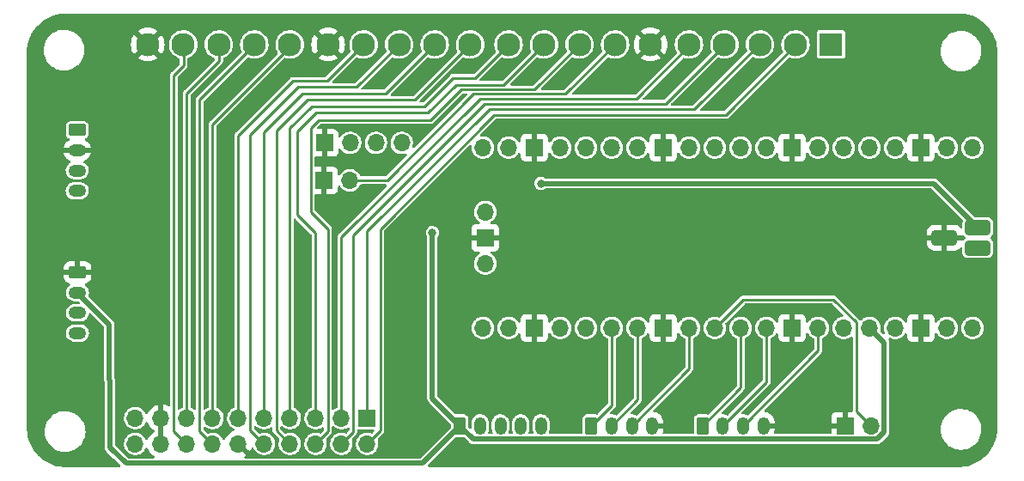
<source format=gbl>
%TF.GenerationSoftware,KiCad,Pcbnew,(6.0.11)*%
%TF.CreationDate,2023-02-10T19:10:37+09:00*%
%TF.ProjectId,PicoFightingBoard,5069636f-4669-4676-9874-696e67426f61,rev?*%
%TF.SameCoordinates,Original*%
%TF.FileFunction,Copper,L2,Bot*%
%TF.FilePolarity,Positive*%
%FSLAX46Y46*%
G04 Gerber Fmt 4.6, Leading zero omitted, Abs format (unit mm)*
G04 Created by KiCad (PCBNEW (6.0.11)) date 2023-02-10 19:10:37*
%MOMM*%
%LPD*%
G01*
G04 APERTURE LIST*
G04 Aperture macros list*
%AMRoundRect*
0 Rectangle with rounded corners*
0 $1 Rounding radius*
0 $2 $3 $4 $5 $6 $7 $8 $9 X,Y pos of 4 corners*
0 Add a 4 corners polygon primitive as box body*
4,1,4,$2,$3,$4,$5,$6,$7,$8,$9,$2,$3,0*
0 Add four circle primitives for the rounded corners*
1,1,$1+$1,$2,$3*
1,1,$1+$1,$4,$5*
1,1,$1+$1,$6,$7*
1,1,$1+$1,$8,$9*
0 Add four rect primitives between the rounded corners*
20,1,$1+$1,$2,$3,$4,$5,0*
20,1,$1+$1,$4,$5,$6,$7,0*
20,1,$1+$1,$6,$7,$8,$9,0*
20,1,$1+$1,$8,$9,$2,$3,0*%
G04 Aperture macros list end*
%TA.AperFunction,ComponentPad*%
%ADD10R,1.700000X1.700000*%
%TD*%
%TA.AperFunction,ComponentPad*%
%ADD11O,1.700000X1.700000*%
%TD*%
%TA.AperFunction,ComponentPad*%
%ADD12RoundRect,0.249999X-0.625001X0.350001X-0.625001X-0.350001X0.625001X-0.350001X0.625001X0.350001X0*%
%TD*%
%TA.AperFunction,ComponentPad*%
%ADD13O,1.750000X1.200000*%
%TD*%
%TA.AperFunction,ComponentPad*%
%ADD14RoundRect,0.249999X-0.350001X-0.625001X0.350001X-0.625001X0.350001X0.625001X-0.350001X0.625001X0*%
%TD*%
%TA.AperFunction,ComponentPad*%
%ADD15O,1.200000X1.750000*%
%TD*%
%TA.AperFunction,ComponentPad*%
%ADD16C,2.300000*%
%TD*%
%TA.AperFunction,ComponentPad*%
%ADD17R,2.300000X2.300000*%
%TD*%
%TA.AperFunction,ComponentPad*%
%ADD18RoundRect,0.300000X-0.950000X0.450000X-0.950000X-0.450000X0.950000X-0.450000X0.950000X0.450000X0*%
%TD*%
%TA.AperFunction,ViaPad*%
%ADD19C,0.800000*%
%TD*%
%TA.AperFunction,Conductor*%
%ADD20C,0.500000*%
%TD*%
%TA.AperFunction,Conductor*%
%ADD21C,0.250000*%
%TD*%
G04 APERTURE END LIST*
D10*
X184277000Y-120142000D03*
D11*
X186817000Y-120142000D03*
D10*
X137160000Y-119380000D03*
D11*
X137160000Y-121920000D03*
X134620000Y-119380000D03*
X134620000Y-121920000D03*
X132080000Y-119380000D03*
X132080000Y-121920000D03*
X129540000Y-119380000D03*
X129540000Y-121920000D03*
X127000000Y-119380000D03*
X127000000Y-121920000D03*
X124460000Y-119380000D03*
X124460000Y-121920000D03*
X121920000Y-119380000D03*
X121920000Y-121920000D03*
X119380000Y-119380000D03*
X119380000Y-121920000D03*
X116840000Y-119380000D03*
X116840000Y-121920000D03*
X114300000Y-119380000D03*
X114300000Y-121920000D03*
D12*
X108585000Y-90982800D03*
D13*
X108585000Y-92982800D03*
X108585000Y-94982800D03*
X108585000Y-96982800D03*
D14*
X146304000Y-120142000D03*
D15*
X148304000Y-120142000D03*
X150304000Y-120142000D03*
X152304000Y-120142000D03*
X154304000Y-120142000D03*
D14*
X159258000Y-120142000D03*
D15*
X161258000Y-120142000D03*
X163258000Y-120142000D03*
X165258000Y-120142000D03*
D16*
X129540000Y-82550000D03*
X126040000Y-82550000D03*
X122540000Y-82550000D03*
X119040000Y-82550000D03*
X115540000Y-82550000D03*
X147320000Y-82550000D03*
X143820000Y-82550000D03*
X140320000Y-82550000D03*
X136820000Y-82550000D03*
X133320000Y-82550000D03*
X165100000Y-82550000D03*
X161600000Y-82550000D03*
X158100000Y-82550000D03*
X154600000Y-82550000D03*
X151100000Y-82550000D03*
D17*
X182880000Y-82550000D03*
D16*
X179380000Y-82550000D03*
X175880000Y-82550000D03*
X172380000Y-82550000D03*
X168880000Y-82550000D03*
D14*
X170212000Y-120142000D03*
D15*
X172212000Y-120142000D03*
X174212000Y-120142000D03*
X176212000Y-120142000D03*
D12*
X108610400Y-105003600D03*
D13*
X108610400Y-107003600D03*
X108610400Y-109003600D03*
X108610400Y-111003600D03*
D11*
X196830000Y-92710000D03*
X194290000Y-92710000D03*
D10*
X191750000Y-92710000D03*
D11*
X189210000Y-92710000D03*
X186670000Y-92710000D03*
X184130000Y-92710000D03*
X181590000Y-92710000D03*
D10*
X179050000Y-92710000D03*
D11*
X176510000Y-92710000D03*
X173970000Y-92710000D03*
X171430000Y-92710000D03*
X168890000Y-92710000D03*
D10*
X166350000Y-92710000D03*
D11*
X163810000Y-92710000D03*
X161270000Y-92710000D03*
X158730000Y-92710000D03*
X156190000Y-92710000D03*
D10*
X153650000Y-92710000D03*
D11*
X151110000Y-92710000D03*
X148570000Y-92710000D03*
X148570000Y-110490000D03*
X151110000Y-110490000D03*
D10*
X153650000Y-110490000D03*
D11*
X156190000Y-110490000D03*
X158730000Y-110490000D03*
X161270000Y-110490000D03*
X163810000Y-110490000D03*
D10*
X166350000Y-110490000D03*
D11*
X168890000Y-110490000D03*
X171430000Y-110490000D03*
X173970000Y-110490000D03*
X176510000Y-110490000D03*
D10*
X179050000Y-110490000D03*
D11*
X181590000Y-110490000D03*
X184130000Y-110490000D03*
X186670000Y-110490000D03*
X189210000Y-110490000D03*
D10*
X191750000Y-110490000D03*
D11*
X194290000Y-110490000D03*
X196830000Y-110490000D03*
X148800000Y-99060000D03*
D10*
X148800000Y-101600000D03*
D11*
X148800000Y-104140000D03*
D18*
X194050000Y-101600000D03*
X197330000Y-102600000D03*
X197350000Y-100600000D03*
D10*
X132950000Y-92250000D03*
D11*
X135490000Y-92250000D03*
X138030000Y-92250000D03*
X140570000Y-92250000D03*
D10*
X132925000Y-95950000D03*
D11*
X135465000Y-95950000D03*
D19*
X143600000Y-101100000D03*
X154300000Y-96250000D03*
D20*
X124460000Y-121920000D02*
X125526800Y-122986800D01*
D21*
X169418000Y-88950800D02*
X149199200Y-88950800D01*
X175818800Y-82550000D02*
X169418000Y-88950800D01*
X175910000Y-82550000D02*
X175818800Y-82550000D01*
X137160000Y-100990000D02*
X137160000Y-119380000D01*
X149199200Y-88950800D02*
X137160000Y-100990000D01*
X179410000Y-82550000D02*
X179410000Y-82616400D01*
X172516800Y-89509600D02*
X149690400Y-89509600D01*
X149690400Y-89509600D02*
X138450000Y-100750000D01*
X138450000Y-100750000D02*
X138450000Y-120630000D01*
X138450000Y-120630000D02*
X137160000Y-121920000D01*
X179410000Y-82616400D02*
X172516800Y-89509600D01*
X148266000Y-87884000D02*
X134620000Y-101530000D01*
X168910000Y-82702400D02*
X163728400Y-87884000D01*
X163728400Y-87884000D02*
X148266000Y-87884000D01*
X134620000Y-101530000D02*
X134620000Y-119380000D01*
X168910000Y-82550000D02*
X168910000Y-82702400D01*
X148758000Y-88392000D02*
X135795000Y-101355000D01*
X135795000Y-120745000D02*
X134620000Y-121920000D01*
X172410000Y-82550000D02*
X172410000Y-82555200D01*
X166573200Y-88392000D02*
X148758000Y-88392000D01*
X172410000Y-82555200D02*
X166573200Y-88392000D01*
X135795000Y-101355000D02*
X135795000Y-120745000D01*
X145916000Y-86534000D02*
X150616000Y-86534000D01*
X143150000Y-89300000D02*
X145916000Y-86534000D01*
X132080000Y-101130000D02*
X130265000Y-99315000D01*
X132100000Y-89300000D02*
X143150000Y-89300000D01*
X132080000Y-119380000D02*
X132080000Y-101130000D01*
X130265000Y-99315000D02*
X130265000Y-91135000D01*
X150616000Y-86534000D02*
X154600000Y-82550000D01*
X130265000Y-91135000D02*
X132100000Y-89300000D01*
X153666000Y-86984000D02*
X158100000Y-82550000D01*
X143400000Y-90000000D02*
X146416000Y-86984000D01*
X133300000Y-100750000D02*
X131600000Y-99050000D01*
X132080000Y-121920000D02*
X133300000Y-120700000D01*
X132400000Y-90000000D02*
X143400000Y-90000000D01*
X133300000Y-120700000D02*
X133300000Y-100750000D01*
X146416000Y-86984000D02*
X153666000Y-86984000D01*
X131600000Y-99050000D02*
X131600000Y-90800000D01*
X131600000Y-90800000D02*
X132400000Y-90000000D01*
X129540000Y-90810000D02*
X131700000Y-88650000D01*
X147800000Y-85850000D02*
X151100000Y-82550000D01*
X131700000Y-88650000D02*
X142800000Y-88650000D01*
X142800000Y-88650000D02*
X145600000Y-85850000D01*
X129540000Y-119380000D02*
X129540000Y-90810000D01*
X145600000Y-85850000D02*
X147800000Y-85850000D01*
X147320000Y-82550000D02*
X141870000Y-88000000D01*
X141870000Y-88000000D02*
X131250000Y-88000000D01*
X128200000Y-120580000D02*
X129540000Y-121920000D01*
X128200000Y-91050000D02*
X128200000Y-120580000D01*
X131250000Y-88000000D02*
X128200000Y-91050000D01*
X130800000Y-87400000D02*
X138970000Y-87400000D01*
X138970000Y-87400000D02*
X143820000Y-82550000D01*
X127000000Y-119380000D02*
X127000000Y-91200000D01*
X127000000Y-91200000D02*
X130800000Y-87400000D01*
X125635000Y-91465000D02*
X125635000Y-120555000D01*
X136120000Y-86750000D02*
X130350000Y-86750000D01*
X130350000Y-86750000D02*
X125635000Y-91465000D01*
X125635000Y-120555000D02*
X127000000Y-121920000D01*
X140320000Y-82550000D02*
X136120000Y-86750000D01*
X133220000Y-86150000D02*
X136820000Y-82550000D01*
X124460000Y-91540000D02*
X129850000Y-86150000D01*
X124460000Y-119380000D02*
X124460000Y-91540000D01*
X129850000Y-86150000D02*
X133220000Y-86150000D01*
X129570000Y-82774000D02*
X121920000Y-90424000D01*
X121920000Y-90424000D02*
X121920000Y-119380000D01*
X129570000Y-82550000D02*
X129570000Y-82774000D01*
X126070000Y-82616400D02*
X120650000Y-88036400D01*
X120650000Y-88036400D02*
X120650000Y-120650000D01*
X120650000Y-120650000D02*
X121920000Y-121920000D01*
X126070000Y-82550000D02*
X126070000Y-82616400D01*
X122570000Y-84186000D02*
X119380000Y-87376000D01*
X122570000Y-82580000D02*
X122540000Y-82550000D01*
X119380000Y-87376000D02*
X119380000Y-119380000D01*
X122570000Y-84186000D02*
X122570000Y-82580000D01*
X119070000Y-82550000D02*
X119070000Y-84638000D01*
X118110000Y-85598000D02*
X118110000Y-120650000D01*
X119070000Y-84638000D02*
X118110000Y-85598000D01*
X118110000Y-120650000D02*
X119380000Y-121920000D01*
D20*
X188117001Y-120766001D02*
X187415992Y-121467010D01*
X188117001Y-111917001D02*
X188117001Y-120766001D01*
X147629010Y-121467010D02*
X146304000Y-120142000D01*
X146304000Y-120142000D02*
X143600000Y-117438000D01*
X111760000Y-115620800D02*
X111760000Y-110153200D01*
X111760000Y-110153200D02*
X108610400Y-107003600D01*
X146304000Y-120142000D02*
X143225999Y-123220001D01*
X113385600Y-123850400D02*
X142595600Y-123850400D01*
X142595600Y-123850400D02*
X143225999Y-123220001D01*
X186690000Y-110490000D02*
X188117001Y-111917001D01*
X187415992Y-121467010D02*
X147629010Y-121467010D01*
X143600000Y-117438000D02*
X143600000Y-101100000D01*
X111810800Y-122275600D02*
X113385600Y-123850400D01*
X111810800Y-115671600D02*
X111810800Y-122275600D01*
D21*
X161290000Y-110490000D02*
X161290000Y-118110000D01*
X161290000Y-118110000D02*
X159258000Y-120142000D01*
X163830000Y-117570000D02*
X161258000Y-120142000D01*
X163830000Y-110490000D02*
X163830000Y-117570000D01*
X168910000Y-110490000D02*
X168910000Y-114490000D01*
X168910000Y-114490000D02*
X163258000Y-120142000D01*
X173990000Y-110490000D02*
X173990000Y-116364000D01*
X173990000Y-116364000D02*
X170212000Y-120142000D01*
X176530000Y-110490000D02*
X176530000Y-115824000D01*
X176530000Y-115824000D02*
X172212000Y-120142000D01*
X183134000Y-107696000D02*
X185400000Y-109962000D01*
X185400000Y-118725000D02*
X186817000Y-120142000D01*
X174244000Y-107696000D02*
X183134000Y-107696000D01*
X185400000Y-109962000D02*
X185400000Y-118725000D01*
X171450000Y-110490000D02*
X174244000Y-107696000D01*
X181610000Y-110490000D02*
X181610000Y-112744000D01*
X156716000Y-87434000D02*
X147666000Y-87434000D01*
X147666000Y-87434000D02*
X139150000Y-95950000D01*
X161600000Y-82550000D02*
X156716000Y-87434000D01*
X181610000Y-112744000D02*
X174212000Y-120142000D01*
X139150000Y-95950000D02*
X135465000Y-95950000D01*
D20*
X154300000Y-96250000D02*
X193000000Y-96250000D01*
X193000000Y-96250000D02*
X197350000Y-100600000D01*
%TA.AperFunction,Conductor*%
G36*
X195666389Y-79503658D02*
G01*
X195666428Y-79503031D01*
X195678816Y-79503805D01*
X195690814Y-79506981D01*
X195703115Y-79505323D01*
X195715499Y-79506097D01*
X195715499Y-79506098D01*
X195726571Y-79505974D01*
X196057269Y-79543003D01*
X196069475Y-79544980D01*
X196423788Y-79620381D01*
X196435741Y-79623545D01*
X196780949Y-79733309D01*
X196792534Y-79737629D01*
X197125340Y-79880708D01*
X197136439Y-79886140D01*
X197388621Y-80025288D01*
X197453602Y-80061143D01*
X197464122Y-80067640D01*
X197762613Y-80272893D01*
X197772445Y-80280391D01*
X198049384Y-80513916D01*
X198058420Y-80522327D01*
X198311136Y-80781872D01*
X198319313Y-80791140D01*
X198411809Y-80906961D01*
X198545367Y-81074200D01*
X198552600Y-81084229D01*
X198640643Y-81219875D01*
X198745304Y-81381123D01*
X198749821Y-81388083D01*
X198756033Y-81398768D01*
X198918968Y-81713623D01*
X198922523Y-81720492D01*
X198927660Y-81731739D01*
X199061811Y-82068229D01*
X199065821Y-82079926D01*
X199166342Y-82427934D01*
X199169187Y-82439967D01*
X199183180Y-82515567D01*
X199226792Y-82751191D01*
X199235117Y-82796171D01*
X199236767Y-82808421D01*
X199242964Y-82881287D01*
X199267464Y-83169366D01*
X199267906Y-83181723D01*
X199263470Y-83514467D01*
X199261969Y-83525435D01*
X199261195Y-83537814D01*
X199258019Y-83549814D01*
X199259676Y-83562114D01*
X199259676Y-83562119D01*
X199261371Y-83574698D01*
X199262500Y-83591524D01*
X199262500Y-120358524D01*
X199260079Y-120383103D01*
X199257514Y-120396000D01*
X199259934Y-120408169D01*
X199259934Y-120420569D01*
X199260749Y-120431624D01*
X199251524Y-120619418D01*
X199244484Y-120762731D01*
X199244460Y-120763213D01*
X199243248Y-120775514D01*
X199193019Y-121114142D01*
X199190211Y-121133070D01*
X199187800Y-121145194D01*
X199180621Y-121173855D01*
X199099968Y-121495833D01*
X199096379Y-121507665D01*
X198974604Y-121848005D01*
X198969872Y-121859429D01*
X198815325Y-122186191D01*
X198809496Y-122197096D01*
X198623663Y-122507139D01*
X198616793Y-122517420D01*
X198401470Y-122807749D01*
X198393626Y-122817307D01*
X198150880Y-123085136D01*
X198142136Y-123093880D01*
X197874307Y-123336626D01*
X197864749Y-123344470D01*
X197574420Y-123559793D01*
X197564139Y-123566663D01*
X197254096Y-123752496D01*
X197243191Y-123758325D01*
X196916429Y-123912872D01*
X196905005Y-123917604D01*
X196564665Y-124039379D01*
X196552833Y-124042968D01*
X196306926Y-124104565D01*
X196202194Y-124130800D01*
X196190073Y-124133210D01*
X195832514Y-124186248D01*
X195820218Y-124187459D01*
X195703138Y-124193211D01*
X195488624Y-124203749D01*
X195477569Y-124202934D01*
X195465169Y-124202934D01*
X195453000Y-124200514D01*
X195440103Y-124203079D01*
X195415524Y-124205500D01*
X143258161Y-124205500D01*
X143190040Y-124185498D01*
X143143547Y-124131842D01*
X143133443Y-124061568D01*
X143162937Y-123996988D01*
X143169066Y-123990405D01*
X145851066Y-121308405D01*
X145913378Y-121274379D01*
X145940161Y-121271500D01*
X146304000Y-121271500D01*
X146667838Y-121271499D01*
X146735959Y-121291501D01*
X146756933Y-121308404D01*
X147222333Y-121773804D01*
X147229875Y-121783244D01*
X147230255Y-121782921D01*
X147236073Y-121789757D01*
X147240863Y-121797349D01*
X147247591Y-121803291D01*
X147280869Y-121832681D01*
X147286556Y-121838027D01*
X147297890Y-121849361D01*
X147301473Y-121852046D01*
X147301475Y-121852048D01*
X147306165Y-121855563D01*
X147314008Y-121861948D01*
X147349180Y-121893011D01*
X147357302Y-121896824D01*
X147360103Y-121898664D01*
X147374098Y-121907073D01*
X147377061Y-121908695D01*
X147384246Y-121914080D01*
X147392656Y-121917233D01*
X147392658Y-121917234D01*
X147428192Y-121930556D01*
X147437505Y-121934480D01*
X147479992Y-121954427D01*
X147488866Y-121955809D01*
X147492093Y-121956795D01*
X147507876Y-121960935D01*
X147511154Y-121961656D01*
X147519562Y-121964808D01*
X147533319Y-121965830D01*
X147566367Y-121968286D01*
X147576414Y-121969440D01*
X147584896Y-121970761D01*
X147584899Y-121970761D01*
X147589707Y-121971510D01*
X147605072Y-121971510D01*
X147614410Y-121971856D01*
X147663677Y-121975517D01*
X147672452Y-121973644D01*
X147681148Y-121973051D01*
X147695748Y-121971510D01*
X187345368Y-121971510D01*
X187357373Y-121972851D01*
X187357413Y-121972355D01*
X187366360Y-121973075D01*
X187375116Y-121975056D01*
X187428374Y-121971752D01*
X187436176Y-121971510D01*
X187452218Y-121971510D01*
X187456649Y-121970875D01*
X187456654Y-121970875D01*
X187460679Y-121970298D01*
X187462449Y-121970045D01*
X187472506Y-121969014D01*
X187494968Y-121967621D01*
X187510392Y-121966664D01*
X187510394Y-121966664D01*
X187519351Y-121966108D01*
X187527791Y-121963061D01*
X187531081Y-121962380D01*
X187546930Y-121958428D01*
X187550160Y-121957483D01*
X187559044Y-121956211D01*
X187601755Y-121936792D01*
X187611120Y-121932980D01*
X187646829Y-121920088D01*
X187646832Y-121920086D01*
X187655276Y-121917038D01*
X187662525Y-121911742D01*
X187665482Y-121910170D01*
X187679606Y-121901917D01*
X187682429Y-121900112D01*
X187690597Y-121896398D01*
X187697394Y-121890541D01*
X187697396Y-121890540D01*
X187726145Y-121865767D01*
X187734056Y-121859485D01*
X187744936Y-121851537D01*
X187755798Y-121840675D01*
X187762645Y-121834317D01*
X187793274Y-121807925D01*
X187800074Y-121802066D01*
X187804958Y-121794531D01*
X187810691Y-121787959D01*
X187819918Y-121776555D01*
X188423795Y-121172678D01*
X188433235Y-121165136D01*
X188432912Y-121164756D01*
X188439748Y-121158938D01*
X188447340Y-121154148D01*
X188482673Y-121114141D01*
X188488018Y-121108455D01*
X188499352Y-121097121D01*
X188502039Y-121093535D01*
X188502044Y-121093530D01*
X188505558Y-121088842D01*
X188511939Y-121081004D01*
X188537061Y-121052558D01*
X188543002Y-121045831D01*
X188546816Y-121037708D01*
X188548662Y-121034897D01*
X188557073Y-121020898D01*
X188558687Y-121017949D01*
X188564071Y-121010766D01*
X188580543Y-120966827D01*
X188584470Y-120957507D01*
X188600603Y-120923145D01*
X188600603Y-120923144D01*
X188604418Y-120915019D01*
X188605799Y-120906148D01*
X188606784Y-120902926D01*
X188610921Y-120887155D01*
X188611645Y-120883861D01*
X188614799Y-120875449D01*
X188618277Y-120828651D01*
X188619427Y-120818627D01*
X188621501Y-120805304D01*
X188621501Y-120789939D01*
X188621847Y-120780602D01*
X188623326Y-120760693D01*
X188625508Y-120731335D01*
X188623635Y-120722560D01*
X188623042Y-120713864D01*
X188621501Y-120699264D01*
X188621501Y-120468434D01*
X193690628Y-120468434D01*
X193690872Y-120472869D01*
X193690872Y-120472873D01*
X193695770Y-120561876D01*
X193706226Y-120751872D01*
X193707093Y-120756232D01*
X193707094Y-120756238D01*
X193726556Y-120854079D01*
X193761606Y-121030285D01*
X193763084Y-121034495D01*
X193763085Y-121034497D01*
X193811611Y-121172678D01*
X193855662Y-121298116D01*
X193857715Y-121302067D01*
X193857717Y-121302073D01*
X193972213Y-121522487D01*
X193986517Y-121550024D01*
X193989100Y-121553639D01*
X193989104Y-121553645D01*
X194021827Y-121599436D01*
X194151561Y-121780980D01*
X194347501Y-121986377D01*
X194350997Y-121989133D01*
X194350998Y-121989134D01*
X194483413Y-122093522D01*
X194570426Y-122162118D01*
X194644212Y-122204976D01*
X194812042Y-122302460D01*
X194812048Y-122302463D01*
X194815889Y-122304694D01*
X194820012Y-122306364D01*
X195074861Y-122409589D01*
X195074869Y-122409592D01*
X195078993Y-122411262D01*
X195354488Y-122479695D01*
X195596586Y-122504500D01*
X195772311Y-122504500D01*
X195983158Y-122489571D01*
X195987513Y-122488633D01*
X195987516Y-122488633D01*
X196256319Y-122430761D01*
X196256321Y-122430761D01*
X196260666Y-122429825D01*
X196526987Y-122331574D01*
X196555365Y-122316262D01*
X196772892Y-122198891D01*
X196776808Y-122196778D01*
X197005144Y-122028127D01*
X197044755Y-121989134D01*
X197148434Y-121887070D01*
X197207438Y-121828986D01*
X197292247Y-121717859D01*
X197376950Y-121606872D01*
X197376953Y-121606868D01*
X197379655Y-121603327D01*
X197518359Y-121355655D01*
X197522246Y-121345609D01*
X197613993Y-121108455D01*
X197620781Y-121090909D01*
X197621783Y-121086588D01*
X197621785Y-121086580D01*
X197668586Y-120884662D01*
X197684878Y-120814374D01*
X197709372Y-120531566D01*
X197707695Y-120501080D01*
X197702983Y-120415473D01*
X197693774Y-120248128D01*
X197690408Y-120231203D01*
X197646064Y-120008276D01*
X197638394Y-119969715D01*
X197636068Y-119963090D01*
X197545816Y-119706093D01*
X197544338Y-119701884D01*
X197537756Y-119689212D01*
X197415535Y-119453926D01*
X197415534Y-119453924D01*
X197413483Y-119449976D01*
X197410900Y-119446361D01*
X197410896Y-119446355D01*
X197251027Y-119222642D01*
X197248439Y-119219020D01*
X197052499Y-119013623D01*
X197046383Y-119008801D01*
X196833070Y-118840638D01*
X196829574Y-118837882D01*
X196637652Y-118726405D01*
X196587958Y-118697540D01*
X196587952Y-118697537D01*
X196584111Y-118695306D01*
X196522967Y-118670540D01*
X196325139Y-118590411D01*
X196325131Y-118590408D01*
X196321007Y-118588738D01*
X196045512Y-118520305D01*
X195803414Y-118495500D01*
X195627689Y-118495500D01*
X195416842Y-118510429D01*
X195412487Y-118511367D01*
X195412484Y-118511367D01*
X195143681Y-118569239D01*
X195143679Y-118569239D01*
X195139334Y-118570175D01*
X194873013Y-118668426D01*
X194869095Y-118670540D01*
X194636946Y-118795801D01*
X194623192Y-118803222D01*
X194394856Y-118971873D01*
X194391677Y-118975002D01*
X194391674Y-118975005D01*
X194299231Y-119066008D01*
X194192562Y-119171014D01*
X194189856Y-119174560D01*
X194026575Y-119388510D01*
X194020345Y-119396673D01*
X193881641Y-119644345D01*
X193880036Y-119648494D01*
X193880034Y-119648498D01*
X193854592Y-119714263D01*
X193779219Y-119909091D01*
X193778217Y-119913412D01*
X193778215Y-119913420D01*
X193752033Y-120026378D01*
X193715122Y-120185626D01*
X193690628Y-120468434D01*
X188621501Y-120468434D01*
X188621501Y-111987625D01*
X188622842Y-111975620D01*
X188622346Y-111975580D01*
X188623066Y-111966633D01*
X188625047Y-111957877D01*
X188621743Y-111904619D01*
X188621501Y-111896817D01*
X188621501Y-111880775D01*
X188620036Y-111870544D01*
X188619004Y-111860478D01*
X188618127Y-111846328D01*
X188616099Y-111813642D01*
X188613052Y-111805202D01*
X188612371Y-111801912D01*
X188608419Y-111786063D01*
X188607474Y-111782833D01*
X188606202Y-111773949D01*
X188586775Y-111731219D01*
X188582965Y-111721861D01*
X188570076Y-111686159D01*
X188570075Y-111686158D01*
X188567028Y-111677717D01*
X188561731Y-111670466D01*
X188560145Y-111667484D01*
X188549557Y-111649362D01*
X188548235Y-111646454D01*
X188538252Y-111576163D01*
X188567856Y-111511633D01*
X188627648Y-111473352D01*
X188698644Y-111473474D01*
X188712671Y-111478539D01*
X188867228Y-111544942D01*
X188911864Y-111555042D01*
X189059579Y-111588467D01*
X189059584Y-111588468D01*
X189065216Y-111589742D01*
X189070987Y-111589969D01*
X189070989Y-111589969D01*
X189123013Y-111592013D01*
X189268053Y-111597712D01*
X189368499Y-111583148D01*
X189463231Y-111569413D01*
X189463236Y-111569412D01*
X189468945Y-111568584D01*
X189474409Y-111566729D01*
X189474414Y-111566728D01*
X189655693Y-111505192D01*
X189655698Y-111505190D01*
X189661165Y-111503334D01*
X189695246Y-111484248D01*
X189770058Y-111442351D01*
X189838276Y-111404147D01*
X189842723Y-111400449D01*
X189989913Y-111278031D01*
X189994345Y-111274345D01*
X190027279Y-111234747D01*
X190120453Y-111122718D01*
X190120455Y-111122715D01*
X190124147Y-111118276D01*
X190126969Y-111113236D01*
X190126973Y-111113231D01*
X190156067Y-111061279D01*
X190206804Y-111011617D01*
X190276335Y-110997270D01*
X190342586Y-111022791D01*
X190384522Y-111080080D01*
X190392001Y-111122845D01*
X190392001Y-111384669D01*
X190392371Y-111391490D01*
X190397895Y-111442352D01*
X190401521Y-111457604D01*
X190446676Y-111578054D01*
X190455214Y-111593649D01*
X190531715Y-111695724D01*
X190544276Y-111708285D01*
X190646351Y-111784786D01*
X190661946Y-111793324D01*
X190782394Y-111838478D01*
X190797649Y-111842105D01*
X190848514Y-111847631D01*
X190855328Y-111848000D01*
X191477885Y-111848000D01*
X191493124Y-111843525D01*
X191494329Y-111842135D01*
X191496000Y-111834452D01*
X191496000Y-111829884D01*
X192004000Y-111829884D01*
X192008475Y-111845123D01*
X192009865Y-111846328D01*
X192017548Y-111847999D01*
X192644669Y-111847999D01*
X192651490Y-111847629D01*
X192702352Y-111842105D01*
X192717604Y-111838479D01*
X192838054Y-111793324D01*
X192853649Y-111784786D01*
X192955724Y-111708285D01*
X192968285Y-111695724D01*
X193044786Y-111593649D01*
X193053324Y-111578054D01*
X193098478Y-111457606D01*
X193102105Y-111442351D01*
X193107631Y-111391486D01*
X193108000Y-111384672D01*
X193108000Y-111127976D01*
X193128002Y-111059855D01*
X193181658Y-111013362D01*
X193251932Y-111003258D01*
X193316512Y-111032752D01*
X193336895Y-111055254D01*
X193446533Y-111210389D01*
X193591938Y-111352035D01*
X193596742Y-111355245D01*
X193646917Y-111388771D01*
X193760720Y-111464812D01*
X193766023Y-111467090D01*
X193766026Y-111467092D01*
X193927835Y-111536610D01*
X193947228Y-111544942D01*
X193991864Y-111555042D01*
X194139579Y-111588467D01*
X194139584Y-111588468D01*
X194145216Y-111589742D01*
X194150987Y-111589969D01*
X194150989Y-111589969D01*
X194203013Y-111592013D01*
X194348053Y-111597712D01*
X194448499Y-111583148D01*
X194543231Y-111569413D01*
X194543236Y-111569412D01*
X194548945Y-111568584D01*
X194554409Y-111566729D01*
X194554414Y-111566728D01*
X194735693Y-111505192D01*
X194735698Y-111505190D01*
X194741165Y-111503334D01*
X194775246Y-111484248D01*
X194850058Y-111442351D01*
X194918276Y-111404147D01*
X194922723Y-111400449D01*
X195069913Y-111278031D01*
X195074345Y-111274345D01*
X195107279Y-111234747D01*
X195200453Y-111122718D01*
X195200455Y-111122715D01*
X195204147Y-111118276D01*
X195271914Y-110997270D01*
X195300510Y-110946208D01*
X195300511Y-110946206D01*
X195303334Y-110941165D01*
X195305190Y-110935698D01*
X195305192Y-110935693D01*
X195366728Y-110754414D01*
X195366729Y-110754409D01*
X195368584Y-110748945D01*
X195369412Y-110743236D01*
X195369413Y-110743231D01*
X195397179Y-110551727D01*
X195397712Y-110548053D01*
X195399232Y-110490000D01*
X195396564Y-110460964D01*
X195721148Y-110460964D01*
X195734424Y-110663522D01*
X195735845Y-110669118D01*
X195735846Y-110669123D01*
X195757508Y-110754414D01*
X195784392Y-110860269D01*
X195786809Y-110865512D01*
X195823125Y-110944287D01*
X195869377Y-111044616D01*
X195986533Y-111210389D01*
X196131938Y-111352035D01*
X196136742Y-111355245D01*
X196186917Y-111388771D01*
X196300720Y-111464812D01*
X196306023Y-111467090D01*
X196306026Y-111467092D01*
X196467835Y-111536610D01*
X196487228Y-111544942D01*
X196531864Y-111555042D01*
X196679579Y-111588467D01*
X196679584Y-111588468D01*
X196685216Y-111589742D01*
X196690987Y-111589969D01*
X196690989Y-111589969D01*
X196743013Y-111592013D01*
X196888053Y-111597712D01*
X196988499Y-111583148D01*
X197083231Y-111569413D01*
X197083236Y-111569412D01*
X197088945Y-111568584D01*
X197094409Y-111566729D01*
X197094414Y-111566728D01*
X197275693Y-111505192D01*
X197275698Y-111505190D01*
X197281165Y-111503334D01*
X197315246Y-111484248D01*
X197390058Y-111442351D01*
X197458276Y-111404147D01*
X197462723Y-111400449D01*
X197609913Y-111278031D01*
X197614345Y-111274345D01*
X197647279Y-111234747D01*
X197740453Y-111122718D01*
X197740455Y-111122715D01*
X197744147Y-111118276D01*
X197811914Y-110997270D01*
X197840510Y-110946208D01*
X197840511Y-110946206D01*
X197843334Y-110941165D01*
X197845190Y-110935698D01*
X197845192Y-110935693D01*
X197906728Y-110754414D01*
X197906729Y-110754409D01*
X197908584Y-110748945D01*
X197909412Y-110743236D01*
X197909413Y-110743231D01*
X197937179Y-110551727D01*
X197937712Y-110548053D01*
X197939232Y-110490000D01*
X197920658Y-110287859D01*
X197914352Y-110265498D01*
X197867125Y-110098046D01*
X197867124Y-110098044D01*
X197865557Y-110092487D01*
X197854978Y-110071033D01*
X197778331Y-109915609D01*
X197775776Y-109910428D01*
X197654320Y-109747779D01*
X197505258Y-109609987D01*
X197500375Y-109606906D01*
X197500371Y-109606903D01*
X197338464Y-109504748D01*
X197333581Y-109501667D01*
X197145039Y-109426446D01*
X197139379Y-109425320D01*
X197139375Y-109425319D01*
X196951613Y-109387971D01*
X196951610Y-109387971D01*
X196945946Y-109386844D01*
X196940171Y-109386768D01*
X196940167Y-109386768D01*
X196838793Y-109385441D01*
X196742971Y-109384187D01*
X196737274Y-109385166D01*
X196737273Y-109385166D01*
X196646336Y-109400792D01*
X196542910Y-109418564D01*
X196352463Y-109488824D01*
X196178010Y-109592612D01*
X196173670Y-109596418D01*
X196173666Y-109596421D01*
X196135147Y-109630202D01*
X196025392Y-109726455D01*
X196021817Y-109730990D01*
X196021816Y-109730991D01*
X196013372Y-109741702D01*
X195899720Y-109885869D01*
X195897031Y-109890980D01*
X195897029Y-109890983D01*
X195884073Y-109915609D01*
X195805203Y-110065515D01*
X195745007Y-110259378D01*
X195721148Y-110460964D01*
X195396564Y-110460964D01*
X195380658Y-110287859D01*
X195374352Y-110265498D01*
X195327125Y-110098046D01*
X195327124Y-110098044D01*
X195325557Y-110092487D01*
X195314978Y-110071033D01*
X195238331Y-109915609D01*
X195235776Y-109910428D01*
X195114320Y-109747779D01*
X194965258Y-109609987D01*
X194960375Y-109606906D01*
X194960371Y-109606903D01*
X194798464Y-109504748D01*
X194793581Y-109501667D01*
X194605039Y-109426446D01*
X194599379Y-109425320D01*
X194599375Y-109425319D01*
X194411613Y-109387971D01*
X194411610Y-109387971D01*
X194405946Y-109386844D01*
X194400171Y-109386768D01*
X194400167Y-109386768D01*
X194298793Y-109385441D01*
X194202971Y-109384187D01*
X194197274Y-109385166D01*
X194197273Y-109385166D01*
X194106336Y-109400792D01*
X194002910Y-109418564D01*
X193812463Y-109488824D01*
X193638010Y-109592612D01*
X193633670Y-109596418D01*
X193633666Y-109596421D01*
X193595147Y-109630202D01*
X193485392Y-109726455D01*
X193481817Y-109730990D01*
X193481816Y-109730991D01*
X193473372Y-109741702D01*
X193359720Y-109885869D01*
X193357031Y-109890980D01*
X193357029Y-109890983D01*
X193345507Y-109912883D01*
X193296087Y-109963856D01*
X193226955Y-109980018D01*
X193160059Y-109956239D01*
X193116638Y-109900068D01*
X193107999Y-109854215D01*
X193107999Y-109595331D01*
X193107629Y-109588510D01*
X193102105Y-109537648D01*
X193098479Y-109522396D01*
X193053324Y-109401946D01*
X193044786Y-109386351D01*
X192968285Y-109284276D01*
X192955724Y-109271715D01*
X192853649Y-109195214D01*
X192838054Y-109186676D01*
X192717606Y-109141522D01*
X192702351Y-109137895D01*
X192651486Y-109132369D01*
X192644672Y-109132000D01*
X192022115Y-109132000D01*
X192006876Y-109136475D01*
X192005671Y-109137865D01*
X192004000Y-109145548D01*
X192004000Y-111829884D01*
X191496000Y-111829884D01*
X191496000Y-109150116D01*
X191491525Y-109134877D01*
X191490135Y-109133672D01*
X191482452Y-109132001D01*
X190855331Y-109132001D01*
X190848510Y-109132371D01*
X190797648Y-109137895D01*
X190782396Y-109141521D01*
X190661946Y-109186676D01*
X190646351Y-109195214D01*
X190544276Y-109271715D01*
X190531715Y-109284276D01*
X190455214Y-109386351D01*
X190446676Y-109401946D01*
X190401522Y-109522394D01*
X190397895Y-109537649D01*
X190392369Y-109588514D01*
X190392000Y-109595328D01*
X190392000Y-109850160D01*
X190371998Y-109918281D01*
X190318342Y-109964774D01*
X190248068Y-109974878D01*
X190183488Y-109945384D01*
X190158567Y-109915994D01*
X190158331Y-109915608D01*
X190155776Y-109910428D01*
X190034320Y-109747779D01*
X189885258Y-109609987D01*
X189880375Y-109606906D01*
X189880371Y-109606903D01*
X189718464Y-109504748D01*
X189713581Y-109501667D01*
X189525039Y-109426446D01*
X189519379Y-109425320D01*
X189519375Y-109425319D01*
X189331613Y-109387971D01*
X189331610Y-109387971D01*
X189325946Y-109386844D01*
X189320171Y-109386768D01*
X189320167Y-109386768D01*
X189218793Y-109385441D01*
X189122971Y-109384187D01*
X189117274Y-109385166D01*
X189117273Y-109385166D01*
X189026336Y-109400792D01*
X188922910Y-109418564D01*
X188732463Y-109488824D01*
X188558010Y-109592612D01*
X188553670Y-109596418D01*
X188553666Y-109596421D01*
X188515147Y-109630202D01*
X188405392Y-109726455D01*
X188401817Y-109730990D01*
X188401816Y-109730991D01*
X188393372Y-109741702D01*
X188279720Y-109885869D01*
X188277031Y-109890980D01*
X188277029Y-109890983D01*
X188264073Y-109915609D01*
X188185203Y-110065515D01*
X188125007Y-110259378D01*
X188101148Y-110460964D01*
X188114424Y-110663522D01*
X188115845Y-110669118D01*
X188115846Y-110669123D01*
X188137508Y-110754414D01*
X188164392Y-110860269D01*
X188166809Y-110865512D01*
X188203125Y-110944287D01*
X188213480Y-111014524D01*
X188184218Y-111079210D01*
X188124629Y-111117807D01*
X188053633Y-111118060D01*
X187999604Y-111086133D01*
X187781360Y-110867889D01*
X187747334Y-110805577D01*
X187747919Y-110750905D01*
X187748584Y-110748945D01*
X187777712Y-110548053D01*
X187779232Y-110490000D01*
X187760658Y-110287859D01*
X187754352Y-110265498D01*
X187707125Y-110098046D01*
X187707124Y-110098044D01*
X187705557Y-110092487D01*
X187694978Y-110071033D01*
X187618331Y-109915609D01*
X187615776Y-109910428D01*
X187494320Y-109747779D01*
X187345258Y-109609987D01*
X187340375Y-109606906D01*
X187340371Y-109606903D01*
X187178464Y-109504748D01*
X187173581Y-109501667D01*
X186985039Y-109426446D01*
X186979379Y-109425320D01*
X186979375Y-109425319D01*
X186791613Y-109387971D01*
X186791610Y-109387971D01*
X186785946Y-109386844D01*
X186780171Y-109386768D01*
X186780167Y-109386768D01*
X186678793Y-109385441D01*
X186582971Y-109384187D01*
X186577274Y-109385166D01*
X186577273Y-109385166D01*
X186486336Y-109400792D01*
X186382910Y-109418564D01*
X186192463Y-109488824D01*
X186018010Y-109592612D01*
X186013670Y-109596418D01*
X186013666Y-109596421D01*
X185975147Y-109630202D01*
X185870541Y-109721940D01*
X185868024Y-109724147D01*
X185803620Y-109754024D01*
X185733287Y-109744338D01*
X185699418Y-109721940D01*
X185664415Y-109689584D01*
X185660848Y-109686154D01*
X183440478Y-107465784D01*
X183425336Y-107447036D01*
X183424221Y-107445811D01*
X183418571Y-107437060D01*
X183410393Y-107430613D01*
X183410391Y-107430611D01*
X183392200Y-107416271D01*
X183387759Y-107412325D01*
X183387697Y-107412398D01*
X183383733Y-107409039D01*
X183380056Y-107405362D01*
X183364308Y-107394108D01*
X183359638Y-107390602D01*
X183319353Y-107358844D01*
X183310719Y-107355812D01*
X183303266Y-107350486D01*
X183254150Y-107335797D01*
X183248508Y-107333964D01*
X183207633Y-107319610D01*
X183207632Y-107319610D01*
X183200149Y-107316982D01*
X183194584Y-107316500D01*
X183191876Y-107316500D01*
X183189242Y-107316386D01*
X183189144Y-107316357D01*
X183189151Y-107316193D01*
X183188447Y-107316149D01*
X183182222Y-107314287D01*
X183128365Y-107316403D01*
X183123418Y-107316500D01*
X174297925Y-107316500D01*
X174273967Y-107313950D01*
X174272308Y-107313872D01*
X174262124Y-107311679D01*
X174251782Y-107312903D01*
X174251779Y-107312903D01*
X174228779Y-107315626D01*
X174222848Y-107315976D01*
X174222856Y-107316072D01*
X174217680Y-107316500D01*
X174212476Y-107316500D01*
X174193412Y-107319673D01*
X174187566Y-107320504D01*
X174176117Y-107321859D01*
X174136659Y-107326530D01*
X174128407Y-107330493D01*
X174119374Y-107331996D01*
X174110205Y-107336943D01*
X174110203Y-107336944D01*
X174074268Y-107356334D01*
X174068976Y-107359031D01*
X174022768Y-107381219D01*
X174018493Y-107384813D01*
X174016568Y-107386738D01*
X174014638Y-107388509D01*
X174014553Y-107388555D01*
X174014441Y-107388432D01*
X174013906Y-107388904D01*
X174008186Y-107391990D01*
X174001119Y-107399635D01*
X173971584Y-107431586D01*
X173968154Y-107435152D01*
X171969441Y-109433865D01*
X171907129Y-109467891D01*
X171833656Y-109461800D01*
X171750411Y-109428589D01*
X171750409Y-109428588D01*
X171745039Y-109426446D01*
X171739371Y-109425319D01*
X171739369Y-109425318D01*
X171551613Y-109387971D01*
X171551610Y-109387971D01*
X171545946Y-109386844D01*
X171540171Y-109386768D01*
X171540167Y-109386768D01*
X171438793Y-109385441D01*
X171342971Y-109384187D01*
X171337274Y-109385166D01*
X171337273Y-109385166D01*
X171246336Y-109400792D01*
X171142910Y-109418564D01*
X170952463Y-109488824D01*
X170778010Y-109592612D01*
X170773670Y-109596418D01*
X170773666Y-109596421D01*
X170735147Y-109630202D01*
X170625392Y-109726455D01*
X170621817Y-109730990D01*
X170621816Y-109730991D01*
X170613372Y-109741702D01*
X170499720Y-109885869D01*
X170497031Y-109890980D01*
X170497029Y-109890983D01*
X170484073Y-109915609D01*
X170405203Y-110065515D01*
X170345007Y-110259378D01*
X170321148Y-110460964D01*
X170334424Y-110663522D01*
X170335845Y-110669118D01*
X170335846Y-110669123D01*
X170357508Y-110754414D01*
X170384392Y-110860269D01*
X170386809Y-110865512D01*
X170423125Y-110944287D01*
X170469377Y-111044616D01*
X170586533Y-111210389D01*
X170731938Y-111352035D01*
X170736742Y-111355245D01*
X170786917Y-111388771D01*
X170900720Y-111464812D01*
X170906023Y-111467090D01*
X170906026Y-111467092D01*
X171067835Y-111536610D01*
X171087228Y-111544942D01*
X171131864Y-111555042D01*
X171279579Y-111588467D01*
X171279584Y-111588468D01*
X171285216Y-111589742D01*
X171290987Y-111589969D01*
X171290989Y-111589969D01*
X171343013Y-111592013D01*
X171488053Y-111597712D01*
X171588499Y-111583148D01*
X171683231Y-111569413D01*
X171683236Y-111569412D01*
X171688945Y-111568584D01*
X171694409Y-111566729D01*
X171694414Y-111566728D01*
X171875693Y-111505192D01*
X171875698Y-111505190D01*
X171881165Y-111503334D01*
X171915246Y-111484248D01*
X171990058Y-111442351D01*
X172058276Y-111404147D01*
X172062723Y-111400449D01*
X172209913Y-111278031D01*
X172214345Y-111274345D01*
X172247279Y-111234747D01*
X172340453Y-111122718D01*
X172340455Y-111122715D01*
X172344147Y-111118276D01*
X172411914Y-110997270D01*
X172440510Y-110946208D01*
X172440511Y-110946206D01*
X172443334Y-110941165D01*
X172445190Y-110935698D01*
X172445192Y-110935693D01*
X172506728Y-110754414D01*
X172506729Y-110754409D01*
X172508584Y-110748945D01*
X172509412Y-110743236D01*
X172509413Y-110743231D01*
X172537179Y-110551727D01*
X172537712Y-110548053D01*
X172539232Y-110490000D01*
X172520658Y-110287859D01*
X172514244Y-110265115D01*
X172467707Y-110100110D01*
X172468467Y-110029117D01*
X172499881Y-109976813D01*
X174364289Y-108112405D01*
X174426601Y-108078379D01*
X174453384Y-108075500D01*
X182924616Y-108075500D01*
X182992737Y-108095502D01*
X183013711Y-108112405D01*
X184077865Y-109176559D01*
X184111891Y-109238871D01*
X184106826Y-109309686D01*
X184064279Y-109366522D01*
X184010108Y-109389834D01*
X183842910Y-109418564D01*
X183652463Y-109488824D01*
X183478010Y-109592612D01*
X183473670Y-109596418D01*
X183473666Y-109596421D01*
X183435147Y-109630202D01*
X183325392Y-109726455D01*
X183321817Y-109730990D01*
X183321816Y-109730991D01*
X183313372Y-109741702D01*
X183199720Y-109885869D01*
X183197031Y-109890980D01*
X183197029Y-109890983D01*
X183184073Y-109915609D01*
X183105203Y-110065515D01*
X183045007Y-110259378D01*
X183021148Y-110460964D01*
X183034424Y-110663522D01*
X183035845Y-110669118D01*
X183035846Y-110669123D01*
X183057508Y-110754414D01*
X183084392Y-110860269D01*
X183086809Y-110865512D01*
X183123125Y-110944287D01*
X183169377Y-111044616D01*
X183286533Y-111210389D01*
X183431938Y-111352035D01*
X183436742Y-111355245D01*
X183486917Y-111388771D01*
X183600720Y-111464812D01*
X183606023Y-111467090D01*
X183606026Y-111467092D01*
X183767835Y-111536610D01*
X183787228Y-111544942D01*
X183831864Y-111555042D01*
X183979579Y-111588467D01*
X183979584Y-111588468D01*
X183985216Y-111589742D01*
X183990987Y-111589969D01*
X183990989Y-111589969D01*
X184043013Y-111592013D01*
X184188053Y-111597712D01*
X184288499Y-111583148D01*
X184383231Y-111569413D01*
X184383236Y-111569412D01*
X184388945Y-111568584D01*
X184394409Y-111566729D01*
X184394414Y-111566728D01*
X184575693Y-111505192D01*
X184575698Y-111505190D01*
X184581165Y-111503334D01*
X184615246Y-111484248D01*
X184690058Y-111442351D01*
X184758276Y-111404147D01*
X184762718Y-111400453D01*
X184762724Y-111400449D01*
X184813931Y-111357860D01*
X184879095Y-111329679D01*
X184949150Y-111341203D01*
X185001854Y-111388771D01*
X185020500Y-111454734D01*
X185020500Y-118658000D01*
X185000498Y-118726121D01*
X184946842Y-118772614D01*
X184894500Y-118784000D01*
X184549115Y-118784000D01*
X184533876Y-118788475D01*
X184532671Y-118789865D01*
X184531000Y-118797548D01*
X184531000Y-120270000D01*
X184510998Y-120338121D01*
X184457342Y-120384614D01*
X184405000Y-120396000D01*
X182937116Y-120396000D01*
X182921877Y-120400475D01*
X182920672Y-120401865D01*
X182919001Y-120409548D01*
X182919001Y-120836510D01*
X182898999Y-120904631D01*
X182845343Y-120951124D01*
X182793001Y-120962510D01*
X177373385Y-120962510D01*
X177305264Y-120942508D01*
X177258771Y-120888852D01*
X177248667Y-120818578D01*
X177256518Y-120789412D01*
X177276964Y-120738679D01*
X177280355Y-120727230D01*
X177318857Y-120530072D01*
X177319934Y-120521209D01*
X177320000Y-120518500D01*
X177320000Y-120414115D01*
X177315525Y-120398876D01*
X177314135Y-120397671D01*
X177306452Y-120396000D01*
X176084000Y-120396000D01*
X176015879Y-120375998D01*
X175969386Y-120322342D01*
X175958000Y-120270000D01*
X175958000Y-120014000D01*
X175978002Y-119945879D01*
X176031658Y-119899386D01*
X176084000Y-119888000D01*
X177301885Y-119888000D01*
X177317124Y-119883525D01*
X177318329Y-119882135D01*
X177320000Y-119874452D01*
X177320000Y-119869885D01*
X182919000Y-119869885D01*
X182923475Y-119885124D01*
X182924865Y-119886329D01*
X182932548Y-119888000D01*
X184004885Y-119888000D01*
X184020124Y-119883525D01*
X184021329Y-119882135D01*
X184023000Y-119874452D01*
X184023000Y-118802116D01*
X184018525Y-118786877D01*
X184017135Y-118785672D01*
X184009452Y-118784001D01*
X183382331Y-118784001D01*
X183375510Y-118784371D01*
X183324648Y-118789895D01*
X183309396Y-118793521D01*
X183188946Y-118838676D01*
X183173351Y-118847214D01*
X183071276Y-118923715D01*
X183058715Y-118936276D01*
X182982214Y-119038351D01*
X182973676Y-119053946D01*
X182928522Y-119174394D01*
X182924895Y-119189649D01*
X182919369Y-119240514D01*
X182919000Y-119247328D01*
X182919000Y-119869885D01*
X177320000Y-119869885D01*
X177320000Y-119817168D01*
X177319715Y-119811192D01*
X177305529Y-119662506D01*
X177303270Y-119650772D01*
X177247128Y-119459401D01*
X177242698Y-119448325D01*
X177151381Y-119271022D01*
X177144931Y-119260976D01*
X177021738Y-119104143D01*
X177013501Y-119095494D01*
X176862877Y-118964788D01*
X176853153Y-118957853D01*
X176680533Y-118857990D01*
X176669669Y-118853016D01*
X176481274Y-118787594D01*
X176469674Y-118784766D01*
X176400730Y-118774770D01*
X176336184Y-118745200D01*
X176297872Y-118685429D01*
X176297956Y-118614432D01*
X176329715Y-118560979D01*
X181840216Y-113050478D01*
X181858964Y-113035336D01*
X181860189Y-113034221D01*
X181868940Y-113028571D01*
X181875387Y-113020393D01*
X181875389Y-113020391D01*
X181889729Y-113002200D01*
X181893675Y-112997759D01*
X181893602Y-112997697D01*
X181896961Y-112993733D01*
X181900638Y-112990056D01*
X181911892Y-112974308D01*
X181915398Y-112969638D01*
X181947156Y-112929353D01*
X181950188Y-112920719D01*
X181955514Y-112913266D01*
X181970203Y-112864150D01*
X181972036Y-112858508D01*
X181986390Y-112817633D01*
X181986390Y-112817632D01*
X181989018Y-112810149D01*
X181989500Y-112804584D01*
X181989500Y-112801876D01*
X181989614Y-112799242D01*
X181989643Y-112799144D01*
X181989807Y-112799151D01*
X181989851Y-112798447D01*
X181991713Y-112792222D01*
X181989597Y-112738365D01*
X181989500Y-112733418D01*
X181989500Y-111606117D01*
X182009502Y-111537996D01*
X182053934Y-111496183D01*
X182105876Y-111467094D01*
X182218276Y-111404147D01*
X182222723Y-111400449D01*
X182369913Y-111278031D01*
X182374345Y-111274345D01*
X182407279Y-111234747D01*
X182500453Y-111122718D01*
X182500455Y-111122715D01*
X182504147Y-111118276D01*
X182571914Y-110997270D01*
X182600510Y-110946208D01*
X182600511Y-110946206D01*
X182603334Y-110941165D01*
X182605190Y-110935698D01*
X182605192Y-110935693D01*
X182666728Y-110754414D01*
X182666729Y-110754409D01*
X182668584Y-110748945D01*
X182669412Y-110743236D01*
X182669413Y-110743231D01*
X182697179Y-110551727D01*
X182697712Y-110548053D01*
X182699232Y-110490000D01*
X182680658Y-110287859D01*
X182674352Y-110265498D01*
X182627125Y-110098046D01*
X182627124Y-110098044D01*
X182625557Y-110092487D01*
X182614978Y-110071033D01*
X182538331Y-109915609D01*
X182535776Y-109910428D01*
X182414320Y-109747779D01*
X182265258Y-109609987D01*
X182260375Y-109606906D01*
X182260371Y-109606903D01*
X182098464Y-109504748D01*
X182093581Y-109501667D01*
X181905039Y-109426446D01*
X181899379Y-109425320D01*
X181899375Y-109425319D01*
X181711613Y-109387971D01*
X181711610Y-109387971D01*
X181705946Y-109386844D01*
X181700171Y-109386768D01*
X181700167Y-109386768D01*
X181598793Y-109385441D01*
X181502971Y-109384187D01*
X181497274Y-109385166D01*
X181497273Y-109385166D01*
X181406336Y-109400792D01*
X181302910Y-109418564D01*
X181112463Y-109488824D01*
X180938010Y-109592612D01*
X180933670Y-109596418D01*
X180933666Y-109596421D01*
X180895147Y-109630202D01*
X180785392Y-109726455D01*
X180781817Y-109730990D01*
X180781816Y-109730991D01*
X180773372Y-109741702D01*
X180659720Y-109885869D01*
X180657031Y-109890980D01*
X180657029Y-109890983D01*
X180645507Y-109912883D01*
X180596087Y-109963856D01*
X180526955Y-109980018D01*
X180460059Y-109956239D01*
X180416638Y-109900068D01*
X180407999Y-109854215D01*
X180407999Y-109595331D01*
X180407629Y-109588510D01*
X180402105Y-109537648D01*
X180398479Y-109522396D01*
X180353324Y-109401946D01*
X180344786Y-109386351D01*
X180268285Y-109284276D01*
X180255724Y-109271715D01*
X180153649Y-109195214D01*
X180138054Y-109186676D01*
X180017606Y-109141522D01*
X180002351Y-109137895D01*
X179951486Y-109132369D01*
X179944672Y-109132000D01*
X179322115Y-109132000D01*
X179306876Y-109136475D01*
X179305671Y-109137865D01*
X179304000Y-109145548D01*
X179304000Y-111829884D01*
X179308475Y-111845123D01*
X179309865Y-111846328D01*
X179317548Y-111847999D01*
X179944669Y-111847999D01*
X179951490Y-111847629D01*
X180002352Y-111842105D01*
X180017604Y-111838479D01*
X180138054Y-111793324D01*
X180153649Y-111784786D01*
X180255724Y-111708285D01*
X180268285Y-111695724D01*
X180344786Y-111593649D01*
X180353324Y-111578054D01*
X180398478Y-111457606D01*
X180402105Y-111442351D01*
X180407631Y-111391486D01*
X180408000Y-111384672D01*
X180408000Y-111127976D01*
X180428002Y-111059855D01*
X180481658Y-111013362D01*
X180551932Y-111003258D01*
X180616512Y-111032752D01*
X180636895Y-111055254D01*
X180746533Y-111210389D01*
X180891938Y-111352035D01*
X180896742Y-111355245D01*
X180946917Y-111388771D01*
X181060720Y-111464812D01*
X181066019Y-111467089D01*
X181066029Y-111467094D01*
X181154237Y-111504990D01*
X181208930Y-111550258D01*
X181230500Y-111620758D01*
X181230500Y-112534616D01*
X181210498Y-112602737D01*
X181193595Y-112623711D01*
X174741210Y-119076096D01*
X174678898Y-119110122D01*
X174605323Y-119103990D01*
X174449484Y-119041658D01*
X174449479Y-119041657D01*
X174443147Y-119039124D01*
X174436420Y-119038010D01*
X174436415Y-119038009D01*
X174266718Y-119009916D01*
X174266715Y-119009916D01*
X174259981Y-119008801D01*
X174253164Y-119009158D01*
X174253160Y-119009158D01*
X174191065Y-119012413D01*
X174189403Y-119012500D01*
X174188773Y-119012533D01*
X174119698Y-118996124D01*
X174070461Y-118944975D01*
X174056693Y-118875326D01*
X174082766Y-118809290D01*
X174093083Y-118797611D01*
X176760216Y-116130478D01*
X176778964Y-116115336D01*
X176780189Y-116114221D01*
X176788940Y-116108571D01*
X176795387Y-116100393D01*
X176795389Y-116100391D01*
X176809729Y-116082200D01*
X176813678Y-116077756D01*
X176813604Y-116077694D01*
X176816957Y-116073737D01*
X176820638Y-116070056D01*
X176831865Y-116054346D01*
X176835421Y-116049609D01*
X176860708Y-116017532D01*
X176867156Y-116009353D01*
X176870189Y-116000716D01*
X176875513Y-115993266D01*
X176890202Y-115944151D01*
X176892034Y-115938514D01*
X176906390Y-115897633D01*
X176906390Y-115897632D01*
X176909018Y-115890149D01*
X176909500Y-115884584D01*
X176909500Y-115881876D01*
X176909614Y-115879242D01*
X176909643Y-115879144D01*
X176909807Y-115879151D01*
X176909851Y-115878447D01*
X176911713Y-115872222D01*
X176909597Y-115818365D01*
X176909500Y-115813418D01*
X176909500Y-111606117D01*
X176929502Y-111537996D01*
X176973934Y-111496183D01*
X177025876Y-111467094D01*
X177138276Y-111404147D01*
X177142723Y-111400449D01*
X177289913Y-111278031D01*
X177294345Y-111274345D01*
X177327279Y-111234747D01*
X177420453Y-111122718D01*
X177420455Y-111122715D01*
X177424147Y-111118276D01*
X177426969Y-111113236D01*
X177426973Y-111113231D01*
X177456067Y-111061279D01*
X177506804Y-111011617D01*
X177576335Y-110997270D01*
X177642586Y-111022791D01*
X177684522Y-111080080D01*
X177692001Y-111122845D01*
X177692001Y-111384669D01*
X177692371Y-111391490D01*
X177697895Y-111442352D01*
X177701521Y-111457604D01*
X177746676Y-111578054D01*
X177755214Y-111593649D01*
X177831715Y-111695724D01*
X177844276Y-111708285D01*
X177946351Y-111784786D01*
X177961946Y-111793324D01*
X178082394Y-111838478D01*
X178097649Y-111842105D01*
X178148514Y-111847631D01*
X178155328Y-111848000D01*
X178777885Y-111848000D01*
X178793124Y-111843525D01*
X178794329Y-111842135D01*
X178796000Y-111834452D01*
X178796000Y-109150116D01*
X178791525Y-109134877D01*
X178790135Y-109133672D01*
X178782452Y-109132001D01*
X178155331Y-109132001D01*
X178148510Y-109132371D01*
X178097648Y-109137895D01*
X178082396Y-109141521D01*
X177961946Y-109186676D01*
X177946351Y-109195214D01*
X177844276Y-109271715D01*
X177831715Y-109284276D01*
X177755214Y-109386351D01*
X177746676Y-109401946D01*
X177701522Y-109522394D01*
X177697895Y-109537649D01*
X177692369Y-109588514D01*
X177692000Y-109595328D01*
X177692000Y-109850160D01*
X177671998Y-109918281D01*
X177618342Y-109964774D01*
X177548068Y-109974878D01*
X177483488Y-109945384D01*
X177458567Y-109915994D01*
X177458331Y-109915608D01*
X177455776Y-109910428D01*
X177334320Y-109747779D01*
X177185258Y-109609987D01*
X177180375Y-109606906D01*
X177180371Y-109606903D01*
X177018464Y-109504748D01*
X177013581Y-109501667D01*
X176825039Y-109426446D01*
X176819379Y-109425320D01*
X176819375Y-109425319D01*
X176631613Y-109387971D01*
X176631610Y-109387971D01*
X176625946Y-109386844D01*
X176620171Y-109386768D01*
X176620167Y-109386768D01*
X176518793Y-109385441D01*
X176422971Y-109384187D01*
X176417274Y-109385166D01*
X176417273Y-109385166D01*
X176326336Y-109400792D01*
X176222910Y-109418564D01*
X176032463Y-109488824D01*
X175858010Y-109592612D01*
X175853670Y-109596418D01*
X175853666Y-109596421D01*
X175815147Y-109630202D01*
X175705392Y-109726455D01*
X175701817Y-109730990D01*
X175701816Y-109730991D01*
X175693372Y-109741702D01*
X175579720Y-109885869D01*
X175577031Y-109890980D01*
X175577029Y-109890983D01*
X175564073Y-109915609D01*
X175485203Y-110065515D01*
X175425007Y-110259378D01*
X175401148Y-110460964D01*
X175414424Y-110663522D01*
X175415845Y-110669118D01*
X175415846Y-110669123D01*
X175437508Y-110754414D01*
X175464392Y-110860269D01*
X175466809Y-110865512D01*
X175503125Y-110944287D01*
X175549377Y-111044616D01*
X175666533Y-111210389D01*
X175811938Y-111352035D01*
X175816742Y-111355245D01*
X175866917Y-111388771D01*
X175980720Y-111464812D01*
X175986019Y-111467089D01*
X175986029Y-111467094D01*
X176074237Y-111504990D01*
X176128930Y-111550258D01*
X176150500Y-111620758D01*
X176150500Y-115614616D01*
X176130498Y-115682737D01*
X176113595Y-115703711D01*
X172741210Y-119076096D01*
X172678898Y-119110122D01*
X172605323Y-119103990D01*
X172449484Y-119041658D01*
X172449479Y-119041657D01*
X172443147Y-119039124D01*
X172436420Y-119038010D01*
X172436415Y-119038009D01*
X172266718Y-119009916D01*
X172266715Y-119009916D01*
X172259981Y-119008801D01*
X172253164Y-119009158D01*
X172253160Y-119009158D01*
X172191065Y-119012413D01*
X172189403Y-119012500D01*
X172188773Y-119012533D01*
X172119698Y-118996124D01*
X172070461Y-118944975D01*
X172056693Y-118875326D01*
X172082766Y-118809290D01*
X172093083Y-118797611D01*
X174220216Y-116670478D01*
X174238964Y-116655336D01*
X174240189Y-116654221D01*
X174248940Y-116648571D01*
X174255387Y-116640393D01*
X174255389Y-116640391D01*
X174269729Y-116622200D01*
X174273675Y-116617759D01*
X174273602Y-116617697D01*
X174276961Y-116613733D01*
X174280638Y-116610056D01*
X174291892Y-116594308D01*
X174295398Y-116589638D01*
X174327156Y-116549353D01*
X174330188Y-116540719D01*
X174335514Y-116533266D01*
X174350203Y-116484150D01*
X174352036Y-116478508D01*
X174366390Y-116437633D01*
X174366390Y-116437632D01*
X174369018Y-116430149D01*
X174369500Y-116424584D01*
X174369500Y-116421876D01*
X174369614Y-116419242D01*
X174369643Y-116419144D01*
X174369807Y-116419151D01*
X174369851Y-116418447D01*
X174371713Y-116412222D01*
X174369597Y-116358365D01*
X174369500Y-116353418D01*
X174369500Y-111606117D01*
X174389502Y-111537996D01*
X174433934Y-111496183D01*
X174485876Y-111467094D01*
X174598276Y-111404147D01*
X174602723Y-111400449D01*
X174749913Y-111278031D01*
X174754345Y-111274345D01*
X174787279Y-111234747D01*
X174880453Y-111122718D01*
X174880455Y-111122715D01*
X174884147Y-111118276D01*
X174951914Y-110997270D01*
X174980510Y-110946208D01*
X174980511Y-110946206D01*
X174983334Y-110941165D01*
X174985190Y-110935698D01*
X174985192Y-110935693D01*
X175046728Y-110754414D01*
X175046729Y-110754409D01*
X175048584Y-110748945D01*
X175049412Y-110743236D01*
X175049413Y-110743231D01*
X175077179Y-110551727D01*
X175077712Y-110548053D01*
X175079232Y-110490000D01*
X175060658Y-110287859D01*
X175054352Y-110265498D01*
X175007125Y-110098046D01*
X175007124Y-110098044D01*
X175005557Y-110092487D01*
X174994978Y-110071033D01*
X174918331Y-109915609D01*
X174915776Y-109910428D01*
X174794320Y-109747779D01*
X174645258Y-109609987D01*
X174640375Y-109606906D01*
X174640371Y-109606903D01*
X174478464Y-109504748D01*
X174473581Y-109501667D01*
X174285039Y-109426446D01*
X174279379Y-109425320D01*
X174279375Y-109425319D01*
X174091613Y-109387971D01*
X174091610Y-109387971D01*
X174085946Y-109386844D01*
X174080171Y-109386768D01*
X174080167Y-109386768D01*
X173978793Y-109385441D01*
X173882971Y-109384187D01*
X173877274Y-109385166D01*
X173877273Y-109385166D01*
X173786336Y-109400792D01*
X173682910Y-109418564D01*
X173492463Y-109488824D01*
X173318010Y-109592612D01*
X173313670Y-109596418D01*
X173313666Y-109596421D01*
X173275147Y-109630202D01*
X173165392Y-109726455D01*
X173161817Y-109730990D01*
X173161816Y-109730991D01*
X173153372Y-109741702D01*
X173039720Y-109885869D01*
X173037031Y-109890980D01*
X173037029Y-109890983D01*
X173024073Y-109915609D01*
X172945203Y-110065515D01*
X172885007Y-110259378D01*
X172861148Y-110460964D01*
X172874424Y-110663522D01*
X172875845Y-110669118D01*
X172875846Y-110669123D01*
X172897508Y-110754414D01*
X172924392Y-110860269D01*
X172926809Y-110865512D01*
X172963125Y-110944287D01*
X173009377Y-111044616D01*
X173126533Y-111210389D01*
X173271938Y-111352035D01*
X173276742Y-111355245D01*
X173326917Y-111388771D01*
X173440720Y-111464812D01*
X173446019Y-111467089D01*
X173446029Y-111467094D01*
X173534237Y-111504990D01*
X173588930Y-111550258D01*
X173610500Y-111620758D01*
X173610500Y-116154616D01*
X173590498Y-116222737D01*
X173573595Y-116243711D01*
X170820933Y-118996373D01*
X170758621Y-119030399D01*
X170687609Y-119025260D01*
X170678844Y-119021974D01*
X170678842Y-119021974D01*
X170671449Y-119019202D01*
X170663599Y-119018349D01*
X170663598Y-119018349D01*
X170613154Y-119012869D01*
X170613153Y-119012869D01*
X170609757Y-119012500D01*
X170212059Y-119012500D01*
X169814244Y-119012501D01*
X169810850Y-119012870D01*
X169810844Y-119012870D01*
X169760409Y-119018348D01*
X169760405Y-119018349D01*
X169752551Y-119019202D01*
X169617235Y-119069929D01*
X169610056Y-119075309D01*
X169610053Y-119075311D01*
X169561224Y-119111907D01*
X169501596Y-119156596D01*
X169496214Y-119163777D01*
X169420311Y-119265053D01*
X169420309Y-119265056D01*
X169414929Y-119272235D01*
X169364202Y-119407551D01*
X169363349Y-119415401D01*
X169363349Y-119415402D01*
X169361989Y-119427918D01*
X169357500Y-119469243D01*
X169357501Y-120814756D01*
X169357870Y-120818150D01*
X169357870Y-120818156D01*
X169358386Y-120822904D01*
X169345857Y-120892787D01*
X169297535Y-120944802D01*
X169233123Y-120962510D01*
X166419385Y-120962510D01*
X166351264Y-120942508D01*
X166304771Y-120888852D01*
X166294667Y-120818578D01*
X166302518Y-120789412D01*
X166322964Y-120738679D01*
X166326355Y-120727230D01*
X166364857Y-120530072D01*
X166365934Y-120521209D01*
X166366000Y-120518500D01*
X166366000Y-120414115D01*
X166361525Y-120398876D01*
X166360135Y-120397671D01*
X166352452Y-120396000D01*
X165130000Y-120396000D01*
X165061879Y-120375998D01*
X165015386Y-120322342D01*
X165004000Y-120270000D01*
X165004000Y-120014000D01*
X165024002Y-119945879D01*
X165077658Y-119899386D01*
X165130000Y-119888000D01*
X166347885Y-119888000D01*
X166363124Y-119883525D01*
X166364329Y-119882135D01*
X166366000Y-119874452D01*
X166366000Y-119817168D01*
X166365715Y-119811192D01*
X166351529Y-119662506D01*
X166349270Y-119650772D01*
X166293128Y-119459401D01*
X166288698Y-119448325D01*
X166197381Y-119271022D01*
X166190931Y-119260976D01*
X166067738Y-119104143D01*
X166059501Y-119095494D01*
X165908877Y-118964788D01*
X165899153Y-118957853D01*
X165726533Y-118857990D01*
X165715669Y-118853016D01*
X165527274Y-118787594D01*
X165515674Y-118784766D01*
X165446730Y-118774770D01*
X165382184Y-118745200D01*
X165343872Y-118685429D01*
X165343956Y-118614432D01*
X165375715Y-118560979D01*
X169140216Y-114796478D01*
X169158964Y-114781336D01*
X169160189Y-114780221D01*
X169168940Y-114774571D01*
X169175387Y-114766393D01*
X169175389Y-114766391D01*
X169189729Y-114748200D01*
X169193675Y-114743759D01*
X169193602Y-114743697D01*
X169196961Y-114739733D01*
X169200638Y-114736056D01*
X169211892Y-114720308D01*
X169215398Y-114715638D01*
X169247156Y-114675353D01*
X169250188Y-114666719D01*
X169255514Y-114659266D01*
X169270203Y-114610150D01*
X169272036Y-114604508D01*
X169286390Y-114563633D01*
X169286390Y-114563632D01*
X169289018Y-114556149D01*
X169289500Y-114550584D01*
X169289500Y-114547876D01*
X169289614Y-114545242D01*
X169289643Y-114545144D01*
X169289807Y-114545151D01*
X169289851Y-114544447D01*
X169291713Y-114538222D01*
X169289597Y-114484365D01*
X169289500Y-114479418D01*
X169289500Y-111606117D01*
X169309502Y-111537996D01*
X169353934Y-111496183D01*
X169405876Y-111467094D01*
X169518276Y-111404147D01*
X169522723Y-111400449D01*
X169669913Y-111278031D01*
X169674345Y-111274345D01*
X169707279Y-111234747D01*
X169800453Y-111122718D01*
X169800455Y-111122715D01*
X169804147Y-111118276D01*
X169871914Y-110997270D01*
X169900510Y-110946208D01*
X169900511Y-110946206D01*
X169903334Y-110941165D01*
X169905190Y-110935698D01*
X169905192Y-110935693D01*
X169966728Y-110754414D01*
X169966729Y-110754409D01*
X169968584Y-110748945D01*
X169969412Y-110743236D01*
X169969413Y-110743231D01*
X169997179Y-110551727D01*
X169997712Y-110548053D01*
X169999232Y-110490000D01*
X169980658Y-110287859D01*
X169974352Y-110265498D01*
X169927125Y-110098046D01*
X169927124Y-110098044D01*
X169925557Y-110092487D01*
X169914978Y-110071033D01*
X169838331Y-109915609D01*
X169835776Y-109910428D01*
X169714320Y-109747779D01*
X169565258Y-109609987D01*
X169560375Y-109606906D01*
X169560371Y-109606903D01*
X169398464Y-109504748D01*
X169393581Y-109501667D01*
X169205039Y-109426446D01*
X169199379Y-109425320D01*
X169199375Y-109425319D01*
X169011613Y-109387971D01*
X169011610Y-109387971D01*
X169005946Y-109386844D01*
X169000171Y-109386768D01*
X169000167Y-109386768D01*
X168898793Y-109385441D01*
X168802971Y-109384187D01*
X168797274Y-109385166D01*
X168797273Y-109385166D01*
X168706336Y-109400792D01*
X168602910Y-109418564D01*
X168412463Y-109488824D01*
X168238010Y-109592612D01*
X168233670Y-109596418D01*
X168233666Y-109596421D01*
X168195147Y-109630202D01*
X168085392Y-109726455D01*
X168081817Y-109730990D01*
X168081816Y-109730991D01*
X168073372Y-109741702D01*
X167959720Y-109885869D01*
X167957031Y-109890980D01*
X167957029Y-109890983D01*
X167945507Y-109912883D01*
X167896087Y-109963856D01*
X167826955Y-109980018D01*
X167760059Y-109956239D01*
X167716638Y-109900068D01*
X167707999Y-109854215D01*
X167707999Y-109595331D01*
X167707629Y-109588510D01*
X167702105Y-109537648D01*
X167698479Y-109522396D01*
X167653324Y-109401946D01*
X167644786Y-109386351D01*
X167568285Y-109284276D01*
X167555724Y-109271715D01*
X167453649Y-109195214D01*
X167438054Y-109186676D01*
X167317606Y-109141522D01*
X167302351Y-109137895D01*
X167251486Y-109132369D01*
X167244672Y-109132000D01*
X166622115Y-109132000D01*
X166606876Y-109136475D01*
X166605671Y-109137865D01*
X166604000Y-109145548D01*
X166604000Y-111829884D01*
X166608475Y-111845123D01*
X166609865Y-111846328D01*
X166617548Y-111847999D01*
X167244669Y-111847999D01*
X167251490Y-111847629D01*
X167302352Y-111842105D01*
X167317604Y-111838479D01*
X167438054Y-111793324D01*
X167453649Y-111784786D01*
X167555724Y-111708285D01*
X167568285Y-111695724D01*
X167644786Y-111593649D01*
X167653324Y-111578054D01*
X167698478Y-111457606D01*
X167702105Y-111442351D01*
X167707631Y-111391486D01*
X167708000Y-111384672D01*
X167708000Y-111127976D01*
X167728002Y-111059855D01*
X167781658Y-111013362D01*
X167851932Y-111003258D01*
X167916512Y-111032752D01*
X167936895Y-111055254D01*
X168046533Y-111210389D01*
X168191938Y-111352035D01*
X168196742Y-111355245D01*
X168246917Y-111388771D01*
X168360720Y-111464812D01*
X168366019Y-111467089D01*
X168366029Y-111467094D01*
X168454237Y-111504990D01*
X168508930Y-111550258D01*
X168530500Y-111620758D01*
X168530500Y-114280616D01*
X168510498Y-114348737D01*
X168493595Y-114369711D01*
X163787210Y-119076096D01*
X163724898Y-119110122D01*
X163651323Y-119103990D01*
X163495484Y-119041658D01*
X163495479Y-119041657D01*
X163489147Y-119039124D01*
X163482420Y-119038010D01*
X163482415Y-119038009D01*
X163312718Y-119009916D01*
X163312715Y-119009916D01*
X163305981Y-119008801D01*
X163299164Y-119009158D01*
X163299160Y-119009158D01*
X163237065Y-119012413D01*
X163235403Y-119012500D01*
X163234773Y-119012533D01*
X163165698Y-118996124D01*
X163116461Y-118944975D01*
X163102693Y-118875326D01*
X163128766Y-118809290D01*
X163139083Y-118797611D01*
X164060216Y-117876478D01*
X164078964Y-117861336D01*
X164080189Y-117860221D01*
X164088940Y-117854571D01*
X164095387Y-117846393D01*
X164095389Y-117846391D01*
X164109729Y-117828200D01*
X164113678Y-117823756D01*
X164113604Y-117823694D01*
X164116957Y-117819737D01*
X164120638Y-117816056D01*
X164131865Y-117800346D01*
X164135421Y-117795609D01*
X164149456Y-117777806D01*
X164167156Y-117755353D01*
X164170189Y-117746716D01*
X164175513Y-117739266D01*
X164190202Y-117690151D01*
X164192034Y-117684514D01*
X164206390Y-117643633D01*
X164206390Y-117643632D01*
X164209018Y-117636149D01*
X164209500Y-117630584D01*
X164209500Y-117627876D01*
X164209614Y-117625242D01*
X164209643Y-117625144D01*
X164209807Y-117625151D01*
X164209851Y-117624447D01*
X164211713Y-117618222D01*
X164209597Y-117564365D01*
X164209500Y-117559418D01*
X164209500Y-111606117D01*
X164229502Y-111537996D01*
X164273934Y-111496183D01*
X164325876Y-111467094D01*
X164438276Y-111404147D01*
X164442723Y-111400449D01*
X164589913Y-111278031D01*
X164594345Y-111274345D01*
X164627279Y-111234747D01*
X164720453Y-111122718D01*
X164720455Y-111122715D01*
X164724147Y-111118276D01*
X164726969Y-111113236D01*
X164726973Y-111113231D01*
X164756067Y-111061279D01*
X164806804Y-111011617D01*
X164876335Y-110997270D01*
X164942586Y-111022791D01*
X164984522Y-111080080D01*
X164992001Y-111122845D01*
X164992001Y-111384669D01*
X164992371Y-111391490D01*
X164997895Y-111442352D01*
X165001521Y-111457604D01*
X165046676Y-111578054D01*
X165055214Y-111593649D01*
X165131715Y-111695724D01*
X165144276Y-111708285D01*
X165246351Y-111784786D01*
X165261946Y-111793324D01*
X165382394Y-111838478D01*
X165397649Y-111842105D01*
X165448514Y-111847631D01*
X165455328Y-111848000D01*
X166077885Y-111848000D01*
X166093124Y-111843525D01*
X166094329Y-111842135D01*
X166096000Y-111834452D01*
X166096000Y-109150116D01*
X166091525Y-109134877D01*
X166090135Y-109133672D01*
X166082452Y-109132001D01*
X165455331Y-109132001D01*
X165448510Y-109132371D01*
X165397648Y-109137895D01*
X165382396Y-109141521D01*
X165261946Y-109186676D01*
X165246351Y-109195214D01*
X165144276Y-109271715D01*
X165131715Y-109284276D01*
X165055214Y-109386351D01*
X165046676Y-109401946D01*
X165001522Y-109522394D01*
X164997895Y-109537649D01*
X164992369Y-109588514D01*
X164992000Y-109595328D01*
X164992000Y-109850160D01*
X164971998Y-109918281D01*
X164918342Y-109964774D01*
X164848068Y-109974878D01*
X164783488Y-109945384D01*
X164758567Y-109915994D01*
X164758331Y-109915608D01*
X164755776Y-109910428D01*
X164634320Y-109747779D01*
X164485258Y-109609987D01*
X164480375Y-109606906D01*
X164480371Y-109606903D01*
X164318464Y-109504748D01*
X164313581Y-109501667D01*
X164125039Y-109426446D01*
X164119379Y-109425320D01*
X164119375Y-109425319D01*
X163931613Y-109387971D01*
X163931610Y-109387971D01*
X163925946Y-109386844D01*
X163920171Y-109386768D01*
X163920167Y-109386768D01*
X163818793Y-109385441D01*
X163722971Y-109384187D01*
X163717274Y-109385166D01*
X163717273Y-109385166D01*
X163626336Y-109400792D01*
X163522910Y-109418564D01*
X163332463Y-109488824D01*
X163158010Y-109592612D01*
X163153670Y-109596418D01*
X163153666Y-109596421D01*
X163115147Y-109630202D01*
X163005392Y-109726455D01*
X163001817Y-109730990D01*
X163001816Y-109730991D01*
X162993372Y-109741702D01*
X162879720Y-109885869D01*
X162877031Y-109890980D01*
X162877029Y-109890983D01*
X162864073Y-109915609D01*
X162785203Y-110065515D01*
X162725007Y-110259378D01*
X162701148Y-110460964D01*
X162714424Y-110663522D01*
X162715845Y-110669118D01*
X162715846Y-110669123D01*
X162737508Y-110754414D01*
X162764392Y-110860269D01*
X162766809Y-110865512D01*
X162803125Y-110944287D01*
X162849377Y-111044616D01*
X162966533Y-111210389D01*
X163111938Y-111352035D01*
X163116742Y-111355245D01*
X163166917Y-111388771D01*
X163280720Y-111464812D01*
X163286019Y-111467089D01*
X163286029Y-111467094D01*
X163374237Y-111504990D01*
X163428930Y-111550258D01*
X163450500Y-111620758D01*
X163450500Y-117360616D01*
X163430498Y-117428737D01*
X163413595Y-117449711D01*
X161787210Y-119076096D01*
X161724898Y-119110122D01*
X161651323Y-119103990D01*
X161495484Y-119041658D01*
X161495479Y-119041657D01*
X161489147Y-119039124D01*
X161482420Y-119038010D01*
X161482415Y-119038009D01*
X161312718Y-119009916D01*
X161312715Y-119009916D01*
X161305981Y-119008801D01*
X161299164Y-119009158D01*
X161299160Y-119009158D01*
X161237065Y-119012413D01*
X161235403Y-119012500D01*
X161234773Y-119012533D01*
X161165698Y-118996124D01*
X161116461Y-118944975D01*
X161102693Y-118875326D01*
X161128766Y-118809290D01*
X161139083Y-118797611D01*
X161520216Y-118416478D01*
X161538964Y-118401336D01*
X161540189Y-118400221D01*
X161548940Y-118394571D01*
X161555387Y-118386393D01*
X161555389Y-118386391D01*
X161569729Y-118368200D01*
X161573675Y-118363759D01*
X161573602Y-118363697D01*
X161576961Y-118359733D01*
X161580638Y-118356056D01*
X161591892Y-118340308D01*
X161595398Y-118335638D01*
X161627156Y-118295353D01*
X161630188Y-118286719D01*
X161635514Y-118279266D01*
X161650203Y-118230150D01*
X161652036Y-118224508D01*
X161666390Y-118183633D01*
X161666390Y-118183632D01*
X161669018Y-118176149D01*
X161669500Y-118170584D01*
X161669500Y-118167876D01*
X161669614Y-118165242D01*
X161669643Y-118165144D01*
X161669807Y-118165151D01*
X161669851Y-118164447D01*
X161671713Y-118158222D01*
X161669597Y-118104365D01*
X161669500Y-118099418D01*
X161669500Y-111606117D01*
X161689502Y-111537996D01*
X161733934Y-111496183D01*
X161785876Y-111467094D01*
X161898276Y-111404147D01*
X161902723Y-111400449D01*
X162049913Y-111278031D01*
X162054345Y-111274345D01*
X162087279Y-111234747D01*
X162180453Y-111122718D01*
X162180455Y-111122715D01*
X162184147Y-111118276D01*
X162251914Y-110997270D01*
X162280510Y-110946208D01*
X162280511Y-110946206D01*
X162283334Y-110941165D01*
X162285190Y-110935698D01*
X162285192Y-110935693D01*
X162346728Y-110754414D01*
X162346729Y-110754409D01*
X162348584Y-110748945D01*
X162349412Y-110743236D01*
X162349413Y-110743231D01*
X162377179Y-110551727D01*
X162377712Y-110548053D01*
X162379232Y-110490000D01*
X162360658Y-110287859D01*
X162354352Y-110265498D01*
X162307125Y-110098046D01*
X162307124Y-110098044D01*
X162305557Y-110092487D01*
X162294978Y-110071033D01*
X162218331Y-109915609D01*
X162215776Y-109910428D01*
X162094320Y-109747779D01*
X161945258Y-109609987D01*
X161940375Y-109606906D01*
X161940371Y-109606903D01*
X161778464Y-109504748D01*
X161773581Y-109501667D01*
X161585039Y-109426446D01*
X161579379Y-109425320D01*
X161579375Y-109425319D01*
X161391613Y-109387971D01*
X161391610Y-109387971D01*
X161385946Y-109386844D01*
X161380171Y-109386768D01*
X161380167Y-109386768D01*
X161278793Y-109385441D01*
X161182971Y-109384187D01*
X161177274Y-109385166D01*
X161177273Y-109385166D01*
X161086336Y-109400792D01*
X160982910Y-109418564D01*
X160792463Y-109488824D01*
X160618010Y-109592612D01*
X160613670Y-109596418D01*
X160613666Y-109596421D01*
X160575147Y-109630202D01*
X160465392Y-109726455D01*
X160461817Y-109730990D01*
X160461816Y-109730991D01*
X160453372Y-109741702D01*
X160339720Y-109885869D01*
X160337031Y-109890980D01*
X160337029Y-109890983D01*
X160324073Y-109915609D01*
X160245203Y-110065515D01*
X160185007Y-110259378D01*
X160161148Y-110460964D01*
X160174424Y-110663522D01*
X160175845Y-110669118D01*
X160175846Y-110669123D01*
X160197508Y-110754414D01*
X160224392Y-110860269D01*
X160226809Y-110865512D01*
X160263125Y-110944287D01*
X160309377Y-111044616D01*
X160426533Y-111210389D01*
X160571938Y-111352035D01*
X160576742Y-111355245D01*
X160626917Y-111388771D01*
X160740720Y-111464812D01*
X160746019Y-111467089D01*
X160746029Y-111467094D01*
X160834237Y-111504990D01*
X160888930Y-111550258D01*
X160910500Y-111620758D01*
X160910500Y-117900616D01*
X160890498Y-117968737D01*
X160873595Y-117989711D01*
X159866933Y-118996373D01*
X159804621Y-119030399D01*
X159733609Y-119025260D01*
X159724844Y-119021974D01*
X159724842Y-119021974D01*
X159717449Y-119019202D01*
X159709599Y-119018349D01*
X159709598Y-119018349D01*
X159659154Y-119012869D01*
X159659153Y-119012869D01*
X159655757Y-119012500D01*
X159258059Y-119012500D01*
X158860244Y-119012501D01*
X158856850Y-119012870D01*
X158856844Y-119012870D01*
X158806409Y-119018348D01*
X158806405Y-119018349D01*
X158798551Y-119019202D01*
X158663235Y-119069929D01*
X158656056Y-119075309D01*
X158656053Y-119075311D01*
X158607224Y-119111907D01*
X158547596Y-119156596D01*
X158542214Y-119163777D01*
X158466311Y-119265053D01*
X158466309Y-119265056D01*
X158460929Y-119272235D01*
X158410202Y-119407551D01*
X158409349Y-119415401D01*
X158409349Y-119415402D01*
X158407989Y-119427918D01*
X158403500Y-119469243D01*
X158403501Y-120814756D01*
X158403870Y-120818150D01*
X158403870Y-120818156D01*
X158404386Y-120822904D01*
X158391857Y-120892787D01*
X158343535Y-120944802D01*
X158279123Y-120962510D01*
X155190254Y-120962510D01*
X155122133Y-120942508D01*
X155075640Y-120888852D01*
X155065536Y-120818578D01*
X155076059Y-120783260D01*
X155077299Y-120780602D01*
X155100165Y-120731566D01*
X155114802Y-120700177D01*
X155114803Y-120700174D01*
X155117682Y-120694000D01*
X155119171Y-120687341D01*
X155156305Y-120521209D01*
X155158182Y-120512812D01*
X155158500Y-120507124D01*
X155158500Y-119820615D01*
X155143488Y-119682427D01*
X155101991Y-119559123D01*
X155086448Y-119512936D01*
X155086447Y-119512934D01*
X155084270Y-119506465D01*
X154988649Y-119347323D01*
X154924673Y-119279670D01*
X154865773Y-119217386D01*
X154865771Y-119217384D01*
X154861084Y-119212428D01*
X154707529Y-119108072D01*
X154701195Y-119105539D01*
X154701192Y-119105537D01*
X154541484Y-119041658D01*
X154541479Y-119041657D01*
X154535147Y-119039124D01*
X154528420Y-119038010D01*
X154528415Y-119038009D01*
X154358718Y-119009916D01*
X154358715Y-119009916D01*
X154351981Y-119008801D01*
X154345164Y-119009158D01*
X154345160Y-119009158D01*
X154194080Y-119017077D01*
X154166576Y-119018518D01*
X154160004Y-119020328D01*
X154159999Y-119020329D01*
X153994165Y-119066008D01*
X153987583Y-119067821D01*
X153823352Y-119154410D01*
X153681546Y-119274245D01*
X153677399Y-119279668D01*
X153677398Y-119279670D01*
X153572925Y-119416315D01*
X153572923Y-119416319D01*
X153568781Y-119421736D01*
X153565899Y-119427916D01*
X153565898Y-119427918D01*
X153526254Y-119512936D01*
X153490318Y-119590000D01*
X153488832Y-119596648D01*
X153488831Y-119596651D01*
X153478155Y-119644414D01*
X153449818Y-119771188D01*
X153449500Y-119776876D01*
X153449500Y-120463385D01*
X153464512Y-120601573D01*
X153523730Y-120777535D01*
X153527244Y-120783383D01*
X153527370Y-120783656D01*
X153537788Y-120853884D01*
X153508584Y-120918596D01*
X153449030Y-120957246D01*
X153412992Y-120962510D01*
X153190254Y-120962510D01*
X153122133Y-120942508D01*
X153075640Y-120888852D01*
X153065536Y-120818578D01*
X153076059Y-120783260D01*
X153077299Y-120780602D01*
X153100165Y-120731566D01*
X153114802Y-120700177D01*
X153114803Y-120700174D01*
X153117682Y-120694000D01*
X153119171Y-120687341D01*
X153156305Y-120521209D01*
X153158182Y-120512812D01*
X153158500Y-120507124D01*
X153158500Y-119820615D01*
X153143488Y-119682427D01*
X153101991Y-119559123D01*
X153086448Y-119512936D01*
X153086447Y-119512934D01*
X153084270Y-119506465D01*
X152988649Y-119347323D01*
X152924673Y-119279670D01*
X152865773Y-119217386D01*
X152865771Y-119217384D01*
X152861084Y-119212428D01*
X152707529Y-119108072D01*
X152701195Y-119105539D01*
X152701192Y-119105537D01*
X152541484Y-119041658D01*
X152541479Y-119041657D01*
X152535147Y-119039124D01*
X152528420Y-119038010D01*
X152528415Y-119038009D01*
X152358718Y-119009916D01*
X152358715Y-119009916D01*
X152351981Y-119008801D01*
X152345164Y-119009158D01*
X152345160Y-119009158D01*
X152194080Y-119017077D01*
X152166576Y-119018518D01*
X152160004Y-119020328D01*
X152159999Y-119020329D01*
X151994165Y-119066008D01*
X151987583Y-119067821D01*
X151823352Y-119154410D01*
X151681546Y-119274245D01*
X151677399Y-119279668D01*
X151677398Y-119279670D01*
X151572925Y-119416315D01*
X151572923Y-119416319D01*
X151568781Y-119421736D01*
X151565899Y-119427916D01*
X151565898Y-119427918D01*
X151526254Y-119512936D01*
X151490318Y-119590000D01*
X151488832Y-119596648D01*
X151488831Y-119596651D01*
X151478155Y-119644414D01*
X151449818Y-119771188D01*
X151449500Y-119776876D01*
X151449500Y-120463385D01*
X151464512Y-120601573D01*
X151523730Y-120777535D01*
X151527244Y-120783383D01*
X151527370Y-120783656D01*
X151537788Y-120853884D01*
X151508584Y-120918596D01*
X151449030Y-120957246D01*
X151412992Y-120962510D01*
X151190254Y-120962510D01*
X151122133Y-120942508D01*
X151075640Y-120888852D01*
X151065536Y-120818578D01*
X151076059Y-120783260D01*
X151077299Y-120780602D01*
X151100165Y-120731566D01*
X151114802Y-120700177D01*
X151114803Y-120700174D01*
X151117682Y-120694000D01*
X151119171Y-120687341D01*
X151156305Y-120521209D01*
X151158182Y-120512812D01*
X151158500Y-120507124D01*
X151158500Y-119820615D01*
X151143488Y-119682427D01*
X151101991Y-119559123D01*
X151086448Y-119512936D01*
X151086447Y-119512934D01*
X151084270Y-119506465D01*
X150988649Y-119347323D01*
X150924673Y-119279670D01*
X150865773Y-119217386D01*
X150865771Y-119217384D01*
X150861084Y-119212428D01*
X150707529Y-119108072D01*
X150701195Y-119105539D01*
X150701192Y-119105537D01*
X150541484Y-119041658D01*
X150541479Y-119041657D01*
X150535147Y-119039124D01*
X150528420Y-119038010D01*
X150528415Y-119038009D01*
X150358718Y-119009916D01*
X150358715Y-119009916D01*
X150351981Y-119008801D01*
X150345164Y-119009158D01*
X150345160Y-119009158D01*
X150194080Y-119017077D01*
X150166576Y-119018518D01*
X150160004Y-119020328D01*
X150159999Y-119020329D01*
X149994165Y-119066008D01*
X149987583Y-119067821D01*
X149823352Y-119154410D01*
X149681546Y-119274245D01*
X149677399Y-119279668D01*
X149677398Y-119279670D01*
X149572925Y-119416315D01*
X149572923Y-119416319D01*
X149568781Y-119421736D01*
X149565899Y-119427916D01*
X149565898Y-119427918D01*
X149526254Y-119512936D01*
X149490318Y-119590000D01*
X149488832Y-119596648D01*
X149488831Y-119596651D01*
X149478155Y-119644414D01*
X149449818Y-119771188D01*
X149449500Y-119776876D01*
X149449500Y-120463385D01*
X149464512Y-120601573D01*
X149523730Y-120777535D01*
X149527244Y-120783383D01*
X149527370Y-120783656D01*
X149537788Y-120853884D01*
X149508584Y-120918596D01*
X149449030Y-120957246D01*
X149412992Y-120962510D01*
X149190254Y-120962510D01*
X149122133Y-120942508D01*
X149075640Y-120888852D01*
X149065536Y-120818578D01*
X149076059Y-120783260D01*
X149077299Y-120780602D01*
X149100165Y-120731566D01*
X149114802Y-120700177D01*
X149114803Y-120700174D01*
X149117682Y-120694000D01*
X149119171Y-120687341D01*
X149156305Y-120521209D01*
X149158182Y-120512812D01*
X149158500Y-120507124D01*
X149158500Y-119820615D01*
X149143488Y-119682427D01*
X149101991Y-119559123D01*
X149086448Y-119512936D01*
X149086447Y-119512934D01*
X149084270Y-119506465D01*
X148988649Y-119347323D01*
X148924673Y-119279670D01*
X148865773Y-119217386D01*
X148865771Y-119217384D01*
X148861084Y-119212428D01*
X148707529Y-119108072D01*
X148701195Y-119105539D01*
X148701192Y-119105537D01*
X148541484Y-119041658D01*
X148541479Y-119041657D01*
X148535147Y-119039124D01*
X148528420Y-119038010D01*
X148528415Y-119038009D01*
X148358718Y-119009916D01*
X148358715Y-119009916D01*
X148351981Y-119008801D01*
X148345164Y-119009158D01*
X148345160Y-119009158D01*
X148194080Y-119017077D01*
X148166576Y-119018518D01*
X148160004Y-119020328D01*
X148159999Y-119020329D01*
X147994165Y-119066008D01*
X147987583Y-119067821D01*
X147823352Y-119154410D01*
X147681546Y-119274245D01*
X147677399Y-119279668D01*
X147677398Y-119279670D01*
X147572925Y-119416315D01*
X147572923Y-119416319D01*
X147568781Y-119421736D01*
X147565899Y-119427916D01*
X147565898Y-119427918D01*
X147526254Y-119512936D01*
X147490318Y-119590000D01*
X147488832Y-119596648D01*
X147488831Y-119596651D01*
X147478155Y-119644414D01*
X147449818Y-119771188D01*
X147449500Y-119776876D01*
X147449500Y-120269839D01*
X147429498Y-120337960D01*
X147375842Y-120384453D01*
X147305568Y-120394557D01*
X147240988Y-120365063D01*
X147234405Y-120358934D01*
X147195405Y-120319934D01*
X147161379Y-120257622D01*
X147158500Y-120230839D01*
X147158499Y-119472662D01*
X147158499Y-119469244D01*
X147157430Y-119459401D01*
X147152652Y-119415409D01*
X147152651Y-119415405D01*
X147151798Y-119407551D01*
X147101071Y-119272235D01*
X147095691Y-119265056D01*
X147095689Y-119265053D01*
X147019786Y-119163777D01*
X147014404Y-119156596D01*
X146954776Y-119111907D01*
X146905947Y-119075311D01*
X146905944Y-119075309D01*
X146898765Y-119069929D01*
X146807311Y-119035645D01*
X146770844Y-119021974D01*
X146770842Y-119021974D01*
X146763449Y-119019202D01*
X146755599Y-119018349D01*
X146755598Y-119018349D01*
X146705154Y-119012869D01*
X146705153Y-119012869D01*
X146701757Y-119012500D01*
X146628950Y-119012500D01*
X145940162Y-119012501D01*
X145872041Y-118992499D01*
X145851067Y-118975596D01*
X144141405Y-117265934D01*
X144107379Y-117203622D01*
X144104500Y-117176839D01*
X144104500Y-110460964D01*
X147461148Y-110460964D01*
X147474424Y-110663522D01*
X147475845Y-110669118D01*
X147475846Y-110669123D01*
X147497508Y-110754414D01*
X147524392Y-110860269D01*
X147526809Y-110865512D01*
X147563125Y-110944287D01*
X147609377Y-111044616D01*
X147726533Y-111210389D01*
X147871938Y-111352035D01*
X147876742Y-111355245D01*
X147926917Y-111388771D01*
X148040720Y-111464812D01*
X148046023Y-111467090D01*
X148046026Y-111467092D01*
X148207835Y-111536610D01*
X148227228Y-111544942D01*
X148271864Y-111555042D01*
X148419579Y-111588467D01*
X148419584Y-111588468D01*
X148425216Y-111589742D01*
X148430987Y-111589969D01*
X148430989Y-111589969D01*
X148483013Y-111592013D01*
X148628053Y-111597712D01*
X148728499Y-111583148D01*
X148823231Y-111569413D01*
X148823236Y-111569412D01*
X148828945Y-111568584D01*
X148834409Y-111566729D01*
X148834414Y-111566728D01*
X149015693Y-111505192D01*
X149015698Y-111505190D01*
X149021165Y-111503334D01*
X149055246Y-111484248D01*
X149130058Y-111442351D01*
X149198276Y-111404147D01*
X149202723Y-111400449D01*
X149349913Y-111278031D01*
X149354345Y-111274345D01*
X149387279Y-111234747D01*
X149480453Y-111122718D01*
X149480455Y-111122715D01*
X149484147Y-111118276D01*
X149551914Y-110997270D01*
X149580510Y-110946208D01*
X149580511Y-110946206D01*
X149583334Y-110941165D01*
X149585190Y-110935698D01*
X149585192Y-110935693D01*
X149646728Y-110754414D01*
X149646729Y-110754409D01*
X149648584Y-110748945D01*
X149649412Y-110743236D01*
X149649413Y-110743231D01*
X149677179Y-110551727D01*
X149677712Y-110548053D01*
X149679232Y-110490000D01*
X149676564Y-110460964D01*
X150001148Y-110460964D01*
X150014424Y-110663522D01*
X150015845Y-110669118D01*
X150015846Y-110669123D01*
X150037508Y-110754414D01*
X150064392Y-110860269D01*
X150066809Y-110865512D01*
X150103125Y-110944287D01*
X150149377Y-111044616D01*
X150266533Y-111210389D01*
X150411938Y-111352035D01*
X150416742Y-111355245D01*
X150466917Y-111388771D01*
X150580720Y-111464812D01*
X150586023Y-111467090D01*
X150586026Y-111467092D01*
X150747835Y-111536610D01*
X150767228Y-111544942D01*
X150811864Y-111555042D01*
X150959579Y-111588467D01*
X150959584Y-111588468D01*
X150965216Y-111589742D01*
X150970987Y-111589969D01*
X150970989Y-111589969D01*
X151023013Y-111592013D01*
X151168053Y-111597712D01*
X151268499Y-111583148D01*
X151363231Y-111569413D01*
X151363236Y-111569412D01*
X151368945Y-111568584D01*
X151374409Y-111566729D01*
X151374414Y-111566728D01*
X151555693Y-111505192D01*
X151555698Y-111505190D01*
X151561165Y-111503334D01*
X151595246Y-111484248D01*
X151670058Y-111442351D01*
X151738276Y-111404147D01*
X151742723Y-111400449D01*
X151889913Y-111278031D01*
X151894345Y-111274345D01*
X151927279Y-111234747D01*
X152020453Y-111122718D01*
X152020455Y-111122715D01*
X152024147Y-111118276D01*
X152026969Y-111113236D01*
X152026973Y-111113231D01*
X152056067Y-111061279D01*
X152106804Y-111011617D01*
X152176335Y-110997270D01*
X152242586Y-111022791D01*
X152284522Y-111080080D01*
X152292001Y-111122845D01*
X152292001Y-111384669D01*
X152292371Y-111391490D01*
X152297895Y-111442352D01*
X152301521Y-111457604D01*
X152346676Y-111578054D01*
X152355214Y-111593649D01*
X152431715Y-111695724D01*
X152444276Y-111708285D01*
X152546351Y-111784786D01*
X152561946Y-111793324D01*
X152682394Y-111838478D01*
X152697649Y-111842105D01*
X152748514Y-111847631D01*
X152755328Y-111848000D01*
X153377885Y-111848000D01*
X153393124Y-111843525D01*
X153394329Y-111842135D01*
X153396000Y-111834452D01*
X153396000Y-111829884D01*
X153904000Y-111829884D01*
X153908475Y-111845123D01*
X153909865Y-111846328D01*
X153917548Y-111847999D01*
X154544669Y-111847999D01*
X154551490Y-111847629D01*
X154602352Y-111842105D01*
X154617604Y-111838479D01*
X154738054Y-111793324D01*
X154753649Y-111784786D01*
X154855724Y-111708285D01*
X154868285Y-111695724D01*
X154944786Y-111593649D01*
X154953324Y-111578054D01*
X154998478Y-111457606D01*
X155002105Y-111442351D01*
X155007631Y-111391486D01*
X155008000Y-111384672D01*
X155008000Y-111127976D01*
X155028002Y-111059855D01*
X155081658Y-111013362D01*
X155151932Y-111003258D01*
X155216512Y-111032752D01*
X155236895Y-111055254D01*
X155346533Y-111210389D01*
X155491938Y-111352035D01*
X155496742Y-111355245D01*
X155546917Y-111388771D01*
X155660720Y-111464812D01*
X155666023Y-111467090D01*
X155666026Y-111467092D01*
X155827835Y-111536610D01*
X155847228Y-111544942D01*
X155891864Y-111555042D01*
X156039579Y-111588467D01*
X156039584Y-111588468D01*
X156045216Y-111589742D01*
X156050987Y-111589969D01*
X156050989Y-111589969D01*
X156103013Y-111592013D01*
X156248053Y-111597712D01*
X156348499Y-111583148D01*
X156443231Y-111569413D01*
X156443236Y-111569412D01*
X156448945Y-111568584D01*
X156454409Y-111566729D01*
X156454414Y-111566728D01*
X156635693Y-111505192D01*
X156635698Y-111505190D01*
X156641165Y-111503334D01*
X156675246Y-111484248D01*
X156750058Y-111442351D01*
X156818276Y-111404147D01*
X156822723Y-111400449D01*
X156969913Y-111278031D01*
X156974345Y-111274345D01*
X157007279Y-111234747D01*
X157100453Y-111122718D01*
X157100455Y-111122715D01*
X157104147Y-111118276D01*
X157171914Y-110997270D01*
X157200510Y-110946208D01*
X157200511Y-110946206D01*
X157203334Y-110941165D01*
X157205190Y-110935698D01*
X157205192Y-110935693D01*
X157266728Y-110754414D01*
X157266729Y-110754409D01*
X157268584Y-110748945D01*
X157269412Y-110743236D01*
X157269413Y-110743231D01*
X157297179Y-110551727D01*
X157297712Y-110548053D01*
X157299232Y-110490000D01*
X157296564Y-110460964D01*
X157621148Y-110460964D01*
X157634424Y-110663522D01*
X157635845Y-110669118D01*
X157635846Y-110669123D01*
X157657508Y-110754414D01*
X157684392Y-110860269D01*
X157686809Y-110865512D01*
X157723125Y-110944287D01*
X157769377Y-111044616D01*
X157886533Y-111210389D01*
X158031938Y-111352035D01*
X158036742Y-111355245D01*
X158086917Y-111388771D01*
X158200720Y-111464812D01*
X158206023Y-111467090D01*
X158206026Y-111467092D01*
X158367835Y-111536610D01*
X158387228Y-111544942D01*
X158431864Y-111555042D01*
X158579579Y-111588467D01*
X158579584Y-111588468D01*
X158585216Y-111589742D01*
X158590987Y-111589969D01*
X158590989Y-111589969D01*
X158643013Y-111592013D01*
X158788053Y-111597712D01*
X158888499Y-111583148D01*
X158983231Y-111569413D01*
X158983236Y-111569412D01*
X158988945Y-111568584D01*
X158994409Y-111566729D01*
X158994414Y-111566728D01*
X159175693Y-111505192D01*
X159175698Y-111505190D01*
X159181165Y-111503334D01*
X159215246Y-111484248D01*
X159290058Y-111442351D01*
X159358276Y-111404147D01*
X159362723Y-111400449D01*
X159509913Y-111278031D01*
X159514345Y-111274345D01*
X159547279Y-111234747D01*
X159640453Y-111122718D01*
X159640455Y-111122715D01*
X159644147Y-111118276D01*
X159711914Y-110997270D01*
X159740510Y-110946208D01*
X159740511Y-110946206D01*
X159743334Y-110941165D01*
X159745190Y-110935698D01*
X159745192Y-110935693D01*
X159806728Y-110754414D01*
X159806729Y-110754409D01*
X159808584Y-110748945D01*
X159809412Y-110743236D01*
X159809413Y-110743231D01*
X159837179Y-110551727D01*
X159837712Y-110548053D01*
X159839232Y-110490000D01*
X159820658Y-110287859D01*
X159814352Y-110265498D01*
X159767125Y-110098046D01*
X159767124Y-110098044D01*
X159765557Y-110092487D01*
X159754978Y-110071033D01*
X159678331Y-109915609D01*
X159675776Y-109910428D01*
X159554320Y-109747779D01*
X159405258Y-109609987D01*
X159400375Y-109606906D01*
X159400371Y-109606903D01*
X159238464Y-109504748D01*
X159233581Y-109501667D01*
X159045039Y-109426446D01*
X159039379Y-109425320D01*
X159039375Y-109425319D01*
X158851613Y-109387971D01*
X158851610Y-109387971D01*
X158845946Y-109386844D01*
X158840171Y-109386768D01*
X158840167Y-109386768D01*
X158738793Y-109385441D01*
X158642971Y-109384187D01*
X158637274Y-109385166D01*
X158637273Y-109385166D01*
X158546336Y-109400792D01*
X158442910Y-109418564D01*
X158252463Y-109488824D01*
X158078010Y-109592612D01*
X158073670Y-109596418D01*
X158073666Y-109596421D01*
X158035147Y-109630202D01*
X157925392Y-109726455D01*
X157921817Y-109730990D01*
X157921816Y-109730991D01*
X157913372Y-109741702D01*
X157799720Y-109885869D01*
X157797031Y-109890980D01*
X157797029Y-109890983D01*
X157784073Y-109915609D01*
X157705203Y-110065515D01*
X157645007Y-110259378D01*
X157621148Y-110460964D01*
X157296564Y-110460964D01*
X157280658Y-110287859D01*
X157274352Y-110265498D01*
X157227125Y-110098046D01*
X157227124Y-110098044D01*
X157225557Y-110092487D01*
X157214978Y-110071033D01*
X157138331Y-109915609D01*
X157135776Y-109910428D01*
X157014320Y-109747779D01*
X156865258Y-109609987D01*
X156860375Y-109606906D01*
X156860371Y-109606903D01*
X156698464Y-109504748D01*
X156693581Y-109501667D01*
X156505039Y-109426446D01*
X156499379Y-109425320D01*
X156499375Y-109425319D01*
X156311613Y-109387971D01*
X156311610Y-109387971D01*
X156305946Y-109386844D01*
X156300171Y-109386768D01*
X156300167Y-109386768D01*
X156198793Y-109385441D01*
X156102971Y-109384187D01*
X156097274Y-109385166D01*
X156097273Y-109385166D01*
X156006336Y-109400792D01*
X155902910Y-109418564D01*
X155712463Y-109488824D01*
X155538010Y-109592612D01*
X155533670Y-109596418D01*
X155533666Y-109596421D01*
X155495147Y-109630202D01*
X155385392Y-109726455D01*
X155381817Y-109730990D01*
X155381816Y-109730991D01*
X155373372Y-109741702D01*
X155259720Y-109885869D01*
X155257031Y-109890980D01*
X155257029Y-109890983D01*
X155245507Y-109912883D01*
X155196087Y-109963856D01*
X155126955Y-109980018D01*
X155060059Y-109956239D01*
X155016638Y-109900068D01*
X155007999Y-109854215D01*
X155007999Y-109595331D01*
X155007629Y-109588510D01*
X155002105Y-109537648D01*
X154998479Y-109522396D01*
X154953324Y-109401946D01*
X154944786Y-109386351D01*
X154868285Y-109284276D01*
X154855724Y-109271715D01*
X154753649Y-109195214D01*
X154738054Y-109186676D01*
X154617606Y-109141522D01*
X154602351Y-109137895D01*
X154551486Y-109132369D01*
X154544672Y-109132000D01*
X153922115Y-109132000D01*
X153906876Y-109136475D01*
X153905671Y-109137865D01*
X153904000Y-109145548D01*
X153904000Y-111829884D01*
X153396000Y-111829884D01*
X153396000Y-109150116D01*
X153391525Y-109134877D01*
X153390135Y-109133672D01*
X153382452Y-109132001D01*
X152755331Y-109132001D01*
X152748510Y-109132371D01*
X152697648Y-109137895D01*
X152682396Y-109141521D01*
X152561946Y-109186676D01*
X152546351Y-109195214D01*
X152444276Y-109271715D01*
X152431715Y-109284276D01*
X152355214Y-109386351D01*
X152346676Y-109401946D01*
X152301522Y-109522394D01*
X152297895Y-109537649D01*
X152292369Y-109588514D01*
X152292000Y-109595328D01*
X152292000Y-109850160D01*
X152271998Y-109918281D01*
X152218342Y-109964774D01*
X152148068Y-109974878D01*
X152083488Y-109945384D01*
X152058567Y-109915994D01*
X152058331Y-109915608D01*
X152055776Y-109910428D01*
X151934320Y-109747779D01*
X151785258Y-109609987D01*
X151780375Y-109606906D01*
X151780371Y-109606903D01*
X151618464Y-109504748D01*
X151613581Y-109501667D01*
X151425039Y-109426446D01*
X151419379Y-109425320D01*
X151419375Y-109425319D01*
X151231613Y-109387971D01*
X151231610Y-109387971D01*
X151225946Y-109386844D01*
X151220171Y-109386768D01*
X151220167Y-109386768D01*
X151118793Y-109385441D01*
X151022971Y-109384187D01*
X151017274Y-109385166D01*
X151017273Y-109385166D01*
X150926336Y-109400792D01*
X150822910Y-109418564D01*
X150632463Y-109488824D01*
X150458010Y-109592612D01*
X150453670Y-109596418D01*
X150453666Y-109596421D01*
X150415147Y-109630202D01*
X150305392Y-109726455D01*
X150301817Y-109730990D01*
X150301816Y-109730991D01*
X150293372Y-109741702D01*
X150179720Y-109885869D01*
X150177031Y-109890980D01*
X150177029Y-109890983D01*
X150164073Y-109915609D01*
X150085203Y-110065515D01*
X150025007Y-110259378D01*
X150001148Y-110460964D01*
X149676564Y-110460964D01*
X149660658Y-110287859D01*
X149654352Y-110265498D01*
X149607125Y-110098046D01*
X149607124Y-110098044D01*
X149605557Y-110092487D01*
X149594978Y-110071033D01*
X149518331Y-109915609D01*
X149515776Y-109910428D01*
X149394320Y-109747779D01*
X149245258Y-109609987D01*
X149240375Y-109606906D01*
X149240371Y-109606903D01*
X149078464Y-109504748D01*
X149073581Y-109501667D01*
X148885039Y-109426446D01*
X148879379Y-109425320D01*
X148879375Y-109425319D01*
X148691613Y-109387971D01*
X148691610Y-109387971D01*
X148685946Y-109386844D01*
X148680171Y-109386768D01*
X148680167Y-109386768D01*
X148578793Y-109385441D01*
X148482971Y-109384187D01*
X148477274Y-109385166D01*
X148477273Y-109385166D01*
X148386336Y-109400792D01*
X148282910Y-109418564D01*
X148092463Y-109488824D01*
X147918010Y-109592612D01*
X147913670Y-109596418D01*
X147913666Y-109596421D01*
X147875147Y-109630202D01*
X147765392Y-109726455D01*
X147761817Y-109730990D01*
X147761816Y-109730991D01*
X147753372Y-109741702D01*
X147639720Y-109885869D01*
X147637031Y-109890980D01*
X147637029Y-109890983D01*
X147624073Y-109915609D01*
X147545203Y-110065515D01*
X147485007Y-110259378D01*
X147461148Y-110460964D01*
X144104500Y-110460964D01*
X144104500Y-102494669D01*
X147442001Y-102494669D01*
X147442371Y-102501490D01*
X147447895Y-102552352D01*
X147451521Y-102567604D01*
X147496676Y-102688054D01*
X147505214Y-102703649D01*
X147581715Y-102805724D01*
X147594276Y-102818285D01*
X147696351Y-102894786D01*
X147711946Y-102903324D01*
X147832394Y-102948478D01*
X147847649Y-102952105D01*
X147898514Y-102957631D01*
X147905328Y-102958000D01*
X148168180Y-102958000D01*
X148236301Y-102978002D01*
X148282794Y-103031658D01*
X148292898Y-103101932D01*
X148263404Y-103166512D01*
X148232605Y-103192284D01*
X148148010Y-103242612D01*
X148143670Y-103246418D01*
X148143666Y-103246421D01*
X148123723Y-103263911D01*
X147995392Y-103376455D01*
X147869720Y-103535869D01*
X147867031Y-103540980D01*
X147867029Y-103540983D01*
X147839369Y-103593556D01*
X147775203Y-103715515D01*
X147766828Y-103742487D01*
X147719181Y-103895937D01*
X147715007Y-103909378D01*
X147691148Y-104110964D01*
X147704424Y-104313522D01*
X147705845Y-104319118D01*
X147705846Y-104319123D01*
X147726119Y-104398945D01*
X147754392Y-104510269D01*
X147756809Y-104515512D01*
X147795776Y-104600037D01*
X147839377Y-104694616D01*
X147956533Y-104860389D01*
X148101938Y-105002035D01*
X148270720Y-105114812D01*
X148276023Y-105117090D01*
X148276026Y-105117092D01*
X148364707Y-105155192D01*
X148457228Y-105194942D01*
X148530244Y-105211464D01*
X148649579Y-105238467D01*
X148649584Y-105238468D01*
X148655216Y-105239742D01*
X148660987Y-105239969D01*
X148660989Y-105239969D01*
X148720756Y-105242317D01*
X148858053Y-105247712D01*
X148958499Y-105233148D01*
X149053231Y-105219413D01*
X149053236Y-105219412D01*
X149058945Y-105218584D01*
X149064409Y-105216729D01*
X149064414Y-105216728D01*
X149245693Y-105155192D01*
X149245698Y-105155190D01*
X149251165Y-105153334D01*
X149428276Y-105054147D01*
X149490934Y-105002035D01*
X149579913Y-104928031D01*
X149584345Y-104924345D01*
X149714147Y-104768276D01*
X149804772Y-104606454D01*
X149810510Y-104596208D01*
X149810511Y-104596206D01*
X149813334Y-104591165D01*
X149815190Y-104585698D01*
X149815192Y-104585693D01*
X149876728Y-104404414D01*
X149876729Y-104404409D01*
X149878584Y-104398945D01*
X149879412Y-104393236D01*
X149879413Y-104393231D01*
X149907179Y-104201727D01*
X149907712Y-104198053D01*
X149909232Y-104140000D01*
X149890658Y-103937859D01*
X149889090Y-103932299D01*
X149837125Y-103748046D01*
X149837124Y-103748044D01*
X149835557Y-103742487D01*
X149824978Y-103721033D01*
X149748331Y-103565609D01*
X149745776Y-103560428D01*
X149624320Y-103397779D01*
X149475258Y-103259987D01*
X149365224Y-103190561D01*
X149318286Y-103137294D01*
X149307597Y-103067107D01*
X149336552Y-103002282D01*
X149395956Y-102963403D01*
X149432460Y-102957999D01*
X149694669Y-102957999D01*
X149701490Y-102957629D01*
X149752352Y-102952105D01*
X149767604Y-102948479D01*
X149888054Y-102903324D01*
X149903649Y-102894786D01*
X150005724Y-102818285D01*
X150018285Y-102805724D01*
X150094786Y-102703649D01*
X150103324Y-102688054D01*
X150148478Y-102567606D01*
X150152105Y-102552351D01*
X150157631Y-102501486D01*
X150158000Y-102494672D01*
X150158000Y-102136877D01*
X192292001Y-102136877D01*
X192292054Y-102138714D01*
X192293477Y-102148657D01*
X192331468Y-102313220D01*
X192336120Y-102326430D01*
X192408882Y-102476945D01*
X192416343Y-102488793D01*
X192520653Y-102619460D01*
X192530540Y-102629347D01*
X192661207Y-102733657D01*
X192673055Y-102741118D01*
X192823570Y-102813880D01*
X192836780Y-102818532D01*
X193001342Y-102856523D01*
X193011277Y-102857946D01*
X193013153Y-102858000D01*
X193777885Y-102858000D01*
X193793124Y-102853525D01*
X193794329Y-102852135D01*
X193796000Y-102844452D01*
X193796000Y-101872115D01*
X193791525Y-101856876D01*
X193790135Y-101855671D01*
X193782452Y-101854000D01*
X192310116Y-101854000D01*
X192294877Y-101858475D01*
X192293672Y-101859865D01*
X192292001Y-101867548D01*
X192292001Y-102136877D01*
X150158000Y-102136877D01*
X150158000Y-101872115D01*
X150153525Y-101856876D01*
X150152135Y-101855671D01*
X150144452Y-101854000D01*
X147460116Y-101854000D01*
X147444877Y-101858475D01*
X147443672Y-101859865D01*
X147442001Y-101867548D01*
X147442001Y-102494669D01*
X144104500Y-102494669D01*
X144104500Y-101560144D01*
X144128176Y-101486620D01*
X144177755Y-101417624D01*
X144213830Y-101327885D01*
X147442000Y-101327885D01*
X147446475Y-101343124D01*
X147447865Y-101344329D01*
X147455548Y-101346000D01*
X150139884Y-101346000D01*
X150155123Y-101341525D01*
X150156328Y-101340135D01*
X150157999Y-101332452D01*
X150157999Y-101327885D01*
X192292000Y-101327885D01*
X192296475Y-101343124D01*
X192297865Y-101344329D01*
X192305548Y-101346000D01*
X193777885Y-101346000D01*
X193793124Y-101341525D01*
X193794329Y-101340135D01*
X193796000Y-101332452D01*
X193796000Y-100360116D01*
X193791525Y-100344877D01*
X193790135Y-100343672D01*
X193782452Y-100342001D01*
X193013123Y-100342001D01*
X193011286Y-100342054D01*
X193001343Y-100343477D01*
X192836780Y-100381468D01*
X192823570Y-100386120D01*
X192673055Y-100458882D01*
X192661207Y-100466343D01*
X192530540Y-100570653D01*
X192520653Y-100580540D01*
X192416343Y-100711207D01*
X192408882Y-100723055D01*
X192336120Y-100873570D01*
X192331468Y-100886780D01*
X192293477Y-101051342D01*
X192292054Y-101061277D01*
X192292000Y-101063153D01*
X192292000Y-101327885D01*
X150157999Y-101327885D01*
X150157999Y-100705331D01*
X150157629Y-100698510D01*
X150152105Y-100647648D01*
X150148479Y-100632396D01*
X150103324Y-100511946D01*
X150094786Y-100496351D01*
X150018285Y-100394276D01*
X150005724Y-100381715D01*
X149903649Y-100305214D01*
X149888054Y-100296676D01*
X149767606Y-100251522D01*
X149752351Y-100247895D01*
X149701486Y-100242369D01*
X149694672Y-100242000D01*
X149432846Y-100242000D01*
X149364725Y-100221998D01*
X149318232Y-100168342D01*
X149308128Y-100098068D01*
X149337622Y-100033488D01*
X149371275Y-100006069D01*
X149428276Y-99974147D01*
X149490934Y-99922035D01*
X149579913Y-99848031D01*
X149584345Y-99844345D01*
X149659299Y-99754223D01*
X149710453Y-99692718D01*
X149710455Y-99692715D01*
X149714147Y-99688276D01*
X149786771Y-99558596D01*
X149810510Y-99516208D01*
X149810511Y-99516206D01*
X149813334Y-99511165D01*
X149815190Y-99505698D01*
X149815192Y-99505693D01*
X149876728Y-99324414D01*
X149876729Y-99324409D01*
X149878584Y-99318945D01*
X149879412Y-99313236D01*
X149879413Y-99313231D01*
X149899569Y-99174215D01*
X149907712Y-99118053D01*
X149909232Y-99060000D01*
X149890658Y-98857859D01*
X149885795Y-98840616D01*
X149837125Y-98668046D01*
X149837124Y-98668044D01*
X149835557Y-98662487D01*
X149824978Y-98641033D01*
X149748331Y-98485609D01*
X149745776Y-98480428D01*
X149624320Y-98317779D01*
X149475258Y-98179987D01*
X149470375Y-98176906D01*
X149470371Y-98176903D01*
X149308464Y-98074748D01*
X149303581Y-98071667D01*
X149115039Y-97996446D01*
X149109379Y-97995320D01*
X149109375Y-97995319D01*
X148921613Y-97957971D01*
X148921610Y-97957971D01*
X148915946Y-97956844D01*
X148910171Y-97956768D01*
X148910167Y-97956768D01*
X148808793Y-97955441D01*
X148712971Y-97954187D01*
X148707274Y-97955166D01*
X148707273Y-97955166D01*
X148518607Y-97987585D01*
X148512910Y-97988564D01*
X148322463Y-98058824D01*
X148148010Y-98162612D01*
X148143670Y-98166418D01*
X148143666Y-98166421D01*
X148123723Y-98183911D01*
X147995392Y-98296455D01*
X147869720Y-98455869D01*
X147867031Y-98460980D01*
X147867029Y-98460983D01*
X147854073Y-98485609D01*
X147775203Y-98635515D01*
X147715007Y-98829378D01*
X147691148Y-99030964D01*
X147704424Y-99233522D01*
X147705845Y-99239118D01*
X147705846Y-99239123D01*
X147752971Y-99424674D01*
X147754392Y-99430269D01*
X147756809Y-99435512D01*
X147805213Y-99540508D01*
X147839377Y-99614616D01*
X147842710Y-99619332D01*
X147914766Y-99721289D01*
X147956533Y-99780389D01*
X147960675Y-99784424D01*
X148053896Y-99875235D01*
X148101938Y-99922035D01*
X148106742Y-99925245D01*
X148235436Y-100011236D01*
X148280964Y-100065713D01*
X148289812Y-100136156D01*
X148259170Y-100200200D01*
X148198768Y-100237512D01*
X148165434Y-100242001D01*
X147905331Y-100242001D01*
X147898510Y-100242371D01*
X147847648Y-100247895D01*
X147832396Y-100251521D01*
X147711946Y-100296676D01*
X147696351Y-100305214D01*
X147594276Y-100381715D01*
X147581715Y-100394276D01*
X147505214Y-100496351D01*
X147496676Y-100511946D01*
X147451522Y-100632394D01*
X147447895Y-100647649D01*
X147442369Y-100698514D01*
X147442000Y-100705328D01*
X147442000Y-101327885D01*
X144213830Y-101327885D01*
X144236842Y-101270641D01*
X144254278Y-101148124D01*
X144258581Y-101117891D01*
X144258581Y-101117888D01*
X144259162Y-101113807D01*
X144259307Y-101100000D01*
X144258503Y-101093351D01*
X144241188Y-100950273D01*
X144240276Y-100942733D01*
X144184280Y-100794546D01*
X144127003Y-100711207D01*
X144098855Y-100670251D01*
X144098854Y-100670249D01*
X144094553Y-100663992D01*
X143976275Y-100558611D01*
X143968889Y-100554700D01*
X143842988Y-100488039D01*
X143842989Y-100488039D01*
X143836274Y-100484484D01*
X143682633Y-100445892D01*
X143675034Y-100445852D01*
X143675033Y-100445852D01*
X143609181Y-100445507D01*
X143524221Y-100445062D01*
X143516841Y-100446834D01*
X143516839Y-100446834D01*
X143377563Y-100480271D01*
X143377560Y-100480272D01*
X143370184Y-100482043D01*
X143229414Y-100554700D01*
X143110039Y-100658838D01*
X143018950Y-100788444D01*
X142990178Y-100862241D01*
X142969250Y-100915919D01*
X142961406Y-100936037D01*
X142960414Y-100943570D01*
X142960414Y-100943571D01*
X142942912Y-101076515D01*
X142940729Y-101093096D01*
X142948112Y-101159967D01*
X142956176Y-101233006D01*
X142958113Y-101250553D01*
X142960723Y-101257684D01*
X142960723Y-101257686D01*
X143006182Y-101381908D01*
X143012553Y-101399319D01*
X143016789Y-101405622D01*
X143016789Y-101405623D01*
X143074082Y-101490884D01*
X143095500Y-101561160D01*
X143095500Y-117367376D01*
X143094159Y-117379381D01*
X143094655Y-117379421D01*
X143093935Y-117388368D01*
X143091954Y-117397124D01*
X143092510Y-117406084D01*
X143095258Y-117450382D01*
X143095500Y-117458184D01*
X143095500Y-117474226D01*
X143096135Y-117478657D01*
X143096135Y-117478662D01*
X143096965Y-117484453D01*
X143097996Y-117494514D01*
X143100902Y-117541359D01*
X143103949Y-117549799D01*
X143104630Y-117553089D01*
X143108582Y-117568938D01*
X143109527Y-117572168D01*
X143110799Y-117581052D01*
X143114514Y-117589223D01*
X143130218Y-117623763D01*
X143134030Y-117633128D01*
X143146922Y-117668837D01*
X143146924Y-117668840D01*
X143149972Y-117677284D01*
X143155268Y-117684533D01*
X143156840Y-117687490D01*
X143165093Y-117701614D01*
X143166898Y-117704437D01*
X143170612Y-117712605D01*
X143200005Y-117746716D01*
X143201243Y-117748153D01*
X143207525Y-117756064D01*
X143215473Y-117766944D01*
X143226335Y-117777806D01*
X143232693Y-117784652D01*
X143264944Y-117822082D01*
X143272479Y-117826966D01*
X143279051Y-117832699D01*
X143290455Y-117841926D01*
X145412595Y-119964066D01*
X145446621Y-120026378D01*
X145449500Y-120053160D01*
X145449501Y-120230837D01*
X145429499Y-120298958D01*
X145412596Y-120319933D01*
X142423534Y-123308995D01*
X142361222Y-123343021D01*
X142334439Y-123345900D01*
X125179930Y-123345900D01*
X125111809Y-123325898D01*
X125065316Y-123272242D01*
X125055212Y-123201968D01*
X125084706Y-123137388D01*
X125124498Y-123106748D01*
X125153100Y-123092736D01*
X125161945Y-123087464D01*
X125335328Y-122963792D01*
X125343200Y-122957139D01*
X125494052Y-122806812D01*
X125500730Y-122798965D01*
X125625003Y-122626020D01*
X125630313Y-122617183D01*
X125724670Y-122426267D01*
X125728469Y-122416672D01*
X125745066Y-122362047D01*
X125784007Y-122302683D01*
X125848862Y-122273796D01*
X125919038Y-122284558D01*
X125972256Y-122331551D01*
X125980048Y-122345922D01*
X126039377Y-122474616D01*
X126043287Y-122480149D01*
X126149729Y-122630761D01*
X126156533Y-122640389D01*
X126160675Y-122644424D01*
X126176338Y-122659682D01*
X126301938Y-122782035D01*
X126470720Y-122894812D01*
X126476023Y-122897090D01*
X126476026Y-122897092D01*
X126651921Y-122972662D01*
X126657228Y-122974942D01*
X126730244Y-122991464D01*
X126849579Y-123018467D01*
X126849584Y-123018468D01*
X126855216Y-123019742D01*
X126860987Y-123019969D01*
X126860989Y-123019969D01*
X126920756Y-123022317D01*
X127058053Y-123027712D01*
X127158499Y-123013148D01*
X127253231Y-122999413D01*
X127253236Y-122999412D01*
X127258945Y-122998584D01*
X127264409Y-122996729D01*
X127264414Y-122996728D01*
X127445693Y-122935192D01*
X127445698Y-122935190D01*
X127451165Y-122933334D01*
X127628276Y-122834147D01*
X127690934Y-122782035D01*
X127755696Y-122728172D01*
X127784345Y-122704345D01*
X127870615Y-122600617D01*
X127910453Y-122552718D01*
X127910455Y-122552715D01*
X127914147Y-122548276D01*
X128013334Y-122371165D01*
X128015190Y-122365698D01*
X128015192Y-122365693D01*
X128076728Y-122184414D01*
X128076729Y-122184409D01*
X128078584Y-122178945D01*
X128079412Y-122173236D01*
X128079413Y-122173231D01*
X128106505Y-121986377D01*
X128107712Y-121978053D01*
X128109232Y-121920000D01*
X128090658Y-121717859D01*
X128089090Y-121712299D01*
X128037125Y-121528046D01*
X128037124Y-121528044D01*
X128035557Y-121522487D01*
X128024978Y-121501033D01*
X127948331Y-121345609D01*
X127945776Y-121340428D01*
X127921863Y-121308404D01*
X127892968Y-121269710D01*
X127824320Y-121177779D01*
X127675258Y-121039987D01*
X127670375Y-121036906D01*
X127670371Y-121036903D01*
X127508464Y-120934748D01*
X127503581Y-120931667D01*
X127315039Y-120856446D01*
X127309379Y-120855320D01*
X127309375Y-120855319D01*
X127121613Y-120817971D01*
X127121610Y-120817971D01*
X127115946Y-120816844D01*
X127110171Y-120816768D01*
X127110167Y-120816768D01*
X127008793Y-120815441D01*
X126912971Y-120814187D01*
X126907274Y-120815166D01*
X126907273Y-120815166D01*
X126718607Y-120847585D01*
X126712910Y-120848564D01*
X126607671Y-120887389D01*
X126536839Y-120892201D01*
X126474966Y-120858272D01*
X126051405Y-120434711D01*
X126017379Y-120372399D01*
X126014500Y-120345616D01*
X126014500Y-120260673D01*
X126034502Y-120192552D01*
X126088158Y-120146059D01*
X126158432Y-120135955D01*
X126223012Y-120165449D01*
X126228411Y-120170409D01*
X126301938Y-120242035D01*
X126470720Y-120354812D01*
X126476023Y-120357090D01*
X126476026Y-120357092D01*
X126649505Y-120431624D01*
X126657228Y-120434942D01*
X126715502Y-120448128D01*
X126849579Y-120478467D01*
X126849584Y-120478468D01*
X126855216Y-120479742D01*
X126860987Y-120479969D01*
X126860989Y-120479969D01*
X126920756Y-120482317D01*
X127058053Y-120487712D01*
X127160396Y-120472873D01*
X127253231Y-120459413D01*
X127253236Y-120459412D01*
X127258945Y-120458584D01*
X127264409Y-120456729D01*
X127264414Y-120456728D01*
X127445693Y-120395192D01*
X127445698Y-120395190D01*
X127451165Y-120393334D01*
X127457003Y-120390065D01*
X127628276Y-120294147D01*
X127628847Y-120295166D01*
X127690609Y-120274940D01*
X127759315Y-120292829D01*
X127807442Y-120345023D01*
X127820500Y-120400880D01*
X127820500Y-120526080D01*
X127817951Y-120550028D01*
X127817872Y-120551693D01*
X127815680Y-120561876D01*
X127819627Y-120595223D01*
X127819977Y-120601154D01*
X127820072Y-120601146D01*
X127820500Y-120606324D01*
X127820500Y-120611524D01*
X127821354Y-120616653D01*
X127821354Y-120616656D01*
X127823669Y-120630565D01*
X127824506Y-120636443D01*
X127828818Y-120672873D01*
X127830530Y-120687341D01*
X127834493Y-120695593D01*
X127835996Y-120704626D01*
X127840943Y-120713795D01*
X127840944Y-120713797D01*
X127860334Y-120749732D01*
X127863031Y-120755024D01*
X127863319Y-120755625D01*
X127881785Y-120794082D01*
X127881788Y-120794086D01*
X127885219Y-120801232D01*
X127888814Y-120805508D01*
X127890737Y-120807431D01*
X127892509Y-120809363D01*
X127892552Y-120809442D01*
X127892428Y-120809555D01*
X127892904Y-120810095D01*
X127895990Y-120815814D01*
X127903635Y-120822881D01*
X127935586Y-120852416D01*
X127939152Y-120855846D01*
X128476477Y-121393171D01*
X128510503Y-121455483D01*
X128507715Y-121519630D01*
X128480626Y-121606872D01*
X128455007Y-121689378D01*
X128431148Y-121890964D01*
X128444424Y-122093522D01*
X128445845Y-122099118D01*
X128445846Y-122099123D01*
X128480285Y-122234724D01*
X128494392Y-122290269D01*
X128496809Y-122295512D01*
X128534010Y-122376208D01*
X128579377Y-122474616D01*
X128583287Y-122480149D01*
X128689729Y-122630761D01*
X128696533Y-122640389D01*
X128700675Y-122644424D01*
X128716338Y-122659682D01*
X128841938Y-122782035D01*
X129010720Y-122894812D01*
X129016023Y-122897090D01*
X129016026Y-122897092D01*
X129191921Y-122972662D01*
X129197228Y-122974942D01*
X129270244Y-122991464D01*
X129389579Y-123018467D01*
X129389584Y-123018468D01*
X129395216Y-123019742D01*
X129400987Y-123019969D01*
X129400989Y-123019969D01*
X129460756Y-123022317D01*
X129598053Y-123027712D01*
X129698499Y-123013148D01*
X129793231Y-122999413D01*
X129793236Y-122999412D01*
X129798945Y-122998584D01*
X129804409Y-122996729D01*
X129804414Y-122996728D01*
X129985693Y-122935192D01*
X129985698Y-122935190D01*
X129991165Y-122933334D01*
X130168276Y-122834147D01*
X130230934Y-122782035D01*
X130295696Y-122728172D01*
X130324345Y-122704345D01*
X130410615Y-122600617D01*
X130450453Y-122552718D01*
X130450455Y-122552715D01*
X130454147Y-122548276D01*
X130553334Y-122371165D01*
X130555190Y-122365698D01*
X130555192Y-122365693D01*
X130616728Y-122184414D01*
X130616729Y-122184409D01*
X130618584Y-122178945D01*
X130619412Y-122173236D01*
X130619413Y-122173231D01*
X130646505Y-121986377D01*
X130647712Y-121978053D01*
X130649232Y-121920000D01*
X130630658Y-121717859D01*
X130629090Y-121712299D01*
X130577125Y-121528046D01*
X130577124Y-121528044D01*
X130575557Y-121522487D01*
X130564978Y-121501033D01*
X130488331Y-121345609D01*
X130485776Y-121340428D01*
X130461863Y-121308404D01*
X130432968Y-121269710D01*
X130364320Y-121177779D01*
X130215258Y-121039987D01*
X130210375Y-121036906D01*
X130210371Y-121036903D01*
X130048464Y-120934748D01*
X130043581Y-120931667D01*
X129855039Y-120856446D01*
X129849379Y-120855320D01*
X129849375Y-120855319D01*
X129661613Y-120817971D01*
X129661610Y-120817971D01*
X129655946Y-120816844D01*
X129650171Y-120816768D01*
X129650167Y-120816768D01*
X129548793Y-120815441D01*
X129452971Y-120814187D01*
X129447274Y-120815166D01*
X129447273Y-120815166D01*
X129258607Y-120847585D01*
X129252910Y-120848564D01*
X129147671Y-120887389D01*
X129076839Y-120892201D01*
X129014966Y-120858272D01*
X128616405Y-120459711D01*
X128582379Y-120397399D01*
X128579500Y-120370616D01*
X128579500Y-120285026D01*
X128599502Y-120216905D01*
X128653158Y-120170412D01*
X128723432Y-120160308D01*
X128788012Y-120189802D01*
X128793416Y-120194768D01*
X128841938Y-120242035D01*
X129010720Y-120354812D01*
X129016023Y-120357090D01*
X129016026Y-120357092D01*
X129189505Y-120431624D01*
X129197228Y-120434942D01*
X129255502Y-120448128D01*
X129389579Y-120478467D01*
X129389584Y-120478468D01*
X129395216Y-120479742D01*
X129400987Y-120479969D01*
X129400989Y-120479969D01*
X129460756Y-120482317D01*
X129598053Y-120487712D01*
X129700396Y-120472873D01*
X129793231Y-120459413D01*
X129793236Y-120459412D01*
X129798945Y-120458584D01*
X129804409Y-120456729D01*
X129804414Y-120456728D01*
X129985693Y-120395192D01*
X129985698Y-120395190D01*
X129991165Y-120393334D01*
X129997003Y-120390065D01*
X130070006Y-120349181D01*
X130168276Y-120294147D01*
X130172723Y-120290449D01*
X130303975Y-120181287D01*
X130324345Y-120164345D01*
X130416817Y-120053160D01*
X130450453Y-120012718D01*
X130450455Y-120012715D01*
X130454147Y-120008276D01*
X130522441Y-119886329D01*
X130550510Y-119836208D01*
X130550511Y-119836206D01*
X130553334Y-119831165D01*
X130555190Y-119825698D01*
X130555192Y-119825693D01*
X130616728Y-119644414D01*
X130616729Y-119644409D01*
X130618584Y-119638945D01*
X130619412Y-119633236D01*
X130619413Y-119633231D01*
X130642694Y-119472660D01*
X130647712Y-119438053D01*
X130649232Y-119380000D01*
X130634240Y-119216844D01*
X130631187Y-119183613D01*
X130631186Y-119183610D01*
X130630658Y-119177859D01*
X130628970Y-119171873D01*
X130577125Y-118988046D01*
X130577124Y-118988044D01*
X130575557Y-118982487D01*
X130571868Y-118975005D01*
X130488331Y-118805609D01*
X130485776Y-118800428D01*
X130476193Y-118787594D01*
X130407422Y-118695500D01*
X130364320Y-118637779D01*
X130215258Y-118499987D01*
X130210375Y-118496906D01*
X130210371Y-118496903D01*
X130048464Y-118394748D01*
X130043581Y-118391667D01*
X129998810Y-118373805D01*
X129942951Y-118329985D01*
X129919500Y-118256775D01*
X129919500Y-99810384D01*
X129939502Y-99742263D01*
X129993158Y-99695770D01*
X130063432Y-99685666D01*
X130128012Y-99715160D01*
X130134595Y-99721289D01*
X131663595Y-101250289D01*
X131697621Y-101312601D01*
X131700500Y-101339384D01*
X131700500Y-118254839D01*
X131680498Y-118322960D01*
X131626842Y-118369453D01*
X131618118Y-118373049D01*
X131602463Y-118378824D01*
X131428010Y-118482612D01*
X131423670Y-118486418D01*
X131423666Y-118486421D01*
X131305089Y-118590411D01*
X131275392Y-118616455D01*
X131149720Y-118775869D01*
X131147031Y-118780980D01*
X131147029Y-118780983D01*
X131132136Y-118809290D01*
X131055203Y-118955515D01*
X130995007Y-119149378D01*
X130971148Y-119350964D01*
X130984424Y-119553522D01*
X130985845Y-119559118D01*
X130985846Y-119559123D01*
X131026073Y-119717515D01*
X131034392Y-119750269D01*
X131036809Y-119755512D01*
X131116959Y-119929371D01*
X131119377Y-119934616D01*
X131122710Y-119939332D01*
X131184228Y-120026378D01*
X131236533Y-120100389D01*
X131381938Y-120242035D01*
X131550720Y-120354812D01*
X131556023Y-120357090D01*
X131556026Y-120357092D01*
X131729505Y-120431624D01*
X131737228Y-120434942D01*
X131795502Y-120448128D01*
X131929579Y-120478467D01*
X131929584Y-120478468D01*
X131935216Y-120479742D01*
X131940987Y-120479969D01*
X131940989Y-120479969D01*
X132000756Y-120482317D01*
X132138053Y-120487712D01*
X132240396Y-120472873D01*
X132333231Y-120459413D01*
X132333236Y-120459412D01*
X132338945Y-120458584D01*
X132344409Y-120456729D01*
X132344414Y-120456728D01*
X132525693Y-120395192D01*
X132525698Y-120395190D01*
X132531165Y-120393334D01*
X132537003Y-120390065D01*
X132610006Y-120349181D01*
X132708276Y-120294147D01*
X132712718Y-120290453D01*
X132712728Y-120290446D01*
X132713935Y-120289442D01*
X132714619Y-120289146D01*
X132717483Y-120287178D01*
X132717870Y-120287741D01*
X132779100Y-120261264D01*
X132849155Y-120272790D01*
X132901857Y-120320361D01*
X132920500Y-120386319D01*
X132920500Y-120490616D01*
X132900498Y-120558737D01*
X132883595Y-120579711D01*
X132605144Y-120858162D01*
X132542832Y-120892188D01*
X132469360Y-120886097D01*
X132395039Y-120856446D01*
X132389379Y-120855320D01*
X132389375Y-120855319D01*
X132201613Y-120817971D01*
X132201610Y-120817971D01*
X132195946Y-120816844D01*
X132190171Y-120816768D01*
X132190167Y-120816768D01*
X132088793Y-120815441D01*
X131992971Y-120814187D01*
X131987274Y-120815166D01*
X131987273Y-120815166D01*
X131798607Y-120847585D01*
X131792910Y-120848564D01*
X131602463Y-120918824D01*
X131428010Y-121022612D01*
X131423670Y-121026418D01*
X131423666Y-121026421D01*
X131302057Y-121133070D01*
X131275392Y-121156455D01*
X131149720Y-121315869D01*
X131147031Y-121320980D01*
X131147029Y-121320983D01*
X131134073Y-121345609D01*
X131055203Y-121495515D01*
X130995007Y-121689378D01*
X130971148Y-121890964D01*
X130984424Y-122093522D01*
X130985845Y-122099118D01*
X130985846Y-122099123D01*
X131020285Y-122234724D01*
X131034392Y-122290269D01*
X131036809Y-122295512D01*
X131074010Y-122376208D01*
X131119377Y-122474616D01*
X131123287Y-122480149D01*
X131229729Y-122630761D01*
X131236533Y-122640389D01*
X131240675Y-122644424D01*
X131256338Y-122659682D01*
X131381938Y-122782035D01*
X131550720Y-122894812D01*
X131556023Y-122897090D01*
X131556026Y-122897092D01*
X131731921Y-122972662D01*
X131737228Y-122974942D01*
X131810244Y-122991464D01*
X131929579Y-123018467D01*
X131929584Y-123018468D01*
X131935216Y-123019742D01*
X131940987Y-123019969D01*
X131940989Y-123019969D01*
X132000756Y-123022317D01*
X132138053Y-123027712D01*
X132238499Y-123013148D01*
X132333231Y-122999413D01*
X132333236Y-122999412D01*
X132338945Y-122998584D01*
X132344409Y-122996729D01*
X132344414Y-122996728D01*
X132525693Y-122935192D01*
X132525698Y-122935190D01*
X132531165Y-122933334D01*
X132708276Y-122834147D01*
X132770934Y-122782035D01*
X132835696Y-122728172D01*
X132864345Y-122704345D01*
X132950615Y-122600617D01*
X132990453Y-122552718D01*
X132990455Y-122552715D01*
X132994147Y-122548276D01*
X133093334Y-122371165D01*
X133095190Y-122365698D01*
X133095192Y-122365693D01*
X133156728Y-122184414D01*
X133156729Y-122184409D01*
X133158584Y-122178945D01*
X133159412Y-122173236D01*
X133159413Y-122173231D01*
X133186505Y-121986377D01*
X133187712Y-121978053D01*
X133189232Y-121920000D01*
X133170658Y-121717859D01*
X133169090Y-121712299D01*
X133117127Y-121528053D01*
X133117126Y-121528051D01*
X133115557Y-121522487D01*
X133116058Y-121522346D01*
X133110618Y-121455289D01*
X133144894Y-121391800D01*
X133530216Y-121006478D01*
X133548964Y-120991336D01*
X133550189Y-120990221D01*
X133558940Y-120984571D01*
X133565387Y-120976393D01*
X133565389Y-120976391D01*
X133579729Y-120958200D01*
X133583676Y-120953758D01*
X133583603Y-120953696D01*
X133586961Y-120949733D01*
X133590638Y-120946056D01*
X133598719Y-120934748D01*
X133601859Y-120930354D01*
X133605422Y-120925608D01*
X133622231Y-120904285D01*
X133637156Y-120885353D01*
X133640189Y-120876717D01*
X133645514Y-120869265D01*
X133660204Y-120820145D01*
X133662039Y-120814498D01*
X133676391Y-120773630D01*
X133676391Y-120773628D01*
X133679018Y-120766149D01*
X133679500Y-120760584D01*
X133679500Y-120757877D01*
X133679614Y-120755245D01*
X133679644Y-120755144D01*
X133679807Y-120755151D01*
X133679851Y-120754451D01*
X133681714Y-120748222D01*
X133679597Y-120694350D01*
X133679500Y-120689402D01*
X133679500Y-120304509D01*
X133699502Y-120236388D01*
X133753158Y-120189895D01*
X133823432Y-120179791D01*
X133888012Y-120209285D01*
X133893400Y-120214235D01*
X133921938Y-120242035D01*
X134090720Y-120354812D01*
X134096023Y-120357090D01*
X134096026Y-120357092D01*
X134269505Y-120431624D01*
X134277228Y-120434942D01*
X134335502Y-120448128D01*
X134469579Y-120478467D01*
X134469584Y-120478468D01*
X134475216Y-120479742D01*
X134480987Y-120479969D01*
X134480989Y-120479969D01*
X134540756Y-120482317D01*
X134678053Y-120487712D01*
X134780396Y-120472873D01*
X134873231Y-120459413D01*
X134873236Y-120459412D01*
X134878945Y-120458584D01*
X134884409Y-120456729D01*
X134884414Y-120456728D01*
X135065693Y-120395192D01*
X135065698Y-120395190D01*
X135071165Y-120393334D01*
X135077003Y-120390065D01*
X135227934Y-120305539D01*
X135297142Y-120289705D01*
X135363924Y-120313802D01*
X135407077Y-120370179D01*
X135415500Y-120415473D01*
X135415500Y-120535616D01*
X135395498Y-120603737D01*
X135378595Y-120624711D01*
X135145144Y-120858162D01*
X135082832Y-120892188D01*
X135009360Y-120886097D01*
X134935039Y-120856446D01*
X134929379Y-120855320D01*
X134929375Y-120855319D01*
X134741613Y-120817971D01*
X134741610Y-120817971D01*
X134735946Y-120816844D01*
X134730171Y-120816768D01*
X134730167Y-120816768D01*
X134628793Y-120815441D01*
X134532971Y-120814187D01*
X134527274Y-120815166D01*
X134527273Y-120815166D01*
X134338607Y-120847585D01*
X134332910Y-120848564D01*
X134142463Y-120918824D01*
X133968010Y-121022612D01*
X133963670Y-121026418D01*
X133963666Y-121026421D01*
X133842057Y-121133070D01*
X133815392Y-121156455D01*
X133689720Y-121315869D01*
X133687031Y-121320980D01*
X133687029Y-121320983D01*
X133674073Y-121345609D01*
X133595203Y-121495515D01*
X133535007Y-121689378D01*
X133511148Y-121890964D01*
X133524424Y-122093522D01*
X133525845Y-122099118D01*
X133525846Y-122099123D01*
X133560285Y-122234724D01*
X133574392Y-122290269D01*
X133576809Y-122295512D01*
X133614010Y-122376208D01*
X133659377Y-122474616D01*
X133663287Y-122480149D01*
X133769729Y-122630761D01*
X133776533Y-122640389D01*
X133780675Y-122644424D01*
X133796338Y-122659682D01*
X133921938Y-122782035D01*
X134090720Y-122894812D01*
X134096023Y-122897090D01*
X134096026Y-122897092D01*
X134271921Y-122972662D01*
X134277228Y-122974942D01*
X134350244Y-122991464D01*
X134469579Y-123018467D01*
X134469584Y-123018468D01*
X134475216Y-123019742D01*
X134480987Y-123019969D01*
X134480989Y-123019969D01*
X134540756Y-123022317D01*
X134678053Y-123027712D01*
X134778499Y-123013148D01*
X134873231Y-122999413D01*
X134873236Y-122999412D01*
X134878945Y-122998584D01*
X134884409Y-122996729D01*
X134884414Y-122996728D01*
X135065693Y-122935192D01*
X135065698Y-122935190D01*
X135071165Y-122933334D01*
X135248276Y-122834147D01*
X135310934Y-122782035D01*
X135375696Y-122728172D01*
X135404345Y-122704345D01*
X135490615Y-122600617D01*
X135530453Y-122552718D01*
X135530455Y-122552715D01*
X135534147Y-122548276D01*
X135633334Y-122371165D01*
X135635190Y-122365698D01*
X135635192Y-122365693D01*
X135696728Y-122184414D01*
X135696729Y-122184409D01*
X135698584Y-122178945D01*
X135699412Y-122173236D01*
X135699413Y-122173231D01*
X135726505Y-121986377D01*
X135727712Y-121978053D01*
X135729232Y-121920000D01*
X135710658Y-121717859D01*
X135709090Y-121712299D01*
X135657127Y-121528053D01*
X135657126Y-121528051D01*
X135655557Y-121522487D01*
X135656058Y-121522346D01*
X135650618Y-121455289D01*
X135684894Y-121391800D01*
X136025216Y-121051478D01*
X136043964Y-121036336D01*
X136045189Y-121035221D01*
X136053940Y-121029571D01*
X136060387Y-121021393D01*
X136060389Y-121021391D01*
X136074729Y-121003200D01*
X136078675Y-120998759D01*
X136078602Y-120998697D01*
X136081961Y-120994733D01*
X136085638Y-120991056D01*
X136096892Y-120975308D01*
X136100398Y-120970638D01*
X136132156Y-120930353D01*
X136135188Y-120921719D01*
X136140514Y-120914266D01*
X136155203Y-120865150D01*
X136157036Y-120859508D01*
X136171390Y-120818633D01*
X136171390Y-120818632D01*
X136174018Y-120811149D01*
X136174500Y-120805584D01*
X136174500Y-120802876D01*
X136174614Y-120800242D01*
X136174643Y-120800144D01*
X136174807Y-120800151D01*
X136174851Y-120799447D01*
X136176713Y-120793222D01*
X136174597Y-120739365D01*
X136174500Y-120734418D01*
X136174500Y-120610500D01*
X136194502Y-120542379D01*
X136248158Y-120495886D01*
X136300500Y-120484500D01*
X136376970Y-120484500D01*
X137754618Y-120484499D01*
X137822738Y-120504501D01*
X137869231Y-120558157D01*
X137879335Y-120628431D01*
X137849842Y-120693011D01*
X137843712Y-120699594D01*
X137685144Y-120858162D01*
X137622832Y-120892188D01*
X137549360Y-120886097D01*
X137475039Y-120856446D01*
X137469379Y-120855320D01*
X137469375Y-120855319D01*
X137281613Y-120817971D01*
X137281610Y-120817971D01*
X137275946Y-120816844D01*
X137270171Y-120816768D01*
X137270167Y-120816768D01*
X137168793Y-120815441D01*
X137072971Y-120814187D01*
X137067274Y-120815166D01*
X137067273Y-120815166D01*
X136878607Y-120847585D01*
X136872910Y-120848564D01*
X136682463Y-120918824D01*
X136508010Y-121022612D01*
X136503670Y-121026418D01*
X136503666Y-121026421D01*
X136382057Y-121133070D01*
X136355392Y-121156455D01*
X136229720Y-121315869D01*
X136227031Y-121320980D01*
X136227029Y-121320983D01*
X136214073Y-121345609D01*
X136135203Y-121495515D01*
X136075007Y-121689378D01*
X136051148Y-121890964D01*
X136064424Y-122093522D01*
X136065845Y-122099118D01*
X136065846Y-122099123D01*
X136100285Y-122234724D01*
X136114392Y-122290269D01*
X136116809Y-122295512D01*
X136154010Y-122376208D01*
X136199377Y-122474616D01*
X136203287Y-122480149D01*
X136309729Y-122630761D01*
X136316533Y-122640389D01*
X136320675Y-122644424D01*
X136336338Y-122659682D01*
X136461938Y-122782035D01*
X136630720Y-122894812D01*
X136636023Y-122897090D01*
X136636026Y-122897092D01*
X136811921Y-122972662D01*
X136817228Y-122974942D01*
X136890244Y-122991464D01*
X137009579Y-123018467D01*
X137009584Y-123018468D01*
X137015216Y-123019742D01*
X137020987Y-123019969D01*
X137020989Y-123019969D01*
X137080756Y-123022317D01*
X137218053Y-123027712D01*
X137318499Y-123013148D01*
X137413231Y-122999413D01*
X137413236Y-122999412D01*
X137418945Y-122998584D01*
X137424409Y-122996729D01*
X137424414Y-122996728D01*
X137605693Y-122935192D01*
X137605698Y-122935190D01*
X137611165Y-122933334D01*
X137788276Y-122834147D01*
X137850934Y-122782035D01*
X137915696Y-122728172D01*
X137944345Y-122704345D01*
X138030615Y-122600617D01*
X138070453Y-122552718D01*
X138070455Y-122552715D01*
X138074147Y-122548276D01*
X138173334Y-122371165D01*
X138175190Y-122365698D01*
X138175192Y-122365693D01*
X138236728Y-122184414D01*
X138236729Y-122184409D01*
X138238584Y-122178945D01*
X138239412Y-122173236D01*
X138239413Y-122173231D01*
X138266505Y-121986377D01*
X138267712Y-121978053D01*
X138269232Y-121920000D01*
X138250658Y-121717859D01*
X138244244Y-121695115D01*
X138211517Y-121579076D01*
X138195557Y-121522487D01*
X138196057Y-121522346D01*
X138190621Y-121455281D01*
X138224895Y-121391801D01*
X138680222Y-120936474D01*
X138698959Y-120921341D01*
X138700191Y-120920220D01*
X138708940Y-120914571D01*
X138729729Y-120888200D01*
X138733676Y-120883759D01*
X138733603Y-120883697D01*
X138736963Y-120879732D01*
X138740638Y-120876057D01*
X138743655Y-120871835D01*
X138743660Y-120871829D01*
X138751862Y-120860350D01*
X138755428Y-120855600D01*
X138760975Y-120848564D01*
X138787156Y-120815353D01*
X138790189Y-120806716D01*
X138795513Y-120799266D01*
X138799703Y-120785258D01*
X138806295Y-120763213D01*
X138810202Y-120750151D01*
X138812034Y-120744514D01*
X138826390Y-120703633D01*
X138826390Y-120703632D01*
X138829018Y-120696149D01*
X138829500Y-120690584D01*
X138829500Y-120687876D01*
X138829614Y-120685242D01*
X138829643Y-120685144D01*
X138829807Y-120685151D01*
X138829851Y-120684447D01*
X138831713Y-120678222D01*
X138829597Y-120624365D01*
X138829500Y-120619418D01*
X138829500Y-100959384D01*
X138849502Y-100891263D01*
X138866405Y-100870289D01*
X143493598Y-96243096D01*
X153640729Y-96243096D01*
X153641563Y-96250646D01*
X153654250Y-96365560D01*
X153658113Y-96400553D01*
X153660723Y-96407684D01*
X153660723Y-96407686D01*
X153701771Y-96519855D01*
X153712553Y-96549319D01*
X153800908Y-96680805D01*
X153918076Y-96787419D01*
X154057293Y-96863008D01*
X154210522Y-96903207D01*
X154294477Y-96904526D01*
X154361319Y-96905576D01*
X154361322Y-96905576D01*
X154368916Y-96905695D01*
X154523332Y-96870329D01*
X154593742Y-96834917D01*
X154658072Y-96802563D01*
X154658075Y-96802561D01*
X154664855Y-96799151D01*
X154681789Y-96784688D01*
X154746579Y-96755658D01*
X154763619Y-96754500D01*
X192738839Y-96754500D01*
X192806960Y-96774502D01*
X192827934Y-96791405D01*
X195853673Y-99817144D01*
X195887699Y-99879456D01*
X195881731Y-99952621D01*
X195856444Y-100016490D01*
X195845500Y-100106923D01*
X195845500Y-100554144D01*
X195825498Y-100622265D01*
X195771842Y-100668758D01*
X195701568Y-100678862D01*
X195636988Y-100649368D01*
X195621028Y-100632753D01*
X195579347Y-100580540D01*
X195569460Y-100570653D01*
X195438793Y-100466343D01*
X195426945Y-100458882D01*
X195276430Y-100386120D01*
X195263220Y-100381468D01*
X195098658Y-100343477D01*
X195088723Y-100342054D01*
X195086847Y-100342000D01*
X194322115Y-100342000D01*
X194306876Y-100346475D01*
X194305671Y-100347865D01*
X194304000Y-100355548D01*
X194304000Y-101327885D01*
X194308475Y-101343124D01*
X194309865Y-101344329D01*
X194317548Y-101346000D01*
X195789882Y-101346000D01*
X195819882Y-101337191D01*
X195890878Y-101337191D01*
X195950605Y-101375574D01*
X195955742Y-101381905D01*
X196004223Y-101445777D01*
X196011062Y-101450968D01*
X196011064Y-101450970D01*
X196065182Y-101492048D01*
X196107349Y-101549166D01*
X196111941Y-101620014D01*
X196077501Y-101682098D01*
X196065185Y-101692770D01*
X195984223Y-101754223D01*
X195940927Y-101811264D01*
X195883808Y-101853431D01*
X195813780Y-101858204D01*
X195794455Y-101854000D01*
X194322115Y-101854000D01*
X194306876Y-101858475D01*
X194305671Y-101859865D01*
X194304000Y-101867548D01*
X194304000Y-102839884D01*
X194308475Y-102855123D01*
X194309865Y-102856328D01*
X194317548Y-102857999D01*
X195086877Y-102857999D01*
X195088714Y-102857946D01*
X195098657Y-102856523D01*
X195263220Y-102818532D01*
X195276430Y-102813880D01*
X195426945Y-102741118D01*
X195438793Y-102733657D01*
X195569460Y-102629347D01*
X195579348Y-102619459D01*
X195601030Y-102592299D01*
X195659162Y-102551541D01*
X195730101Y-102548681D01*
X195791324Y-102584628D01*
X195823395Y-102647968D01*
X195825501Y-102670904D01*
X195825501Y-103093076D01*
X195825956Y-103096833D01*
X195825956Y-103096839D01*
X195831037Y-103138824D01*
X195836444Y-103183510D01*
X195839422Y-103191033D01*
X195839423Y-103191035D01*
X195858675Y-103239659D01*
X195892370Y-103324765D01*
X195984223Y-103445777D01*
X196105235Y-103537630D01*
X196246490Y-103593556D01*
X196336923Y-103604500D01*
X197329345Y-103604500D01*
X198323076Y-103604499D01*
X198326833Y-103604044D01*
X198326839Y-103604044D01*
X198405477Y-103594528D01*
X198413510Y-103593556D01*
X198421033Y-103590578D01*
X198421035Y-103590577D01*
X198497183Y-103560428D01*
X198554765Y-103537630D01*
X198675777Y-103445777D01*
X198767630Y-103324765D01*
X198823556Y-103183510D01*
X198834500Y-103093077D01*
X198834499Y-102106924D01*
X198823556Y-102016490D01*
X198767630Y-101875235D01*
X198675777Y-101754223D01*
X198668938Y-101749032D01*
X198668936Y-101749030D01*
X198614818Y-101707952D01*
X198572651Y-101650834D01*
X198568059Y-101579986D01*
X198602499Y-101517902D01*
X198614815Y-101507230D01*
X198695777Y-101445777D01*
X198787630Y-101324765D01*
X198843556Y-101183510D01*
X198854500Y-101093077D01*
X198854499Y-100106924D01*
X198854044Y-100103159D01*
X198844528Y-100024523D01*
X198843556Y-100016490D01*
X198826792Y-99974147D01*
X198790791Y-99883220D01*
X198787630Y-99875235D01*
X198695777Y-99754223D01*
X198574765Y-99662370D01*
X198433510Y-99606444D01*
X198343077Y-99595500D01*
X198256161Y-99595500D01*
X197111162Y-99595501D01*
X197043041Y-99575499D01*
X197022067Y-99558596D01*
X193406677Y-95943206D01*
X193399135Y-95933766D01*
X193398755Y-95934089D01*
X193392937Y-95927253D01*
X193388147Y-95919661D01*
X193348140Y-95884328D01*
X193342454Y-95878983D01*
X193331120Y-95867649D01*
X193322845Y-95861447D01*
X193315000Y-95855060D01*
X193286557Y-95829940D01*
X193279830Y-95823999D01*
X193271708Y-95820186D01*
X193268907Y-95818346D01*
X193254912Y-95809937D01*
X193251949Y-95808315D01*
X193244764Y-95802930D01*
X193236354Y-95799777D01*
X193236352Y-95799776D01*
X193200818Y-95786454D01*
X193191502Y-95782529D01*
X193149018Y-95762583D01*
X193140144Y-95761201D01*
X193136917Y-95760215D01*
X193121134Y-95756075D01*
X193117856Y-95755354D01*
X193109448Y-95752202D01*
X193095691Y-95751180D01*
X193062643Y-95748724D01*
X193052596Y-95747570D01*
X193044114Y-95746249D01*
X193044111Y-95746249D01*
X193039303Y-95745500D01*
X193023938Y-95745500D01*
X193014601Y-95745154D01*
X192998519Y-95743959D01*
X192965333Y-95741493D01*
X192956558Y-95743366D01*
X192947862Y-95743959D01*
X192933262Y-95745500D01*
X154765667Y-95745500D01*
X154697546Y-95725498D01*
X154682143Y-95713802D01*
X154681954Y-95713670D01*
X154676275Y-95708611D01*
X154536274Y-95634484D01*
X154382633Y-95595892D01*
X154375034Y-95595852D01*
X154375033Y-95595852D01*
X154309181Y-95595507D01*
X154224221Y-95595062D01*
X154216841Y-95596834D01*
X154216839Y-95596834D01*
X154077563Y-95630271D01*
X154077560Y-95630272D01*
X154070184Y-95632043D01*
X153929414Y-95704700D01*
X153810039Y-95808838D01*
X153718950Y-95938444D01*
X153661406Y-96086037D01*
X153660414Y-96093570D01*
X153660414Y-96093571D01*
X153646070Y-96202530D01*
X153640729Y-96243096D01*
X143493598Y-96243096D01*
X147258644Y-92478050D01*
X147320956Y-92444024D01*
X147391771Y-92449089D01*
X147448607Y-92491636D01*
X147473418Y-92558156D01*
X147472866Y-92581954D01*
X147467711Y-92625512D01*
X147461148Y-92680964D01*
X147461526Y-92686730D01*
X147473750Y-92873231D01*
X147474424Y-92883522D01*
X147475845Y-92889118D01*
X147475846Y-92889123D01*
X147497508Y-92974414D01*
X147524392Y-93080269D01*
X147526809Y-93085512D01*
X147563060Y-93164147D01*
X147609377Y-93264616D01*
X147612710Y-93269332D01*
X147661278Y-93338054D01*
X147726533Y-93430389D01*
X147730675Y-93434424D01*
X147765435Y-93468285D01*
X147871938Y-93572035D01*
X147876742Y-93575245D01*
X147921457Y-93605123D01*
X148040720Y-93684812D01*
X148046023Y-93687090D01*
X148046026Y-93687092D01*
X148134707Y-93725192D01*
X148227228Y-93764942D01*
X148300244Y-93781464D01*
X148419579Y-93808467D01*
X148419584Y-93808468D01*
X148425216Y-93809742D01*
X148430987Y-93809969D01*
X148430989Y-93809969D01*
X148490756Y-93812317D01*
X148628053Y-93817712D01*
X148728499Y-93803148D01*
X148823231Y-93789413D01*
X148823236Y-93789412D01*
X148828945Y-93788584D01*
X148834409Y-93786729D01*
X148834414Y-93786728D01*
X149015693Y-93725192D01*
X149015698Y-93725190D01*
X149021165Y-93723334D01*
X149037431Y-93714225D01*
X149130058Y-93662351D01*
X149198276Y-93624147D01*
X149204001Y-93619386D01*
X149349913Y-93498031D01*
X149354345Y-93494345D01*
X149390118Y-93451333D01*
X149480453Y-93342718D01*
X149480455Y-93342715D01*
X149484147Y-93338276D01*
X149549488Y-93221602D01*
X149580510Y-93166208D01*
X149580511Y-93166206D01*
X149583334Y-93161165D01*
X149585190Y-93155698D01*
X149585192Y-93155693D01*
X149646728Y-92974414D01*
X149646729Y-92974409D01*
X149648584Y-92968945D01*
X149649412Y-92963236D01*
X149649413Y-92963231D01*
X149671727Y-92809332D01*
X149677712Y-92768053D01*
X149679232Y-92710000D01*
X149676564Y-92680964D01*
X150001148Y-92680964D01*
X150001526Y-92686730D01*
X150013750Y-92873231D01*
X150014424Y-92883522D01*
X150015845Y-92889118D01*
X150015846Y-92889123D01*
X150037508Y-92974414D01*
X150064392Y-93080269D01*
X150066809Y-93085512D01*
X150103060Y-93164147D01*
X150149377Y-93264616D01*
X150152710Y-93269332D01*
X150201278Y-93338054D01*
X150266533Y-93430389D01*
X150270675Y-93434424D01*
X150305435Y-93468285D01*
X150411938Y-93572035D01*
X150416742Y-93575245D01*
X150461457Y-93605123D01*
X150580720Y-93684812D01*
X150586023Y-93687090D01*
X150586026Y-93687092D01*
X150674707Y-93725192D01*
X150767228Y-93764942D01*
X150840244Y-93781464D01*
X150959579Y-93808467D01*
X150959584Y-93808468D01*
X150965216Y-93809742D01*
X150970987Y-93809969D01*
X150970989Y-93809969D01*
X151030756Y-93812317D01*
X151168053Y-93817712D01*
X151268499Y-93803148D01*
X151363231Y-93789413D01*
X151363236Y-93789412D01*
X151368945Y-93788584D01*
X151374409Y-93786729D01*
X151374414Y-93786728D01*
X151555693Y-93725192D01*
X151555698Y-93725190D01*
X151561165Y-93723334D01*
X151577431Y-93714225D01*
X151670058Y-93662351D01*
X151738276Y-93624147D01*
X151744001Y-93619386D01*
X151889913Y-93498031D01*
X151894345Y-93494345D01*
X151930118Y-93451333D01*
X152020453Y-93342718D01*
X152020455Y-93342715D01*
X152024147Y-93338276D01*
X152026969Y-93333236D01*
X152026973Y-93333231D01*
X152056067Y-93281279D01*
X152106804Y-93231617D01*
X152176335Y-93217270D01*
X152242586Y-93242791D01*
X152284522Y-93300080D01*
X152292001Y-93342845D01*
X152292001Y-93604669D01*
X152292371Y-93611490D01*
X152297895Y-93662352D01*
X152301521Y-93677604D01*
X152346676Y-93798054D01*
X152355214Y-93813649D01*
X152431715Y-93915724D01*
X152444276Y-93928285D01*
X152546351Y-94004786D01*
X152561946Y-94013324D01*
X152682394Y-94058478D01*
X152697649Y-94062105D01*
X152748514Y-94067631D01*
X152755328Y-94068000D01*
X153377885Y-94068000D01*
X153393124Y-94063525D01*
X153394329Y-94062135D01*
X153396000Y-94054452D01*
X153396000Y-94049884D01*
X153904000Y-94049884D01*
X153908475Y-94065123D01*
X153909865Y-94066328D01*
X153917548Y-94067999D01*
X154544669Y-94067999D01*
X154551490Y-94067629D01*
X154602352Y-94062105D01*
X154617604Y-94058479D01*
X154738054Y-94013324D01*
X154753649Y-94004786D01*
X154855724Y-93928285D01*
X154868285Y-93915724D01*
X154944786Y-93813649D01*
X154953324Y-93798054D01*
X154998478Y-93677606D01*
X155002105Y-93662351D01*
X155007631Y-93611486D01*
X155008000Y-93604672D01*
X155008000Y-93347976D01*
X155028002Y-93279855D01*
X155081658Y-93233362D01*
X155151932Y-93223258D01*
X155216512Y-93252752D01*
X155236895Y-93275254D01*
X155346533Y-93430389D01*
X155350675Y-93434424D01*
X155385435Y-93468285D01*
X155491938Y-93572035D01*
X155496742Y-93575245D01*
X155541457Y-93605123D01*
X155660720Y-93684812D01*
X155666023Y-93687090D01*
X155666026Y-93687092D01*
X155754707Y-93725192D01*
X155847228Y-93764942D01*
X155920244Y-93781464D01*
X156039579Y-93808467D01*
X156039584Y-93808468D01*
X156045216Y-93809742D01*
X156050987Y-93809969D01*
X156050989Y-93809969D01*
X156110756Y-93812317D01*
X156248053Y-93817712D01*
X156348499Y-93803148D01*
X156443231Y-93789413D01*
X156443236Y-93789412D01*
X156448945Y-93788584D01*
X156454409Y-93786729D01*
X156454414Y-93786728D01*
X156635693Y-93725192D01*
X156635698Y-93725190D01*
X156641165Y-93723334D01*
X156657431Y-93714225D01*
X156750058Y-93662351D01*
X156818276Y-93624147D01*
X156824001Y-93619386D01*
X156969913Y-93498031D01*
X156974345Y-93494345D01*
X157010118Y-93451333D01*
X157100453Y-93342718D01*
X157100455Y-93342715D01*
X157104147Y-93338276D01*
X157169488Y-93221602D01*
X157200510Y-93166208D01*
X157200511Y-93166206D01*
X157203334Y-93161165D01*
X157205190Y-93155698D01*
X157205192Y-93155693D01*
X157266728Y-92974414D01*
X157266729Y-92974409D01*
X157268584Y-92968945D01*
X157269412Y-92963236D01*
X157269413Y-92963231D01*
X157291727Y-92809332D01*
X157297712Y-92768053D01*
X157299232Y-92710000D01*
X157296564Y-92680964D01*
X157621148Y-92680964D01*
X157621526Y-92686730D01*
X157633750Y-92873231D01*
X157634424Y-92883522D01*
X157635845Y-92889118D01*
X157635846Y-92889123D01*
X157657508Y-92974414D01*
X157684392Y-93080269D01*
X157686809Y-93085512D01*
X157723060Y-93164147D01*
X157769377Y-93264616D01*
X157772710Y-93269332D01*
X157821278Y-93338054D01*
X157886533Y-93430389D01*
X157890675Y-93434424D01*
X157925435Y-93468285D01*
X158031938Y-93572035D01*
X158036742Y-93575245D01*
X158081457Y-93605123D01*
X158200720Y-93684812D01*
X158206023Y-93687090D01*
X158206026Y-93687092D01*
X158294707Y-93725192D01*
X158387228Y-93764942D01*
X158460244Y-93781464D01*
X158579579Y-93808467D01*
X158579584Y-93808468D01*
X158585216Y-93809742D01*
X158590987Y-93809969D01*
X158590989Y-93809969D01*
X158650756Y-93812317D01*
X158788053Y-93817712D01*
X158888499Y-93803148D01*
X158983231Y-93789413D01*
X158983236Y-93789412D01*
X158988945Y-93788584D01*
X158994409Y-93786729D01*
X158994414Y-93786728D01*
X159175693Y-93725192D01*
X159175698Y-93725190D01*
X159181165Y-93723334D01*
X159197431Y-93714225D01*
X159290058Y-93662351D01*
X159358276Y-93624147D01*
X159364001Y-93619386D01*
X159509913Y-93498031D01*
X159514345Y-93494345D01*
X159550118Y-93451333D01*
X159640453Y-93342718D01*
X159640455Y-93342715D01*
X159644147Y-93338276D01*
X159709488Y-93221602D01*
X159740510Y-93166208D01*
X159740511Y-93166206D01*
X159743334Y-93161165D01*
X159745190Y-93155698D01*
X159745192Y-93155693D01*
X159806728Y-92974414D01*
X159806729Y-92974409D01*
X159808584Y-92968945D01*
X159809412Y-92963236D01*
X159809413Y-92963231D01*
X159831727Y-92809332D01*
X159837712Y-92768053D01*
X159839232Y-92710000D01*
X159836564Y-92680964D01*
X160161148Y-92680964D01*
X160161526Y-92686730D01*
X160173750Y-92873231D01*
X160174424Y-92883522D01*
X160175845Y-92889118D01*
X160175846Y-92889123D01*
X160197508Y-92974414D01*
X160224392Y-93080269D01*
X160226809Y-93085512D01*
X160263060Y-93164147D01*
X160309377Y-93264616D01*
X160312710Y-93269332D01*
X160361278Y-93338054D01*
X160426533Y-93430389D01*
X160430675Y-93434424D01*
X160465435Y-93468285D01*
X160571938Y-93572035D01*
X160576742Y-93575245D01*
X160621457Y-93605123D01*
X160740720Y-93684812D01*
X160746023Y-93687090D01*
X160746026Y-93687092D01*
X160834707Y-93725192D01*
X160927228Y-93764942D01*
X161000244Y-93781464D01*
X161119579Y-93808467D01*
X161119584Y-93808468D01*
X161125216Y-93809742D01*
X161130987Y-93809969D01*
X161130989Y-93809969D01*
X161190756Y-93812317D01*
X161328053Y-93817712D01*
X161428499Y-93803148D01*
X161523231Y-93789413D01*
X161523236Y-93789412D01*
X161528945Y-93788584D01*
X161534409Y-93786729D01*
X161534414Y-93786728D01*
X161715693Y-93725192D01*
X161715698Y-93725190D01*
X161721165Y-93723334D01*
X161737431Y-93714225D01*
X161830058Y-93662351D01*
X161898276Y-93624147D01*
X161904001Y-93619386D01*
X162049913Y-93498031D01*
X162054345Y-93494345D01*
X162090118Y-93451333D01*
X162180453Y-93342718D01*
X162180455Y-93342715D01*
X162184147Y-93338276D01*
X162249488Y-93221602D01*
X162280510Y-93166208D01*
X162280511Y-93166206D01*
X162283334Y-93161165D01*
X162285190Y-93155698D01*
X162285192Y-93155693D01*
X162346728Y-92974414D01*
X162346729Y-92974409D01*
X162348584Y-92968945D01*
X162349412Y-92963236D01*
X162349413Y-92963231D01*
X162371727Y-92809332D01*
X162377712Y-92768053D01*
X162379232Y-92710000D01*
X162376564Y-92680964D01*
X162701148Y-92680964D01*
X162701526Y-92686730D01*
X162713750Y-92873231D01*
X162714424Y-92883522D01*
X162715845Y-92889118D01*
X162715846Y-92889123D01*
X162737508Y-92974414D01*
X162764392Y-93080269D01*
X162766809Y-93085512D01*
X162803060Y-93164147D01*
X162849377Y-93264616D01*
X162852710Y-93269332D01*
X162901278Y-93338054D01*
X162966533Y-93430389D01*
X162970675Y-93434424D01*
X163005435Y-93468285D01*
X163111938Y-93572035D01*
X163116742Y-93575245D01*
X163161457Y-93605123D01*
X163280720Y-93684812D01*
X163286023Y-93687090D01*
X163286026Y-93687092D01*
X163374707Y-93725192D01*
X163467228Y-93764942D01*
X163540244Y-93781464D01*
X163659579Y-93808467D01*
X163659584Y-93808468D01*
X163665216Y-93809742D01*
X163670987Y-93809969D01*
X163670989Y-93809969D01*
X163730756Y-93812317D01*
X163868053Y-93817712D01*
X163968499Y-93803148D01*
X164063231Y-93789413D01*
X164063236Y-93789412D01*
X164068945Y-93788584D01*
X164074409Y-93786729D01*
X164074414Y-93786728D01*
X164255693Y-93725192D01*
X164255698Y-93725190D01*
X164261165Y-93723334D01*
X164277431Y-93714225D01*
X164370058Y-93662351D01*
X164438276Y-93624147D01*
X164444001Y-93619386D01*
X164589913Y-93498031D01*
X164594345Y-93494345D01*
X164630118Y-93451333D01*
X164720453Y-93342718D01*
X164720455Y-93342715D01*
X164724147Y-93338276D01*
X164726969Y-93333236D01*
X164726973Y-93333231D01*
X164756067Y-93281279D01*
X164806804Y-93231617D01*
X164876335Y-93217270D01*
X164942586Y-93242791D01*
X164984522Y-93300080D01*
X164992001Y-93342845D01*
X164992001Y-93604669D01*
X164992371Y-93611490D01*
X164997895Y-93662352D01*
X165001521Y-93677604D01*
X165046676Y-93798054D01*
X165055214Y-93813649D01*
X165131715Y-93915724D01*
X165144276Y-93928285D01*
X165246351Y-94004786D01*
X165261946Y-94013324D01*
X165382394Y-94058478D01*
X165397649Y-94062105D01*
X165448514Y-94067631D01*
X165455328Y-94068000D01*
X166077885Y-94068000D01*
X166093124Y-94063525D01*
X166094329Y-94062135D01*
X166096000Y-94054452D01*
X166096000Y-94049884D01*
X166604000Y-94049884D01*
X166608475Y-94065123D01*
X166609865Y-94066328D01*
X166617548Y-94067999D01*
X167244669Y-94067999D01*
X167251490Y-94067629D01*
X167302352Y-94062105D01*
X167317604Y-94058479D01*
X167438054Y-94013324D01*
X167453649Y-94004786D01*
X167555724Y-93928285D01*
X167568285Y-93915724D01*
X167644786Y-93813649D01*
X167653324Y-93798054D01*
X167698478Y-93677606D01*
X167702105Y-93662351D01*
X167707631Y-93611486D01*
X167708000Y-93604672D01*
X167708000Y-93347976D01*
X167728002Y-93279855D01*
X167781658Y-93233362D01*
X167851932Y-93223258D01*
X167916512Y-93252752D01*
X167936895Y-93275254D01*
X168046533Y-93430389D01*
X168050675Y-93434424D01*
X168085435Y-93468285D01*
X168191938Y-93572035D01*
X168196742Y-93575245D01*
X168241457Y-93605123D01*
X168360720Y-93684812D01*
X168366023Y-93687090D01*
X168366026Y-93687092D01*
X168454707Y-93725192D01*
X168547228Y-93764942D01*
X168620244Y-93781464D01*
X168739579Y-93808467D01*
X168739584Y-93808468D01*
X168745216Y-93809742D01*
X168750987Y-93809969D01*
X168750989Y-93809969D01*
X168810756Y-93812317D01*
X168948053Y-93817712D01*
X169048499Y-93803148D01*
X169143231Y-93789413D01*
X169143236Y-93789412D01*
X169148945Y-93788584D01*
X169154409Y-93786729D01*
X169154414Y-93786728D01*
X169335693Y-93725192D01*
X169335698Y-93725190D01*
X169341165Y-93723334D01*
X169357431Y-93714225D01*
X169450058Y-93662351D01*
X169518276Y-93624147D01*
X169524001Y-93619386D01*
X169669913Y-93498031D01*
X169674345Y-93494345D01*
X169710118Y-93451333D01*
X169800453Y-93342718D01*
X169800455Y-93342715D01*
X169804147Y-93338276D01*
X169869488Y-93221602D01*
X169900510Y-93166208D01*
X169900511Y-93166206D01*
X169903334Y-93161165D01*
X169905190Y-93155698D01*
X169905192Y-93155693D01*
X169966728Y-92974414D01*
X169966729Y-92974409D01*
X169968584Y-92968945D01*
X169969412Y-92963236D01*
X169969413Y-92963231D01*
X169991727Y-92809332D01*
X169997712Y-92768053D01*
X169999232Y-92710000D01*
X169996564Y-92680964D01*
X170321148Y-92680964D01*
X170321526Y-92686730D01*
X170333750Y-92873231D01*
X170334424Y-92883522D01*
X170335845Y-92889118D01*
X170335846Y-92889123D01*
X170357508Y-92974414D01*
X170384392Y-93080269D01*
X170386809Y-93085512D01*
X170423060Y-93164147D01*
X170469377Y-93264616D01*
X170472710Y-93269332D01*
X170521278Y-93338054D01*
X170586533Y-93430389D01*
X170590675Y-93434424D01*
X170625435Y-93468285D01*
X170731938Y-93572035D01*
X170736742Y-93575245D01*
X170781457Y-93605123D01*
X170900720Y-93684812D01*
X170906023Y-93687090D01*
X170906026Y-93687092D01*
X170994707Y-93725192D01*
X171087228Y-93764942D01*
X171160244Y-93781464D01*
X171279579Y-93808467D01*
X171279584Y-93808468D01*
X171285216Y-93809742D01*
X171290987Y-93809969D01*
X171290989Y-93809969D01*
X171350756Y-93812317D01*
X171488053Y-93817712D01*
X171588499Y-93803148D01*
X171683231Y-93789413D01*
X171683236Y-93789412D01*
X171688945Y-93788584D01*
X171694409Y-93786729D01*
X171694414Y-93786728D01*
X171875693Y-93725192D01*
X171875698Y-93725190D01*
X171881165Y-93723334D01*
X171897431Y-93714225D01*
X171990058Y-93662351D01*
X172058276Y-93624147D01*
X172064001Y-93619386D01*
X172209913Y-93498031D01*
X172214345Y-93494345D01*
X172250118Y-93451333D01*
X172340453Y-93342718D01*
X172340455Y-93342715D01*
X172344147Y-93338276D01*
X172409488Y-93221602D01*
X172440510Y-93166208D01*
X172440511Y-93166206D01*
X172443334Y-93161165D01*
X172445190Y-93155698D01*
X172445192Y-93155693D01*
X172506728Y-92974414D01*
X172506729Y-92974409D01*
X172508584Y-92968945D01*
X172509412Y-92963236D01*
X172509413Y-92963231D01*
X172531727Y-92809332D01*
X172537712Y-92768053D01*
X172539232Y-92710000D01*
X172536564Y-92680964D01*
X172861148Y-92680964D01*
X172861526Y-92686730D01*
X172873750Y-92873231D01*
X172874424Y-92883522D01*
X172875845Y-92889118D01*
X172875846Y-92889123D01*
X172897508Y-92974414D01*
X172924392Y-93080269D01*
X172926809Y-93085512D01*
X172963060Y-93164147D01*
X173009377Y-93264616D01*
X173012710Y-93269332D01*
X173061278Y-93338054D01*
X173126533Y-93430389D01*
X173130675Y-93434424D01*
X173165435Y-93468285D01*
X173271938Y-93572035D01*
X173276742Y-93575245D01*
X173321457Y-93605123D01*
X173440720Y-93684812D01*
X173446023Y-93687090D01*
X173446026Y-93687092D01*
X173534707Y-93725192D01*
X173627228Y-93764942D01*
X173700244Y-93781464D01*
X173819579Y-93808467D01*
X173819584Y-93808468D01*
X173825216Y-93809742D01*
X173830987Y-93809969D01*
X173830989Y-93809969D01*
X173890756Y-93812317D01*
X174028053Y-93817712D01*
X174128499Y-93803148D01*
X174223231Y-93789413D01*
X174223236Y-93789412D01*
X174228945Y-93788584D01*
X174234409Y-93786729D01*
X174234414Y-93786728D01*
X174415693Y-93725192D01*
X174415698Y-93725190D01*
X174421165Y-93723334D01*
X174437431Y-93714225D01*
X174530058Y-93662351D01*
X174598276Y-93624147D01*
X174604001Y-93619386D01*
X174749913Y-93498031D01*
X174754345Y-93494345D01*
X174790118Y-93451333D01*
X174880453Y-93342718D01*
X174880455Y-93342715D01*
X174884147Y-93338276D01*
X174949488Y-93221602D01*
X174980510Y-93166208D01*
X174980511Y-93166206D01*
X174983334Y-93161165D01*
X174985190Y-93155698D01*
X174985192Y-93155693D01*
X175046728Y-92974414D01*
X175046729Y-92974409D01*
X175048584Y-92968945D01*
X175049412Y-92963236D01*
X175049413Y-92963231D01*
X175071727Y-92809332D01*
X175077712Y-92768053D01*
X175079232Y-92710000D01*
X175076564Y-92680964D01*
X175401148Y-92680964D01*
X175401526Y-92686730D01*
X175413750Y-92873231D01*
X175414424Y-92883522D01*
X175415845Y-92889118D01*
X175415846Y-92889123D01*
X175437508Y-92974414D01*
X175464392Y-93080269D01*
X175466809Y-93085512D01*
X175503060Y-93164147D01*
X175549377Y-93264616D01*
X175552710Y-93269332D01*
X175601278Y-93338054D01*
X175666533Y-93430389D01*
X175670675Y-93434424D01*
X175705435Y-93468285D01*
X175811938Y-93572035D01*
X175816742Y-93575245D01*
X175861457Y-93605123D01*
X175980720Y-93684812D01*
X175986023Y-93687090D01*
X175986026Y-93687092D01*
X176074707Y-93725192D01*
X176167228Y-93764942D01*
X176240244Y-93781464D01*
X176359579Y-93808467D01*
X176359584Y-93808468D01*
X176365216Y-93809742D01*
X176370987Y-93809969D01*
X176370989Y-93809969D01*
X176430756Y-93812317D01*
X176568053Y-93817712D01*
X176668499Y-93803148D01*
X176763231Y-93789413D01*
X176763236Y-93789412D01*
X176768945Y-93788584D01*
X176774409Y-93786729D01*
X176774414Y-93786728D01*
X176955693Y-93725192D01*
X176955698Y-93725190D01*
X176961165Y-93723334D01*
X176977431Y-93714225D01*
X177070058Y-93662351D01*
X177138276Y-93624147D01*
X177144001Y-93619386D01*
X177289913Y-93498031D01*
X177294345Y-93494345D01*
X177330118Y-93451333D01*
X177420453Y-93342718D01*
X177420455Y-93342715D01*
X177424147Y-93338276D01*
X177426969Y-93333236D01*
X177426973Y-93333231D01*
X177456067Y-93281279D01*
X177506804Y-93231617D01*
X177576335Y-93217270D01*
X177642586Y-93242791D01*
X177684522Y-93300080D01*
X177692001Y-93342845D01*
X177692001Y-93604669D01*
X177692371Y-93611490D01*
X177697895Y-93662352D01*
X177701521Y-93677604D01*
X177746676Y-93798054D01*
X177755214Y-93813649D01*
X177831715Y-93915724D01*
X177844276Y-93928285D01*
X177946351Y-94004786D01*
X177961946Y-94013324D01*
X178082394Y-94058478D01*
X178097649Y-94062105D01*
X178148514Y-94067631D01*
X178155328Y-94068000D01*
X178777885Y-94068000D01*
X178793124Y-94063525D01*
X178794329Y-94062135D01*
X178796000Y-94054452D01*
X178796000Y-94049884D01*
X179304000Y-94049884D01*
X179308475Y-94065123D01*
X179309865Y-94066328D01*
X179317548Y-94067999D01*
X179944669Y-94067999D01*
X179951490Y-94067629D01*
X180002352Y-94062105D01*
X180017604Y-94058479D01*
X180138054Y-94013324D01*
X180153649Y-94004786D01*
X180255724Y-93928285D01*
X180268285Y-93915724D01*
X180344786Y-93813649D01*
X180353324Y-93798054D01*
X180398478Y-93677606D01*
X180402105Y-93662351D01*
X180407631Y-93611486D01*
X180408000Y-93604672D01*
X180408000Y-93347976D01*
X180428002Y-93279855D01*
X180481658Y-93233362D01*
X180551932Y-93223258D01*
X180616512Y-93252752D01*
X180636895Y-93275254D01*
X180746533Y-93430389D01*
X180750675Y-93434424D01*
X180785435Y-93468285D01*
X180891938Y-93572035D01*
X180896742Y-93575245D01*
X180941457Y-93605123D01*
X181060720Y-93684812D01*
X181066023Y-93687090D01*
X181066026Y-93687092D01*
X181154707Y-93725192D01*
X181247228Y-93764942D01*
X181320244Y-93781464D01*
X181439579Y-93808467D01*
X181439584Y-93808468D01*
X181445216Y-93809742D01*
X181450987Y-93809969D01*
X181450989Y-93809969D01*
X181510756Y-93812317D01*
X181648053Y-93817712D01*
X181748499Y-93803148D01*
X181843231Y-93789413D01*
X181843236Y-93789412D01*
X181848945Y-93788584D01*
X181854409Y-93786729D01*
X181854414Y-93786728D01*
X182035693Y-93725192D01*
X182035698Y-93725190D01*
X182041165Y-93723334D01*
X182057431Y-93714225D01*
X182150058Y-93662351D01*
X182218276Y-93624147D01*
X182224001Y-93619386D01*
X182369913Y-93498031D01*
X182374345Y-93494345D01*
X182410118Y-93451333D01*
X182500453Y-93342718D01*
X182500455Y-93342715D01*
X182504147Y-93338276D01*
X182569488Y-93221602D01*
X182600510Y-93166208D01*
X182600511Y-93166206D01*
X182603334Y-93161165D01*
X182605190Y-93155698D01*
X182605192Y-93155693D01*
X182666728Y-92974414D01*
X182666729Y-92974409D01*
X182668584Y-92968945D01*
X182669412Y-92963236D01*
X182669413Y-92963231D01*
X182691727Y-92809332D01*
X182697712Y-92768053D01*
X182699232Y-92710000D01*
X182696564Y-92680964D01*
X183021148Y-92680964D01*
X183021526Y-92686730D01*
X183033750Y-92873231D01*
X183034424Y-92883522D01*
X183035845Y-92889118D01*
X183035846Y-92889123D01*
X183057508Y-92974414D01*
X183084392Y-93080269D01*
X183086809Y-93085512D01*
X183123060Y-93164147D01*
X183169377Y-93264616D01*
X183172710Y-93269332D01*
X183221278Y-93338054D01*
X183286533Y-93430389D01*
X183290675Y-93434424D01*
X183325435Y-93468285D01*
X183431938Y-93572035D01*
X183436742Y-93575245D01*
X183481457Y-93605123D01*
X183600720Y-93684812D01*
X183606023Y-93687090D01*
X183606026Y-93687092D01*
X183694707Y-93725192D01*
X183787228Y-93764942D01*
X183860244Y-93781464D01*
X183979579Y-93808467D01*
X183979584Y-93808468D01*
X183985216Y-93809742D01*
X183990987Y-93809969D01*
X183990989Y-93809969D01*
X184050756Y-93812317D01*
X184188053Y-93817712D01*
X184288499Y-93803148D01*
X184383231Y-93789413D01*
X184383236Y-93789412D01*
X184388945Y-93788584D01*
X184394409Y-93786729D01*
X184394414Y-93786728D01*
X184575693Y-93725192D01*
X184575698Y-93725190D01*
X184581165Y-93723334D01*
X184597431Y-93714225D01*
X184690058Y-93662351D01*
X184758276Y-93624147D01*
X184764001Y-93619386D01*
X184909913Y-93498031D01*
X184914345Y-93494345D01*
X184950118Y-93451333D01*
X185040453Y-93342718D01*
X185040455Y-93342715D01*
X185044147Y-93338276D01*
X185109488Y-93221602D01*
X185140510Y-93166208D01*
X185140511Y-93166206D01*
X185143334Y-93161165D01*
X185145190Y-93155698D01*
X185145192Y-93155693D01*
X185206728Y-92974414D01*
X185206729Y-92974409D01*
X185208584Y-92968945D01*
X185209412Y-92963236D01*
X185209413Y-92963231D01*
X185231727Y-92809332D01*
X185237712Y-92768053D01*
X185239232Y-92710000D01*
X185236564Y-92680964D01*
X185561148Y-92680964D01*
X185561526Y-92686730D01*
X185573750Y-92873231D01*
X185574424Y-92883522D01*
X185575845Y-92889118D01*
X185575846Y-92889123D01*
X185597508Y-92974414D01*
X185624392Y-93080269D01*
X185626809Y-93085512D01*
X185663060Y-93164147D01*
X185709377Y-93264616D01*
X185712710Y-93269332D01*
X185761278Y-93338054D01*
X185826533Y-93430389D01*
X185830675Y-93434424D01*
X185865435Y-93468285D01*
X185971938Y-93572035D01*
X185976742Y-93575245D01*
X186021457Y-93605123D01*
X186140720Y-93684812D01*
X186146023Y-93687090D01*
X186146026Y-93687092D01*
X186234707Y-93725192D01*
X186327228Y-93764942D01*
X186400244Y-93781464D01*
X186519579Y-93808467D01*
X186519584Y-93808468D01*
X186525216Y-93809742D01*
X186530987Y-93809969D01*
X186530989Y-93809969D01*
X186590756Y-93812317D01*
X186728053Y-93817712D01*
X186828499Y-93803148D01*
X186923231Y-93789413D01*
X186923236Y-93789412D01*
X186928945Y-93788584D01*
X186934409Y-93786729D01*
X186934414Y-93786728D01*
X187115693Y-93725192D01*
X187115698Y-93725190D01*
X187121165Y-93723334D01*
X187137431Y-93714225D01*
X187230058Y-93662351D01*
X187298276Y-93624147D01*
X187304001Y-93619386D01*
X187449913Y-93498031D01*
X187454345Y-93494345D01*
X187490118Y-93451333D01*
X187580453Y-93342718D01*
X187580455Y-93342715D01*
X187584147Y-93338276D01*
X187649488Y-93221602D01*
X187680510Y-93166208D01*
X187680511Y-93166206D01*
X187683334Y-93161165D01*
X187685190Y-93155698D01*
X187685192Y-93155693D01*
X187746728Y-92974414D01*
X187746729Y-92974409D01*
X187748584Y-92968945D01*
X187749412Y-92963236D01*
X187749413Y-92963231D01*
X187771727Y-92809332D01*
X187777712Y-92768053D01*
X187779232Y-92710000D01*
X187776564Y-92680964D01*
X188101148Y-92680964D01*
X188101526Y-92686730D01*
X188113750Y-92873231D01*
X188114424Y-92883522D01*
X188115845Y-92889118D01*
X188115846Y-92889123D01*
X188137508Y-92974414D01*
X188164392Y-93080269D01*
X188166809Y-93085512D01*
X188203060Y-93164147D01*
X188249377Y-93264616D01*
X188252710Y-93269332D01*
X188301278Y-93338054D01*
X188366533Y-93430389D01*
X188370675Y-93434424D01*
X188405435Y-93468285D01*
X188511938Y-93572035D01*
X188516742Y-93575245D01*
X188561457Y-93605123D01*
X188680720Y-93684812D01*
X188686023Y-93687090D01*
X188686026Y-93687092D01*
X188774707Y-93725192D01*
X188867228Y-93764942D01*
X188940244Y-93781464D01*
X189059579Y-93808467D01*
X189059584Y-93808468D01*
X189065216Y-93809742D01*
X189070987Y-93809969D01*
X189070989Y-93809969D01*
X189130756Y-93812317D01*
X189268053Y-93817712D01*
X189368499Y-93803148D01*
X189463231Y-93789413D01*
X189463236Y-93789412D01*
X189468945Y-93788584D01*
X189474409Y-93786729D01*
X189474414Y-93786728D01*
X189655693Y-93725192D01*
X189655698Y-93725190D01*
X189661165Y-93723334D01*
X189677431Y-93714225D01*
X189770058Y-93662351D01*
X189838276Y-93624147D01*
X189844001Y-93619386D01*
X189989913Y-93498031D01*
X189994345Y-93494345D01*
X190030118Y-93451333D01*
X190120453Y-93342718D01*
X190120455Y-93342715D01*
X190124147Y-93338276D01*
X190126969Y-93333236D01*
X190126973Y-93333231D01*
X190156067Y-93281279D01*
X190206804Y-93231617D01*
X190276335Y-93217270D01*
X190342586Y-93242791D01*
X190384522Y-93300080D01*
X190392001Y-93342845D01*
X190392001Y-93604669D01*
X190392371Y-93611490D01*
X190397895Y-93662352D01*
X190401521Y-93677604D01*
X190446676Y-93798054D01*
X190455214Y-93813649D01*
X190531715Y-93915724D01*
X190544276Y-93928285D01*
X190646351Y-94004786D01*
X190661946Y-94013324D01*
X190782394Y-94058478D01*
X190797649Y-94062105D01*
X190848514Y-94067631D01*
X190855328Y-94068000D01*
X191477885Y-94068000D01*
X191493124Y-94063525D01*
X191494329Y-94062135D01*
X191496000Y-94054452D01*
X191496000Y-94049884D01*
X192004000Y-94049884D01*
X192008475Y-94065123D01*
X192009865Y-94066328D01*
X192017548Y-94067999D01*
X192644669Y-94067999D01*
X192651490Y-94067629D01*
X192702352Y-94062105D01*
X192717604Y-94058479D01*
X192838054Y-94013324D01*
X192853649Y-94004786D01*
X192955724Y-93928285D01*
X192968285Y-93915724D01*
X193044786Y-93813649D01*
X193053324Y-93798054D01*
X193098478Y-93677606D01*
X193102105Y-93662351D01*
X193107631Y-93611486D01*
X193108000Y-93604672D01*
X193108000Y-93347976D01*
X193128002Y-93279855D01*
X193181658Y-93233362D01*
X193251932Y-93223258D01*
X193316512Y-93252752D01*
X193336895Y-93275254D01*
X193446533Y-93430389D01*
X193450675Y-93434424D01*
X193485435Y-93468285D01*
X193591938Y-93572035D01*
X193596742Y-93575245D01*
X193641457Y-93605123D01*
X193760720Y-93684812D01*
X193766023Y-93687090D01*
X193766026Y-93687092D01*
X193854707Y-93725192D01*
X193947228Y-93764942D01*
X194020244Y-93781464D01*
X194139579Y-93808467D01*
X194139584Y-93808468D01*
X194145216Y-93809742D01*
X194150987Y-93809969D01*
X194150989Y-93809969D01*
X194210756Y-93812317D01*
X194348053Y-93817712D01*
X194448499Y-93803148D01*
X194543231Y-93789413D01*
X194543236Y-93789412D01*
X194548945Y-93788584D01*
X194554409Y-93786729D01*
X194554414Y-93786728D01*
X194735693Y-93725192D01*
X194735698Y-93725190D01*
X194741165Y-93723334D01*
X194757431Y-93714225D01*
X194850058Y-93662351D01*
X194918276Y-93624147D01*
X194924001Y-93619386D01*
X195069913Y-93498031D01*
X195074345Y-93494345D01*
X195110118Y-93451333D01*
X195200453Y-93342718D01*
X195200455Y-93342715D01*
X195204147Y-93338276D01*
X195269488Y-93221602D01*
X195300510Y-93166208D01*
X195300511Y-93166206D01*
X195303334Y-93161165D01*
X195305190Y-93155698D01*
X195305192Y-93155693D01*
X195366728Y-92974414D01*
X195366729Y-92974409D01*
X195368584Y-92968945D01*
X195369412Y-92963236D01*
X195369413Y-92963231D01*
X195391727Y-92809332D01*
X195397712Y-92768053D01*
X195399232Y-92710000D01*
X195396564Y-92680964D01*
X195721148Y-92680964D01*
X195721526Y-92686730D01*
X195733750Y-92873231D01*
X195734424Y-92883522D01*
X195735845Y-92889118D01*
X195735846Y-92889123D01*
X195757508Y-92974414D01*
X195784392Y-93080269D01*
X195786809Y-93085512D01*
X195823060Y-93164147D01*
X195869377Y-93264616D01*
X195872710Y-93269332D01*
X195921278Y-93338054D01*
X195986533Y-93430389D01*
X195990675Y-93434424D01*
X196025435Y-93468285D01*
X196131938Y-93572035D01*
X196136742Y-93575245D01*
X196181457Y-93605123D01*
X196300720Y-93684812D01*
X196306023Y-93687090D01*
X196306026Y-93687092D01*
X196394707Y-93725192D01*
X196487228Y-93764942D01*
X196560244Y-93781464D01*
X196679579Y-93808467D01*
X196679584Y-93808468D01*
X196685216Y-93809742D01*
X196690987Y-93809969D01*
X196690989Y-93809969D01*
X196750756Y-93812317D01*
X196888053Y-93817712D01*
X196988499Y-93803148D01*
X197083231Y-93789413D01*
X197083236Y-93789412D01*
X197088945Y-93788584D01*
X197094409Y-93786729D01*
X197094414Y-93786728D01*
X197275693Y-93725192D01*
X197275698Y-93725190D01*
X197281165Y-93723334D01*
X197297431Y-93714225D01*
X197390058Y-93662351D01*
X197458276Y-93624147D01*
X197464001Y-93619386D01*
X197609913Y-93498031D01*
X197614345Y-93494345D01*
X197650118Y-93451333D01*
X197740453Y-93342718D01*
X197740455Y-93342715D01*
X197744147Y-93338276D01*
X197809488Y-93221602D01*
X197840510Y-93166208D01*
X197840511Y-93166206D01*
X197843334Y-93161165D01*
X197845190Y-93155698D01*
X197845192Y-93155693D01*
X197906728Y-92974414D01*
X197906729Y-92974409D01*
X197908584Y-92968945D01*
X197909412Y-92963236D01*
X197909413Y-92963231D01*
X197931727Y-92809332D01*
X197937712Y-92768053D01*
X197939232Y-92710000D01*
X197922245Y-92525131D01*
X197921187Y-92513613D01*
X197921186Y-92513610D01*
X197920658Y-92507859D01*
X197916083Y-92491636D01*
X197867125Y-92318046D01*
X197867124Y-92318044D01*
X197865557Y-92312487D01*
X197861542Y-92304344D01*
X197778331Y-92135609D01*
X197775776Y-92130428D01*
X197654320Y-91967779D01*
X197505258Y-91829987D01*
X197500375Y-91826906D01*
X197500371Y-91826903D01*
X197338464Y-91724748D01*
X197333581Y-91721667D01*
X197145039Y-91646446D01*
X197139379Y-91645320D01*
X197139375Y-91645319D01*
X196951613Y-91607971D01*
X196951610Y-91607971D01*
X196945946Y-91606844D01*
X196940171Y-91606768D01*
X196940167Y-91606768D01*
X196838793Y-91605441D01*
X196742971Y-91604187D01*
X196737274Y-91605166D01*
X196737273Y-91605166D01*
X196639620Y-91621946D01*
X196542910Y-91638564D01*
X196352463Y-91708824D01*
X196178010Y-91812612D01*
X196173670Y-91816418D01*
X196173666Y-91816421D01*
X196078338Y-91900022D01*
X196025392Y-91946455D01*
X195899720Y-92105869D01*
X195897031Y-92110980D01*
X195897029Y-92110983D01*
X195885507Y-92132883D01*
X195805203Y-92285515D01*
X195745007Y-92479378D01*
X195721148Y-92680964D01*
X195396564Y-92680964D01*
X195382245Y-92525131D01*
X195381187Y-92513613D01*
X195381186Y-92513610D01*
X195380658Y-92507859D01*
X195376083Y-92491636D01*
X195327125Y-92318046D01*
X195327124Y-92318044D01*
X195325557Y-92312487D01*
X195321542Y-92304344D01*
X195238331Y-92135609D01*
X195235776Y-92130428D01*
X195114320Y-91967779D01*
X194965258Y-91829987D01*
X194960375Y-91826906D01*
X194960371Y-91826903D01*
X194798464Y-91724748D01*
X194793581Y-91721667D01*
X194605039Y-91646446D01*
X194599379Y-91645320D01*
X194599375Y-91645319D01*
X194411613Y-91607971D01*
X194411610Y-91607971D01*
X194405946Y-91606844D01*
X194400171Y-91606768D01*
X194400167Y-91606768D01*
X194298793Y-91605441D01*
X194202971Y-91604187D01*
X194197274Y-91605166D01*
X194197273Y-91605166D01*
X194099620Y-91621946D01*
X194002910Y-91638564D01*
X193812463Y-91708824D01*
X193638010Y-91812612D01*
X193633670Y-91816418D01*
X193633666Y-91816421D01*
X193538338Y-91900022D01*
X193485392Y-91946455D01*
X193359720Y-92105869D01*
X193357031Y-92110980D01*
X193357029Y-92110983D01*
X193345507Y-92132883D01*
X193296087Y-92183856D01*
X193226955Y-92200018D01*
X193160059Y-92176239D01*
X193116638Y-92120068D01*
X193107999Y-92074215D01*
X193107999Y-91815331D01*
X193107629Y-91808510D01*
X193102105Y-91757648D01*
X193098479Y-91742396D01*
X193053324Y-91621946D01*
X193044786Y-91606351D01*
X192968285Y-91504276D01*
X192955724Y-91491715D01*
X192853649Y-91415214D01*
X192838054Y-91406676D01*
X192717606Y-91361522D01*
X192702351Y-91357895D01*
X192651486Y-91352369D01*
X192644672Y-91352000D01*
X192022115Y-91352000D01*
X192006876Y-91356475D01*
X192005671Y-91357865D01*
X192004000Y-91365548D01*
X192004000Y-94049884D01*
X191496000Y-94049884D01*
X191496000Y-91370116D01*
X191491525Y-91354877D01*
X191490135Y-91353672D01*
X191482452Y-91352001D01*
X190855331Y-91352001D01*
X190848510Y-91352371D01*
X190797648Y-91357895D01*
X190782396Y-91361521D01*
X190661946Y-91406676D01*
X190646351Y-91415214D01*
X190544276Y-91491715D01*
X190531715Y-91504276D01*
X190455214Y-91606351D01*
X190446676Y-91621946D01*
X190401522Y-91742394D01*
X190397895Y-91757649D01*
X190392369Y-91808514D01*
X190392000Y-91815328D01*
X190392000Y-92070160D01*
X190371998Y-92138281D01*
X190318342Y-92184774D01*
X190248068Y-92194878D01*
X190183488Y-92165384D01*
X190158567Y-92135994D01*
X190158331Y-92135608D01*
X190155776Y-92130428D01*
X190034320Y-91967779D01*
X189885258Y-91829987D01*
X189880375Y-91826906D01*
X189880371Y-91826903D01*
X189718464Y-91724748D01*
X189713581Y-91721667D01*
X189525039Y-91646446D01*
X189519379Y-91645320D01*
X189519375Y-91645319D01*
X189331613Y-91607971D01*
X189331610Y-91607971D01*
X189325946Y-91606844D01*
X189320171Y-91606768D01*
X189320167Y-91606768D01*
X189218793Y-91605441D01*
X189122971Y-91604187D01*
X189117274Y-91605166D01*
X189117273Y-91605166D01*
X189019620Y-91621946D01*
X188922910Y-91638564D01*
X188732463Y-91708824D01*
X188558010Y-91812612D01*
X188553670Y-91816418D01*
X188553666Y-91816421D01*
X188458338Y-91900022D01*
X188405392Y-91946455D01*
X188279720Y-92105869D01*
X188277031Y-92110980D01*
X188277029Y-92110983D01*
X188265507Y-92132883D01*
X188185203Y-92285515D01*
X188125007Y-92479378D01*
X188101148Y-92680964D01*
X187776564Y-92680964D01*
X187762245Y-92525131D01*
X187761187Y-92513613D01*
X187761186Y-92513610D01*
X187760658Y-92507859D01*
X187756083Y-92491636D01*
X187707125Y-92318046D01*
X187707124Y-92318044D01*
X187705557Y-92312487D01*
X187701542Y-92304344D01*
X187618331Y-92135609D01*
X187615776Y-92130428D01*
X187494320Y-91967779D01*
X187345258Y-91829987D01*
X187340375Y-91826906D01*
X187340371Y-91826903D01*
X187178464Y-91724748D01*
X187173581Y-91721667D01*
X186985039Y-91646446D01*
X186979379Y-91645320D01*
X186979375Y-91645319D01*
X186791613Y-91607971D01*
X186791610Y-91607971D01*
X186785946Y-91606844D01*
X186780171Y-91606768D01*
X186780167Y-91606768D01*
X186678793Y-91605441D01*
X186582971Y-91604187D01*
X186577274Y-91605166D01*
X186577273Y-91605166D01*
X186479620Y-91621946D01*
X186382910Y-91638564D01*
X186192463Y-91708824D01*
X186018010Y-91812612D01*
X186013670Y-91816418D01*
X186013666Y-91816421D01*
X185918338Y-91900022D01*
X185865392Y-91946455D01*
X185739720Y-92105869D01*
X185737031Y-92110980D01*
X185737029Y-92110983D01*
X185725507Y-92132883D01*
X185645203Y-92285515D01*
X185585007Y-92479378D01*
X185561148Y-92680964D01*
X185236564Y-92680964D01*
X185222245Y-92525131D01*
X185221187Y-92513613D01*
X185221186Y-92513610D01*
X185220658Y-92507859D01*
X185216083Y-92491636D01*
X185167125Y-92318046D01*
X185167124Y-92318044D01*
X185165557Y-92312487D01*
X185161542Y-92304344D01*
X185078331Y-92135609D01*
X185075776Y-92130428D01*
X184954320Y-91967779D01*
X184805258Y-91829987D01*
X184800375Y-91826906D01*
X184800371Y-91826903D01*
X184638464Y-91724748D01*
X184633581Y-91721667D01*
X184445039Y-91646446D01*
X184439379Y-91645320D01*
X184439375Y-91645319D01*
X184251613Y-91607971D01*
X184251610Y-91607971D01*
X184245946Y-91606844D01*
X184240171Y-91606768D01*
X184240167Y-91606768D01*
X184138793Y-91605441D01*
X184042971Y-91604187D01*
X184037274Y-91605166D01*
X184037273Y-91605166D01*
X183939620Y-91621946D01*
X183842910Y-91638564D01*
X183652463Y-91708824D01*
X183478010Y-91812612D01*
X183473670Y-91816418D01*
X183473666Y-91816421D01*
X183378338Y-91900022D01*
X183325392Y-91946455D01*
X183199720Y-92105869D01*
X183197031Y-92110980D01*
X183197029Y-92110983D01*
X183185507Y-92132883D01*
X183105203Y-92285515D01*
X183045007Y-92479378D01*
X183021148Y-92680964D01*
X182696564Y-92680964D01*
X182682245Y-92525131D01*
X182681187Y-92513613D01*
X182681186Y-92513610D01*
X182680658Y-92507859D01*
X182676083Y-92491636D01*
X182627125Y-92318046D01*
X182627124Y-92318044D01*
X182625557Y-92312487D01*
X182621542Y-92304344D01*
X182538331Y-92135609D01*
X182535776Y-92130428D01*
X182414320Y-91967779D01*
X182265258Y-91829987D01*
X182260375Y-91826906D01*
X182260371Y-91826903D01*
X182098464Y-91724748D01*
X182093581Y-91721667D01*
X181905039Y-91646446D01*
X181899379Y-91645320D01*
X181899375Y-91645319D01*
X181711613Y-91607971D01*
X181711610Y-91607971D01*
X181705946Y-91606844D01*
X181700171Y-91606768D01*
X181700167Y-91606768D01*
X181598793Y-91605441D01*
X181502971Y-91604187D01*
X181497274Y-91605166D01*
X181497273Y-91605166D01*
X181399620Y-91621946D01*
X181302910Y-91638564D01*
X181112463Y-91708824D01*
X180938010Y-91812612D01*
X180933670Y-91816418D01*
X180933666Y-91816421D01*
X180838338Y-91900022D01*
X180785392Y-91946455D01*
X180659720Y-92105869D01*
X180657031Y-92110980D01*
X180657029Y-92110983D01*
X180645507Y-92132883D01*
X180596087Y-92183856D01*
X180526955Y-92200018D01*
X180460059Y-92176239D01*
X180416638Y-92120068D01*
X180407999Y-92074215D01*
X180407999Y-91815331D01*
X180407629Y-91808510D01*
X180402105Y-91757648D01*
X180398479Y-91742396D01*
X180353324Y-91621946D01*
X180344786Y-91606351D01*
X180268285Y-91504276D01*
X180255724Y-91491715D01*
X180153649Y-91415214D01*
X180138054Y-91406676D01*
X180017606Y-91361522D01*
X180002351Y-91357895D01*
X179951486Y-91352369D01*
X179944672Y-91352000D01*
X179322115Y-91352000D01*
X179306876Y-91356475D01*
X179305671Y-91357865D01*
X179304000Y-91365548D01*
X179304000Y-94049884D01*
X178796000Y-94049884D01*
X178796000Y-91370116D01*
X178791525Y-91354877D01*
X178790135Y-91353672D01*
X178782452Y-91352001D01*
X178155331Y-91352001D01*
X178148510Y-91352371D01*
X178097648Y-91357895D01*
X178082396Y-91361521D01*
X177961946Y-91406676D01*
X177946351Y-91415214D01*
X177844276Y-91491715D01*
X177831715Y-91504276D01*
X177755214Y-91606351D01*
X177746676Y-91621946D01*
X177701522Y-91742394D01*
X177697895Y-91757649D01*
X177692369Y-91808514D01*
X177692000Y-91815328D01*
X177692000Y-92070160D01*
X177671998Y-92138281D01*
X177618342Y-92184774D01*
X177548068Y-92194878D01*
X177483488Y-92165384D01*
X177458567Y-92135994D01*
X177458331Y-92135608D01*
X177455776Y-92130428D01*
X177334320Y-91967779D01*
X177185258Y-91829987D01*
X177180375Y-91826906D01*
X177180371Y-91826903D01*
X177018464Y-91724748D01*
X177013581Y-91721667D01*
X176825039Y-91646446D01*
X176819379Y-91645320D01*
X176819375Y-91645319D01*
X176631613Y-91607971D01*
X176631610Y-91607971D01*
X176625946Y-91606844D01*
X176620171Y-91606768D01*
X176620167Y-91606768D01*
X176518793Y-91605441D01*
X176422971Y-91604187D01*
X176417274Y-91605166D01*
X176417273Y-91605166D01*
X176319620Y-91621946D01*
X176222910Y-91638564D01*
X176032463Y-91708824D01*
X175858010Y-91812612D01*
X175853670Y-91816418D01*
X175853666Y-91816421D01*
X175758338Y-91900022D01*
X175705392Y-91946455D01*
X175579720Y-92105869D01*
X175577031Y-92110980D01*
X175577029Y-92110983D01*
X175565507Y-92132883D01*
X175485203Y-92285515D01*
X175425007Y-92479378D01*
X175401148Y-92680964D01*
X175076564Y-92680964D01*
X175062245Y-92525131D01*
X175061187Y-92513613D01*
X175061186Y-92513610D01*
X175060658Y-92507859D01*
X175056083Y-92491636D01*
X175007125Y-92318046D01*
X175007124Y-92318044D01*
X175005557Y-92312487D01*
X175001542Y-92304344D01*
X174918331Y-92135609D01*
X174915776Y-92130428D01*
X174794320Y-91967779D01*
X174645258Y-91829987D01*
X174640375Y-91826906D01*
X174640371Y-91826903D01*
X174478464Y-91724748D01*
X174473581Y-91721667D01*
X174285039Y-91646446D01*
X174279379Y-91645320D01*
X174279375Y-91645319D01*
X174091613Y-91607971D01*
X174091610Y-91607971D01*
X174085946Y-91606844D01*
X174080171Y-91606768D01*
X174080167Y-91606768D01*
X173978793Y-91605441D01*
X173882971Y-91604187D01*
X173877274Y-91605166D01*
X173877273Y-91605166D01*
X173779620Y-91621946D01*
X173682910Y-91638564D01*
X173492463Y-91708824D01*
X173318010Y-91812612D01*
X173313670Y-91816418D01*
X173313666Y-91816421D01*
X173218338Y-91900022D01*
X173165392Y-91946455D01*
X173039720Y-92105869D01*
X173037031Y-92110980D01*
X173037029Y-92110983D01*
X173025507Y-92132883D01*
X172945203Y-92285515D01*
X172885007Y-92479378D01*
X172861148Y-92680964D01*
X172536564Y-92680964D01*
X172522245Y-92525131D01*
X172521187Y-92513613D01*
X172521186Y-92513610D01*
X172520658Y-92507859D01*
X172516083Y-92491636D01*
X172467125Y-92318046D01*
X172467124Y-92318044D01*
X172465557Y-92312487D01*
X172461542Y-92304344D01*
X172378331Y-92135609D01*
X172375776Y-92130428D01*
X172254320Y-91967779D01*
X172105258Y-91829987D01*
X172100375Y-91826906D01*
X172100371Y-91826903D01*
X171938464Y-91724748D01*
X171933581Y-91721667D01*
X171745039Y-91646446D01*
X171739379Y-91645320D01*
X171739375Y-91645319D01*
X171551613Y-91607971D01*
X171551610Y-91607971D01*
X171545946Y-91606844D01*
X171540171Y-91606768D01*
X171540167Y-91606768D01*
X171438793Y-91605441D01*
X171342971Y-91604187D01*
X171337274Y-91605166D01*
X171337273Y-91605166D01*
X171239620Y-91621946D01*
X171142910Y-91638564D01*
X170952463Y-91708824D01*
X170778010Y-91812612D01*
X170773670Y-91816418D01*
X170773666Y-91816421D01*
X170678338Y-91900022D01*
X170625392Y-91946455D01*
X170499720Y-92105869D01*
X170497031Y-92110980D01*
X170497029Y-92110983D01*
X170485507Y-92132883D01*
X170405203Y-92285515D01*
X170345007Y-92479378D01*
X170321148Y-92680964D01*
X169996564Y-92680964D01*
X169982245Y-92525131D01*
X169981187Y-92513613D01*
X169981186Y-92513610D01*
X169980658Y-92507859D01*
X169976083Y-92491636D01*
X169927125Y-92318046D01*
X169927124Y-92318044D01*
X169925557Y-92312487D01*
X169921542Y-92304344D01*
X169838331Y-92135609D01*
X169835776Y-92130428D01*
X169714320Y-91967779D01*
X169565258Y-91829987D01*
X169560375Y-91826906D01*
X169560371Y-91826903D01*
X169398464Y-91724748D01*
X169393581Y-91721667D01*
X169205039Y-91646446D01*
X169199379Y-91645320D01*
X169199375Y-91645319D01*
X169011613Y-91607971D01*
X169011610Y-91607971D01*
X169005946Y-91606844D01*
X169000171Y-91606768D01*
X169000167Y-91606768D01*
X168898793Y-91605441D01*
X168802971Y-91604187D01*
X168797274Y-91605166D01*
X168797273Y-91605166D01*
X168699620Y-91621946D01*
X168602910Y-91638564D01*
X168412463Y-91708824D01*
X168238010Y-91812612D01*
X168233670Y-91816418D01*
X168233666Y-91816421D01*
X168138338Y-91900022D01*
X168085392Y-91946455D01*
X167959720Y-92105869D01*
X167957031Y-92110980D01*
X167957029Y-92110983D01*
X167945507Y-92132883D01*
X167896087Y-92183856D01*
X167826955Y-92200018D01*
X167760059Y-92176239D01*
X167716638Y-92120068D01*
X167707999Y-92074215D01*
X167707999Y-91815331D01*
X167707629Y-91808510D01*
X167702105Y-91757648D01*
X167698479Y-91742396D01*
X167653324Y-91621946D01*
X167644786Y-91606351D01*
X167568285Y-91504276D01*
X167555724Y-91491715D01*
X167453649Y-91415214D01*
X167438054Y-91406676D01*
X167317606Y-91361522D01*
X167302351Y-91357895D01*
X167251486Y-91352369D01*
X167244672Y-91352000D01*
X166622115Y-91352000D01*
X166606876Y-91356475D01*
X166605671Y-91357865D01*
X166604000Y-91365548D01*
X166604000Y-94049884D01*
X166096000Y-94049884D01*
X166096000Y-91370116D01*
X166091525Y-91354877D01*
X166090135Y-91353672D01*
X166082452Y-91352001D01*
X165455331Y-91352001D01*
X165448510Y-91352371D01*
X165397648Y-91357895D01*
X165382396Y-91361521D01*
X165261946Y-91406676D01*
X165246351Y-91415214D01*
X165144276Y-91491715D01*
X165131715Y-91504276D01*
X165055214Y-91606351D01*
X165046676Y-91621946D01*
X165001522Y-91742394D01*
X164997895Y-91757649D01*
X164992369Y-91808514D01*
X164992000Y-91815328D01*
X164992000Y-92070160D01*
X164971998Y-92138281D01*
X164918342Y-92184774D01*
X164848068Y-92194878D01*
X164783488Y-92165384D01*
X164758567Y-92135994D01*
X164758331Y-92135608D01*
X164755776Y-92130428D01*
X164634320Y-91967779D01*
X164485258Y-91829987D01*
X164480375Y-91826906D01*
X164480371Y-91826903D01*
X164318464Y-91724748D01*
X164313581Y-91721667D01*
X164125039Y-91646446D01*
X164119379Y-91645320D01*
X164119375Y-91645319D01*
X163931613Y-91607971D01*
X163931610Y-91607971D01*
X163925946Y-91606844D01*
X163920171Y-91606768D01*
X163920167Y-91606768D01*
X163818793Y-91605441D01*
X163722971Y-91604187D01*
X163717274Y-91605166D01*
X163717273Y-91605166D01*
X163619620Y-91621946D01*
X163522910Y-91638564D01*
X163332463Y-91708824D01*
X163158010Y-91812612D01*
X163153670Y-91816418D01*
X163153666Y-91816421D01*
X163058338Y-91900022D01*
X163005392Y-91946455D01*
X162879720Y-92105869D01*
X162877031Y-92110980D01*
X162877029Y-92110983D01*
X162865507Y-92132883D01*
X162785203Y-92285515D01*
X162725007Y-92479378D01*
X162701148Y-92680964D01*
X162376564Y-92680964D01*
X162362245Y-92525131D01*
X162361187Y-92513613D01*
X162361186Y-92513610D01*
X162360658Y-92507859D01*
X162356083Y-92491636D01*
X162307125Y-92318046D01*
X162307124Y-92318044D01*
X162305557Y-92312487D01*
X162301542Y-92304344D01*
X162218331Y-92135609D01*
X162215776Y-92130428D01*
X162094320Y-91967779D01*
X161945258Y-91829987D01*
X161940375Y-91826906D01*
X161940371Y-91826903D01*
X161778464Y-91724748D01*
X161773581Y-91721667D01*
X161585039Y-91646446D01*
X161579379Y-91645320D01*
X161579375Y-91645319D01*
X161391613Y-91607971D01*
X161391610Y-91607971D01*
X161385946Y-91606844D01*
X161380171Y-91606768D01*
X161380167Y-91606768D01*
X161278793Y-91605441D01*
X161182971Y-91604187D01*
X161177274Y-91605166D01*
X161177273Y-91605166D01*
X161079620Y-91621946D01*
X160982910Y-91638564D01*
X160792463Y-91708824D01*
X160618010Y-91812612D01*
X160613670Y-91816418D01*
X160613666Y-91816421D01*
X160518338Y-91900022D01*
X160465392Y-91946455D01*
X160339720Y-92105869D01*
X160337031Y-92110980D01*
X160337029Y-92110983D01*
X160325507Y-92132883D01*
X160245203Y-92285515D01*
X160185007Y-92479378D01*
X160161148Y-92680964D01*
X159836564Y-92680964D01*
X159822245Y-92525131D01*
X159821187Y-92513613D01*
X159821186Y-92513610D01*
X159820658Y-92507859D01*
X159816083Y-92491636D01*
X159767125Y-92318046D01*
X159767124Y-92318044D01*
X159765557Y-92312487D01*
X159761542Y-92304344D01*
X159678331Y-92135609D01*
X159675776Y-92130428D01*
X159554320Y-91967779D01*
X159405258Y-91829987D01*
X159400375Y-91826906D01*
X159400371Y-91826903D01*
X159238464Y-91724748D01*
X159233581Y-91721667D01*
X159045039Y-91646446D01*
X159039379Y-91645320D01*
X159039375Y-91645319D01*
X158851613Y-91607971D01*
X158851610Y-91607971D01*
X158845946Y-91606844D01*
X158840171Y-91606768D01*
X158840167Y-91606768D01*
X158738793Y-91605441D01*
X158642971Y-91604187D01*
X158637274Y-91605166D01*
X158637273Y-91605166D01*
X158539620Y-91621946D01*
X158442910Y-91638564D01*
X158252463Y-91708824D01*
X158078010Y-91812612D01*
X158073670Y-91816418D01*
X158073666Y-91816421D01*
X157978338Y-91900022D01*
X157925392Y-91946455D01*
X157799720Y-92105869D01*
X157797031Y-92110980D01*
X157797029Y-92110983D01*
X157785507Y-92132883D01*
X157705203Y-92285515D01*
X157645007Y-92479378D01*
X157621148Y-92680964D01*
X157296564Y-92680964D01*
X157282245Y-92525131D01*
X157281187Y-92513613D01*
X157281186Y-92513610D01*
X157280658Y-92507859D01*
X157276083Y-92491636D01*
X157227125Y-92318046D01*
X157227124Y-92318044D01*
X157225557Y-92312487D01*
X157221542Y-92304344D01*
X157138331Y-92135609D01*
X157135776Y-92130428D01*
X157014320Y-91967779D01*
X156865258Y-91829987D01*
X156860375Y-91826906D01*
X156860371Y-91826903D01*
X156698464Y-91724748D01*
X156693581Y-91721667D01*
X156505039Y-91646446D01*
X156499379Y-91645320D01*
X156499375Y-91645319D01*
X156311613Y-91607971D01*
X156311610Y-91607971D01*
X156305946Y-91606844D01*
X156300171Y-91606768D01*
X156300167Y-91606768D01*
X156198793Y-91605441D01*
X156102971Y-91604187D01*
X156097274Y-91605166D01*
X156097273Y-91605166D01*
X155999620Y-91621946D01*
X155902910Y-91638564D01*
X155712463Y-91708824D01*
X155538010Y-91812612D01*
X155533670Y-91816418D01*
X155533666Y-91816421D01*
X155438338Y-91900022D01*
X155385392Y-91946455D01*
X155259720Y-92105869D01*
X155257031Y-92110980D01*
X155257029Y-92110983D01*
X155245507Y-92132883D01*
X155196087Y-92183856D01*
X155126955Y-92200018D01*
X155060059Y-92176239D01*
X155016638Y-92120068D01*
X155007999Y-92074215D01*
X155007999Y-91815331D01*
X155007629Y-91808510D01*
X155002105Y-91757648D01*
X154998479Y-91742396D01*
X154953324Y-91621946D01*
X154944786Y-91606351D01*
X154868285Y-91504276D01*
X154855724Y-91491715D01*
X154753649Y-91415214D01*
X154738054Y-91406676D01*
X154617606Y-91361522D01*
X154602351Y-91357895D01*
X154551486Y-91352369D01*
X154544672Y-91352000D01*
X153922115Y-91352000D01*
X153906876Y-91356475D01*
X153905671Y-91357865D01*
X153904000Y-91365548D01*
X153904000Y-94049884D01*
X153396000Y-94049884D01*
X153396000Y-91370116D01*
X153391525Y-91354877D01*
X153390135Y-91353672D01*
X153382452Y-91352001D01*
X152755331Y-91352001D01*
X152748510Y-91352371D01*
X152697648Y-91357895D01*
X152682396Y-91361521D01*
X152561946Y-91406676D01*
X152546351Y-91415214D01*
X152444276Y-91491715D01*
X152431715Y-91504276D01*
X152355214Y-91606351D01*
X152346676Y-91621946D01*
X152301522Y-91742394D01*
X152297895Y-91757649D01*
X152292369Y-91808514D01*
X152292000Y-91815328D01*
X152292000Y-92070160D01*
X152271998Y-92138281D01*
X152218342Y-92184774D01*
X152148068Y-92194878D01*
X152083488Y-92165384D01*
X152058567Y-92135994D01*
X152058331Y-92135608D01*
X152055776Y-92130428D01*
X151934320Y-91967779D01*
X151785258Y-91829987D01*
X151780375Y-91826906D01*
X151780371Y-91826903D01*
X151618464Y-91724748D01*
X151613581Y-91721667D01*
X151425039Y-91646446D01*
X151419379Y-91645320D01*
X151419375Y-91645319D01*
X151231613Y-91607971D01*
X151231610Y-91607971D01*
X151225946Y-91606844D01*
X151220171Y-91606768D01*
X151220167Y-91606768D01*
X151118793Y-91605441D01*
X151022971Y-91604187D01*
X151017274Y-91605166D01*
X151017273Y-91605166D01*
X150919620Y-91621946D01*
X150822910Y-91638564D01*
X150632463Y-91708824D01*
X150458010Y-91812612D01*
X150453670Y-91816418D01*
X150453666Y-91816421D01*
X150358338Y-91900022D01*
X150305392Y-91946455D01*
X150179720Y-92105869D01*
X150177031Y-92110980D01*
X150177029Y-92110983D01*
X150165507Y-92132883D01*
X150085203Y-92285515D01*
X150025007Y-92479378D01*
X150001148Y-92680964D01*
X149676564Y-92680964D01*
X149662245Y-92525131D01*
X149661187Y-92513613D01*
X149661186Y-92513610D01*
X149660658Y-92507859D01*
X149656083Y-92491636D01*
X149607125Y-92318046D01*
X149607124Y-92318044D01*
X149605557Y-92312487D01*
X149601542Y-92304344D01*
X149518331Y-92135609D01*
X149515776Y-92130428D01*
X149394320Y-91967779D01*
X149245258Y-91829987D01*
X149240375Y-91826906D01*
X149240371Y-91826903D01*
X149078464Y-91724748D01*
X149073581Y-91721667D01*
X148885039Y-91646446D01*
X148879379Y-91645320D01*
X148879375Y-91645319D01*
X148691613Y-91607971D01*
X148691610Y-91607971D01*
X148685946Y-91606844D01*
X148680171Y-91606768D01*
X148680167Y-91606768D01*
X148578793Y-91605441D01*
X148482971Y-91604187D01*
X148477277Y-91605165D01*
X148477270Y-91605166D01*
X148450663Y-91609738D01*
X148380139Y-91601561D01*
X148325231Y-91556553D01*
X148303373Y-91489005D01*
X148321504Y-91420362D01*
X148340231Y-91396463D01*
X149810689Y-89926005D01*
X149873001Y-89891979D01*
X149899784Y-89889100D01*
X172462880Y-89889100D01*
X172486828Y-89891649D01*
X172488493Y-89891728D01*
X172498676Y-89893920D01*
X172509017Y-89892696D01*
X172532023Y-89889973D01*
X172537954Y-89889623D01*
X172537946Y-89889528D01*
X172543124Y-89889100D01*
X172548324Y-89889100D01*
X172553453Y-89888246D01*
X172553456Y-89888246D01*
X172567365Y-89885931D01*
X172573243Y-89885094D01*
X172613801Y-89880294D01*
X172613802Y-89880294D01*
X172624141Y-89879070D01*
X172632393Y-89875107D01*
X172641426Y-89873604D01*
X172650595Y-89868657D01*
X172650597Y-89868656D01*
X172686532Y-89849266D01*
X172691825Y-89846569D01*
X172730882Y-89827815D01*
X172730886Y-89827812D01*
X172738032Y-89824381D01*
X172742308Y-89820786D01*
X172744231Y-89818863D01*
X172746163Y-89817091D01*
X172746242Y-89817048D01*
X172746355Y-89817172D01*
X172746895Y-89816696D01*
X172752614Y-89813610D01*
X172789217Y-89774013D01*
X172792646Y-89770448D01*
X178692373Y-83870721D01*
X178754685Y-83836695D01*
X178826417Y-83842106D01*
X178944057Y-83887028D01*
X178986814Y-83903355D01*
X178991880Y-83904386D01*
X178991881Y-83904386D01*
X179030500Y-83912243D01*
X179213132Y-83949400D01*
X179343323Y-83954174D01*
X179438767Y-83957674D01*
X179438771Y-83957674D01*
X179443931Y-83957863D01*
X179449051Y-83957207D01*
X179449053Y-83957207D01*
X179520088Y-83948107D01*
X179673013Y-83928517D01*
X179677961Y-83927032D01*
X179677968Y-83927031D01*
X179889276Y-83863635D01*
X179889275Y-83863635D01*
X179894226Y-83862150D01*
X180101629Y-83760544D01*
X180105834Y-83757544D01*
X180105840Y-83757541D01*
X180285449Y-83629427D01*
X180285451Y-83629425D01*
X180289653Y-83626428D01*
X180453247Y-83463404D01*
X180464726Y-83447430D01*
X180585000Y-83280050D01*
X180588018Y-83275850D01*
X180598862Y-83253910D01*
X180657137Y-83135998D01*
X180690347Y-83068803D01*
X180705397Y-83019267D01*
X180755982Y-82852775D01*
X180755983Y-82852769D01*
X180757486Y-82847823D01*
X180780934Y-82669715D01*
X180787194Y-82622167D01*
X180787194Y-82622161D01*
X180787631Y-82618845D01*
X180787764Y-82613420D01*
X180789232Y-82553364D01*
X180789232Y-82553360D01*
X180789314Y-82550000D01*
X180770390Y-82319822D01*
X180714126Y-82095826D01*
X180622033Y-81884028D01*
X180546896Y-81767883D01*
X180499393Y-81694454D01*
X180499391Y-81694451D01*
X180496585Y-81690114D01*
X180341150Y-81519293D01*
X180267068Y-81460786D01*
X180163956Y-81379353D01*
X180163951Y-81379350D01*
X180159902Y-81376152D01*
X180157694Y-81374933D01*
X181475500Y-81374933D01*
X181475501Y-83725066D01*
X181477377Y-83734497D01*
X181487796Y-83786880D01*
X181490266Y-83799301D01*
X181497161Y-83809620D01*
X181497162Y-83809622D01*
X181528500Y-83856522D01*
X181546516Y-83883484D01*
X181630699Y-83939734D01*
X181704933Y-83954500D01*
X182879810Y-83954500D01*
X184055066Y-83954499D01*
X184090818Y-83947388D01*
X184117126Y-83942156D01*
X184117128Y-83942155D01*
X184129301Y-83939734D01*
X184139621Y-83932839D01*
X184139622Y-83932838D01*
X184203168Y-83890377D01*
X184213484Y-83883484D01*
X184269734Y-83799301D01*
X184284500Y-83725067D01*
X184284500Y-83168434D01*
X193690628Y-83168434D01*
X193690872Y-83172869D01*
X193690872Y-83172873D01*
X193692403Y-83200688D01*
X193706226Y-83451872D01*
X193707093Y-83456232D01*
X193707094Y-83456238D01*
X193730658Y-83574698D01*
X193761606Y-83730285D01*
X193763084Y-83734495D01*
X193763085Y-83734497D01*
X193793036Y-83819783D01*
X193855662Y-83998116D01*
X193857715Y-84002067D01*
X193857717Y-84002073D01*
X193984177Y-84245520D01*
X193986517Y-84250024D01*
X193989100Y-84253639D01*
X193989104Y-84253645D01*
X194067048Y-84362716D01*
X194151561Y-84480980D01*
X194347501Y-84686377D01*
X194350997Y-84689133D01*
X194350998Y-84689134D01*
X194431387Y-84752508D01*
X194570426Y-84862118D01*
X194639880Y-84902460D01*
X194812042Y-85002460D01*
X194812048Y-85002463D01*
X194815889Y-85004694D01*
X194820012Y-85006364D01*
X195074861Y-85109589D01*
X195074869Y-85109592D01*
X195078993Y-85111262D01*
X195354488Y-85179695D01*
X195596586Y-85204500D01*
X195772311Y-85204500D01*
X195983158Y-85189571D01*
X195987513Y-85188633D01*
X195987516Y-85188633D01*
X196256319Y-85130761D01*
X196256321Y-85130761D01*
X196260666Y-85129825D01*
X196526987Y-85031574D01*
X196776808Y-84896778D01*
X197005144Y-84728127D01*
X197021900Y-84711633D01*
X197109909Y-84624995D01*
X197207438Y-84528986D01*
X197317935Y-84384200D01*
X197376950Y-84306872D01*
X197376953Y-84306868D01*
X197379655Y-84303327D01*
X197518359Y-84055655D01*
X197542248Y-83993907D01*
X197591487Y-83866630D01*
X197620781Y-83790909D01*
X197621783Y-83786588D01*
X197621785Y-83786580D01*
X197676663Y-83549814D01*
X197684878Y-83514374D01*
X197709372Y-83231566D01*
X197707424Y-83196157D01*
X197700399Y-83068508D01*
X197693774Y-82948128D01*
X197688582Y-82922022D01*
X197661450Y-82785626D01*
X197638394Y-82669715D01*
X197544338Y-82401884D01*
X197516607Y-82348498D01*
X197415535Y-82153926D01*
X197415534Y-82153924D01*
X197413483Y-82149976D01*
X197410900Y-82146361D01*
X197410896Y-82146355D01*
X197280660Y-81964109D01*
X197248439Y-81919020D01*
X197052499Y-81713623D01*
X197028184Y-81694454D01*
X196833070Y-81540638D01*
X196829574Y-81537882D01*
X196653560Y-81435645D01*
X196587958Y-81397540D01*
X196587952Y-81397537D01*
X196584111Y-81395306D01*
X196549095Y-81381123D01*
X196325139Y-81290411D01*
X196325131Y-81290408D01*
X196321007Y-81288738D01*
X196045512Y-81220305D01*
X195803414Y-81195500D01*
X195627689Y-81195500D01*
X195416842Y-81210429D01*
X195412487Y-81211367D01*
X195412484Y-81211367D01*
X195143681Y-81269239D01*
X195143679Y-81269239D01*
X195139334Y-81270175D01*
X194873013Y-81368426D01*
X194869095Y-81370540D01*
X194826962Y-81393274D01*
X194623192Y-81503222D01*
X194394856Y-81671873D01*
X194391677Y-81675002D01*
X194391674Y-81675005D01*
X194352445Y-81713623D01*
X194192562Y-81871014D01*
X194182630Y-81884028D01*
X194033126Y-82079926D01*
X194020345Y-82096673D01*
X193881641Y-82344345D01*
X193880036Y-82348494D01*
X193880034Y-82348498D01*
X193844648Y-82439967D01*
X193779219Y-82609091D01*
X193778217Y-82613412D01*
X193778215Y-82613420D01*
X193748651Y-82740971D01*
X193715122Y-82885626D01*
X193690628Y-83168434D01*
X184284500Y-83168434D01*
X184284499Y-81374934D01*
X184269734Y-81300699D01*
X184261025Y-81287664D01*
X184220377Y-81226832D01*
X184213484Y-81216516D01*
X184129301Y-81160266D01*
X184055067Y-81145500D01*
X182880190Y-81145500D01*
X181704934Y-81145501D01*
X181676789Y-81151099D01*
X181642874Y-81157844D01*
X181642872Y-81157845D01*
X181630699Y-81160266D01*
X181620379Y-81167161D01*
X181620378Y-81167162D01*
X181585584Y-81190411D01*
X181546516Y-81216516D01*
X181490266Y-81300699D01*
X181475500Y-81374933D01*
X180157694Y-81374933D01*
X180155386Y-81373659D01*
X180155383Y-81373657D01*
X179962234Y-81267033D01*
X179962230Y-81267031D01*
X179957710Y-81264536D01*
X179952841Y-81262812D01*
X179952837Y-81262810D01*
X179744878Y-81189168D01*
X179744874Y-81189167D01*
X179740003Y-81187442D01*
X179734913Y-81186535D01*
X179734908Y-81186534D01*
X179587435Y-81160266D01*
X179512628Y-81146941D01*
X179426124Y-81145884D01*
X179286861Y-81144182D01*
X179286859Y-81144182D01*
X179281691Y-81144119D01*
X179053394Y-81179053D01*
X178833869Y-81250805D01*
X178629010Y-81357448D01*
X178624877Y-81360551D01*
X178624874Y-81360553D01*
X178524861Y-81435645D01*
X178444319Y-81496118D01*
X178284757Y-81663090D01*
X178154609Y-81853881D01*
X178152435Y-81858565D01*
X178152433Y-81858568D01*
X178061751Y-82053926D01*
X178057369Y-82063366D01*
X177995649Y-82285921D01*
X177971107Y-82515567D01*
X177971404Y-82520720D01*
X177971404Y-82520723D01*
X177977253Y-82622167D01*
X177984401Y-82746139D01*
X177985538Y-82751185D01*
X177985539Y-82751191D01*
X178008387Y-82852570D01*
X178035176Y-82971442D01*
X178122066Y-83185428D01*
X178139400Y-83213714D01*
X178157938Y-83282248D01*
X178136481Y-83349925D01*
X178121062Y-83368644D01*
X172396511Y-89093195D01*
X172334199Y-89127221D01*
X172307416Y-89130100D01*
X170079584Y-89130100D01*
X170011463Y-89110098D01*
X169964970Y-89056442D01*
X169954866Y-88986168D01*
X169984360Y-88921588D01*
X169990489Y-88915005D01*
X175084588Y-83820906D01*
X175146900Y-83786880D01*
X175217715Y-83791945D01*
X175237251Y-83801212D01*
X175266592Y-83818357D01*
X175266597Y-83818359D01*
X175271056Y-83820965D01*
X175275881Y-83822807D01*
X175275882Y-83822808D01*
X175312249Y-83836695D01*
X175486814Y-83903355D01*
X175491880Y-83904386D01*
X175491881Y-83904386D01*
X175530500Y-83912243D01*
X175713132Y-83949400D01*
X175843323Y-83954174D01*
X175938767Y-83957674D01*
X175938771Y-83957674D01*
X175943931Y-83957863D01*
X175949051Y-83957207D01*
X175949053Y-83957207D01*
X176020088Y-83948107D01*
X176173013Y-83928517D01*
X176177961Y-83927032D01*
X176177968Y-83927031D01*
X176389276Y-83863635D01*
X176389275Y-83863635D01*
X176394226Y-83862150D01*
X176601629Y-83760544D01*
X176605834Y-83757544D01*
X176605840Y-83757541D01*
X176785449Y-83629427D01*
X176785451Y-83629425D01*
X176789653Y-83626428D01*
X176953247Y-83463404D01*
X176964726Y-83447430D01*
X177085000Y-83280050D01*
X177088018Y-83275850D01*
X177098862Y-83253910D01*
X177157137Y-83135998D01*
X177190347Y-83068803D01*
X177205397Y-83019267D01*
X177255982Y-82852775D01*
X177255983Y-82852769D01*
X177257486Y-82847823D01*
X177280934Y-82669715D01*
X177287194Y-82622167D01*
X177287194Y-82622161D01*
X177287631Y-82618845D01*
X177287764Y-82613420D01*
X177289232Y-82553364D01*
X177289232Y-82553360D01*
X177289314Y-82550000D01*
X177270390Y-82319822D01*
X177214126Y-82095826D01*
X177122033Y-81884028D01*
X177046896Y-81767883D01*
X176999393Y-81694454D01*
X176999391Y-81694451D01*
X176996585Y-81690114D01*
X176841150Y-81519293D01*
X176767068Y-81460786D01*
X176663956Y-81379353D01*
X176663951Y-81379350D01*
X176659902Y-81376152D01*
X176655386Y-81373659D01*
X176655383Y-81373657D01*
X176462234Y-81267033D01*
X176462230Y-81267031D01*
X176457710Y-81264536D01*
X176452841Y-81262812D01*
X176452837Y-81262810D01*
X176244878Y-81189168D01*
X176244874Y-81189167D01*
X176240003Y-81187442D01*
X176234913Y-81186535D01*
X176234908Y-81186534D01*
X176087435Y-81160266D01*
X176012628Y-81146941D01*
X175926124Y-81145884D01*
X175786861Y-81144182D01*
X175786859Y-81144182D01*
X175781691Y-81144119D01*
X175553394Y-81179053D01*
X175333869Y-81250805D01*
X175129010Y-81357448D01*
X175124877Y-81360551D01*
X175124874Y-81360553D01*
X175024861Y-81435645D01*
X174944319Y-81496118D01*
X174784757Y-81663090D01*
X174654609Y-81853881D01*
X174652435Y-81858565D01*
X174652433Y-81858568D01*
X174561751Y-82053926D01*
X174557369Y-82063366D01*
X174495649Y-82285921D01*
X174471107Y-82515567D01*
X174471404Y-82520720D01*
X174471404Y-82520723D01*
X174477253Y-82622167D01*
X174484401Y-82746139D01*
X174485538Y-82751185D01*
X174485539Y-82751191D01*
X174508387Y-82852570D01*
X174535176Y-82971442D01*
X174597739Y-83125518D01*
X174604835Y-83196157D01*
X174570091Y-83262015D01*
X169297711Y-88534395D01*
X169235399Y-88568421D01*
X169208616Y-88571300D01*
X167234784Y-88571300D01*
X167166663Y-88551298D01*
X167120170Y-88497642D01*
X167110066Y-88427368D01*
X167139560Y-88362788D01*
X167145689Y-88356205D01*
X171648085Y-83853809D01*
X171710397Y-83819783D01*
X171782129Y-83825194D01*
X171930346Y-83881792D01*
X171986814Y-83903355D01*
X171991880Y-83904386D01*
X171991881Y-83904386D01*
X172030500Y-83912243D01*
X172213132Y-83949400D01*
X172343323Y-83954174D01*
X172438767Y-83957674D01*
X172438771Y-83957674D01*
X172443931Y-83957863D01*
X172449051Y-83957207D01*
X172449053Y-83957207D01*
X172520088Y-83948107D01*
X172673013Y-83928517D01*
X172677961Y-83927032D01*
X172677968Y-83927031D01*
X172889276Y-83863635D01*
X172889275Y-83863635D01*
X172894226Y-83862150D01*
X173101629Y-83760544D01*
X173105834Y-83757544D01*
X173105840Y-83757541D01*
X173285449Y-83629427D01*
X173285451Y-83629425D01*
X173289653Y-83626428D01*
X173453247Y-83463404D01*
X173464726Y-83447430D01*
X173585000Y-83280050D01*
X173588018Y-83275850D01*
X173598862Y-83253910D01*
X173657137Y-83135998D01*
X173690347Y-83068803D01*
X173705397Y-83019267D01*
X173755982Y-82852775D01*
X173755983Y-82852769D01*
X173757486Y-82847823D01*
X173780934Y-82669715D01*
X173787194Y-82622167D01*
X173787194Y-82622161D01*
X173787631Y-82618845D01*
X173787764Y-82613420D01*
X173789232Y-82553364D01*
X173789232Y-82553360D01*
X173789314Y-82550000D01*
X173770390Y-82319822D01*
X173714126Y-82095826D01*
X173622033Y-81884028D01*
X173546896Y-81767883D01*
X173499393Y-81694454D01*
X173499391Y-81694451D01*
X173496585Y-81690114D01*
X173341150Y-81519293D01*
X173267068Y-81460786D01*
X173163956Y-81379353D01*
X173163951Y-81379350D01*
X173159902Y-81376152D01*
X173155386Y-81373659D01*
X173155383Y-81373657D01*
X172962234Y-81267033D01*
X172962230Y-81267031D01*
X172957710Y-81264536D01*
X172952841Y-81262812D01*
X172952837Y-81262810D01*
X172744878Y-81189168D01*
X172744874Y-81189167D01*
X172740003Y-81187442D01*
X172734913Y-81186535D01*
X172734908Y-81186534D01*
X172587435Y-81160266D01*
X172512628Y-81146941D01*
X172426124Y-81145884D01*
X172286861Y-81144182D01*
X172286859Y-81144182D01*
X172281691Y-81144119D01*
X172053394Y-81179053D01*
X171833869Y-81250805D01*
X171629010Y-81357448D01*
X171624877Y-81360551D01*
X171624874Y-81360553D01*
X171524861Y-81435645D01*
X171444319Y-81496118D01*
X171284757Y-81663090D01*
X171154609Y-81853881D01*
X171152435Y-81858565D01*
X171152433Y-81858568D01*
X171061751Y-82053926D01*
X171057369Y-82063366D01*
X170995649Y-82285921D01*
X170971107Y-82515567D01*
X170971404Y-82520720D01*
X170971404Y-82520723D01*
X170977253Y-82622167D01*
X170984401Y-82746139D01*
X170985538Y-82751185D01*
X170985539Y-82751191D01*
X171008387Y-82852570D01*
X171035176Y-82971442D01*
X171122066Y-83185428D01*
X171122131Y-83185535D01*
X171134733Y-83253910D01*
X171107809Y-83319604D01*
X171098500Y-83330006D01*
X166452911Y-87975595D01*
X166390599Y-88009621D01*
X166363816Y-88012500D01*
X164440784Y-88012500D01*
X164372663Y-87992498D01*
X164326170Y-87938842D01*
X164316066Y-87868568D01*
X164345560Y-87803988D01*
X164351689Y-87797405D01*
X168254608Y-83894486D01*
X168316920Y-83860460D01*
X168388652Y-83865871D01*
X168486814Y-83903355D01*
X168491880Y-83904386D01*
X168491881Y-83904386D01*
X168530500Y-83912243D01*
X168713132Y-83949400D01*
X168843323Y-83954174D01*
X168938767Y-83957674D01*
X168938771Y-83957674D01*
X168943931Y-83957863D01*
X168949051Y-83957207D01*
X168949053Y-83957207D01*
X169020088Y-83948107D01*
X169173013Y-83928517D01*
X169177961Y-83927032D01*
X169177968Y-83927031D01*
X169389276Y-83863635D01*
X169389275Y-83863635D01*
X169394226Y-83862150D01*
X169601629Y-83760544D01*
X169605834Y-83757544D01*
X169605840Y-83757541D01*
X169785449Y-83629427D01*
X169785451Y-83629425D01*
X169789653Y-83626428D01*
X169953247Y-83463404D01*
X169964726Y-83447430D01*
X170085000Y-83280050D01*
X170088018Y-83275850D01*
X170098862Y-83253910D01*
X170157137Y-83135998D01*
X170190347Y-83068803D01*
X170205397Y-83019267D01*
X170255982Y-82852775D01*
X170255983Y-82852769D01*
X170257486Y-82847823D01*
X170280934Y-82669715D01*
X170287194Y-82622167D01*
X170287194Y-82622161D01*
X170287631Y-82618845D01*
X170287764Y-82613420D01*
X170289232Y-82553364D01*
X170289232Y-82553360D01*
X170289314Y-82550000D01*
X170270390Y-82319822D01*
X170214126Y-82095826D01*
X170122033Y-81884028D01*
X170046896Y-81767883D01*
X169999393Y-81694454D01*
X169999391Y-81694451D01*
X169996585Y-81690114D01*
X169841150Y-81519293D01*
X169767068Y-81460786D01*
X169663956Y-81379353D01*
X169663951Y-81379350D01*
X169659902Y-81376152D01*
X169655386Y-81373659D01*
X169655383Y-81373657D01*
X169462234Y-81267033D01*
X169462230Y-81267031D01*
X169457710Y-81264536D01*
X169452841Y-81262812D01*
X169452837Y-81262810D01*
X169244878Y-81189168D01*
X169244874Y-81189167D01*
X169240003Y-81187442D01*
X169234913Y-81186535D01*
X169234908Y-81186534D01*
X169087435Y-81160266D01*
X169012628Y-81146941D01*
X168926124Y-81145884D01*
X168786861Y-81144182D01*
X168786859Y-81144182D01*
X168781691Y-81144119D01*
X168553394Y-81179053D01*
X168333869Y-81250805D01*
X168129010Y-81357448D01*
X168124877Y-81360551D01*
X168124874Y-81360553D01*
X168024861Y-81435645D01*
X167944319Y-81496118D01*
X167784757Y-81663090D01*
X167654609Y-81853881D01*
X167652435Y-81858565D01*
X167652433Y-81858568D01*
X167561751Y-82053926D01*
X167557369Y-82063366D01*
X167495649Y-82285921D01*
X167471107Y-82515567D01*
X167471404Y-82520720D01*
X167471404Y-82520723D01*
X167477253Y-82622167D01*
X167484401Y-82746139D01*
X167485538Y-82751185D01*
X167485539Y-82751191D01*
X167508387Y-82852570D01*
X167535176Y-82971442D01*
X167597738Y-83125516D01*
X167615166Y-83168434D01*
X167622066Y-83185428D01*
X167624765Y-83189832D01*
X167624768Y-83189838D01*
X167672076Y-83267039D01*
X167690614Y-83335572D01*
X167669157Y-83403249D01*
X167653738Y-83421968D01*
X163608111Y-87467595D01*
X163545799Y-87501621D01*
X163519016Y-87504500D01*
X157486384Y-87504500D01*
X157418263Y-87484498D01*
X157371770Y-87430842D01*
X157361666Y-87360568D01*
X157391160Y-87295988D01*
X157397289Y-87289405D01*
X160843560Y-83843134D01*
X160905872Y-83809108D01*
X160976687Y-83814173D01*
X160986761Y-83818455D01*
X160991056Y-83820965D01*
X161206814Y-83903355D01*
X161211880Y-83904386D01*
X161211881Y-83904386D01*
X161250500Y-83912243D01*
X161433132Y-83949400D01*
X161563323Y-83954174D01*
X161658767Y-83957674D01*
X161658771Y-83957674D01*
X161663931Y-83957863D01*
X161669051Y-83957207D01*
X161669053Y-83957207D01*
X161740088Y-83948107D01*
X161893013Y-83928517D01*
X161897961Y-83927032D01*
X161897968Y-83927031D01*
X162014051Y-83892204D01*
X164123151Y-83892204D01*
X164127720Y-83898735D01*
X164340736Y-84029271D01*
X164349530Y-84033752D01*
X164581492Y-84129834D01*
X164590877Y-84132883D01*
X164835017Y-84191496D01*
X164844764Y-84193039D01*
X165095070Y-84212739D01*
X165104930Y-84212739D01*
X165355236Y-84193039D01*
X165364983Y-84191496D01*
X165609123Y-84132883D01*
X165618508Y-84129834D01*
X165850470Y-84033752D01*
X165859264Y-84029271D01*
X166070875Y-83899596D01*
X166076922Y-83890330D01*
X166070915Y-83880125D01*
X165112812Y-82922022D01*
X165098868Y-82914408D01*
X165097035Y-82914539D01*
X165090420Y-82918790D01*
X164130544Y-83878666D01*
X164123151Y-83892204D01*
X162014051Y-83892204D01*
X162109276Y-83863635D01*
X162109275Y-83863635D01*
X162114226Y-83862150D01*
X162321629Y-83760544D01*
X162325834Y-83757544D01*
X162325840Y-83757541D01*
X162505449Y-83629427D01*
X162505451Y-83629425D01*
X162509653Y-83626428D01*
X162673247Y-83463404D01*
X162684726Y-83447430D01*
X162805000Y-83280050D01*
X162808018Y-83275850D01*
X162818862Y-83253910D01*
X162877137Y-83135998D01*
X162910347Y-83068803D01*
X162925397Y-83019267D01*
X162975982Y-82852775D01*
X162975983Y-82852769D01*
X162977486Y-82847823D01*
X163000934Y-82669715D01*
X163007194Y-82622167D01*
X163007194Y-82622161D01*
X163007631Y-82618845D01*
X163007764Y-82613420D01*
X163009194Y-82554930D01*
X163437261Y-82554930D01*
X163456961Y-82805236D01*
X163458504Y-82814983D01*
X163517117Y-83059123D01*
X163520166Y-83068508D01*
X163616248Y-83300470D01*
X163620729Y-83309264D01*
X163750404Y-83520875D01*
X163759670Y-83526922D01*
X163769875Y-83520915D01*
X164727978Y-82562812D01*
X164734356Y-82551132D01*
X165464408Y-82551132D01*
X165464539Y-82552965D01*
X165468790Y-82559580D01*
X166428666Y-83519456D01*
X166442204Y-83526849D01*
X166448735Y-83522280D01*
X166579271Y-83309264D01*
X166583752Y-83300470D01*
X166679834Y-83068508D01*
X166682883Y-83059123D01*
X166741496Y-82814983D01*
X166743039Y-82805236D01*
X166762739Y-82554930D01*
X166762739Y-82545070D01*
X166743039Y-82294764D01*
X166741496Y-82285017D01*
X166682883Y-82040877D01*
X166679834Y-82031492D01*
X166583752Y-81799530D01*
X166579271Y-81790736D01*
X166449596Y-81579125D01*
X166440330Y-81573078D01*
X166430125Y-81579085D01*
X165472022Y-82537188D01*
X165464408Y-82551132D01*
X164734356Y-82551132D01*
X164735592Y-82548868D01*
X164735461Y-82547035D01*
X164731210Y-82540420D01*
X163771334Y-81580544D01*
X163757796Y-81573151D01*
X163751265Y-81577720D01*
X163620729Y-81790736D01*
X163616248Y-81799530D01*
X163520166Y-82031492D01*
X163517117Y-82040877D01*
X163458504Y-82285017D01*
X163456961Y-82294764D01*
X163437261Y-82545070D01*
X163437261Y-82554930D01*
X163009194Y-82554930D01*
X163009232Y-82553364D01*
X163009232Y-82553360D01*
X163009314Y-82550000D01*
X162990390Y-82319822D01*
X162934126Y-82095826D01*
X162842033Y-81884028D01*
X162766896Y-81767883D01*
X162719393Y-81694454D01*
X162719391Y-81694451D01*
X162716585Y-81690114D01*
X162561150Y-81519293D01*
X162487068Y-81460786D01*
X162383956Y-81379353D01*
X162383951Y-81379350D01*
X162379902Y-81376152D01*
X162375386Y-81373659D01*
X162375383Y-81373657D01*
X162182234Y-81267033D01*
X162182230Y-81267031D01*
X162177710Y-81264536D01*
X162172841Y-81262812D01*
X162172837Y-81262810D01*
X162022774Y-81209670D01*
X164123078Y-81209670D01*
X164129085Y-81219875D01*
X165087188Y-82177978D01*
X165101132Y-82185592D01*
X165102965Y-82185461D01*
X165109580Y-82181210D01*
X166069456Y-81221334D01*
X166076849Y-81207796D01*
X166072280Y-81201265D01*
X165859264Y-81070729D01*
X165850470Y-81066248D01*
X165618508Y-80970166D01*
X165609123Y-80967117D01*
X165364983Y-80908504D01*
X165355236Y-80906961D01*
X165104930Y-80887261D01*
X165095070Y-80887261D01*
X164844764Y-80906961D01*
X164835017Y-80908504D01*
X164590877Y-80967117D01*
X164581492Y-80970166D01*
X164349530Y-81066248D01*
X164340736Y-81070729D01*
X164129125Y-81200404D01*
X164123078Y-81209670D01*
X162022774Y-81209670D01*
X161964878Y-81189168D01*
X161964874Y-81189167D01*
X161960003Y-81187442D01*
X161954913Y-81186535D01*
X161954908Y-81186534D01*
X161807435Y-81160266D01*
X161732628Y-81146941D01*
X161646124Y-81145884D01*
X161506861Y-81144182D01*
X161506859Y-81144182D01*
X161501691Y-81144119D01*
X161273394Y-81179053D01*
X161053869Y-81250805D01*
X160849010Y-81357448D01*
X160844877Y-81360551D01*
X160844874Y-81360553D01*
X160744861Y-81435645D01*
X160664319Y-81496118D01*
X160504757Y-81663090D01*
X160374609Y-81853881D01*
X160372435Y-81858565D01*
X160372433Y-81858568D01*
X160281751Y-82053926D01*
X160277369Y-82063366D01*
X160215649Y-82285921D01*
X160191107Y-82515567D01*
X160191404Y-82520720D01*
X160191404Y-82520723D01*
X160197253Y-82622167D01*
X160204401Y-82746139D01*
X160205538Y-82751185D01*
X160205539Y-82751191D01*
X160228387Y-82852570D01*
X160255176Y-82971442D01*
X160335413Y-83169044D01*
X160342509Y-83239683D01*
X160307765Y-83305541D01*
X156595711Y-87017595D01*
X156533399Y-87051621D01*
X156506616Y-87054500D
... [99703 chars truncated]
</source>
